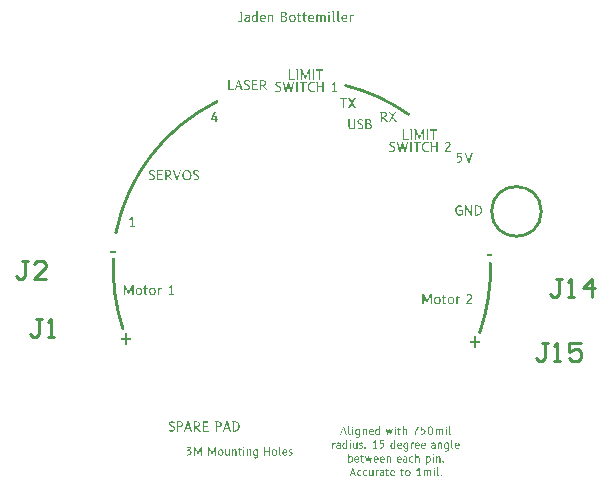
<source format=gto>
G04*
G04 #@! TF.GenerationSoftware,Altium Limited,Altium Designer,18.1.11 (251)*
G04*
G04 Layer_Color=65535*
%FSLAX25Y25*%
%MOIN*%
G70*
G01*
G75*
%ADD10C,0.01000*%
G36*
X17479Y56137D02*
X17662Y55692D01*
X17740Y56059D01*
X18395Y57147D01*
X18845D01*
X17862Y55504D01*
X18917Y53750D01*
X18417D01*
X17707Y54921D01*
X17535Y55332D01*
X17424Y54971D01*
X16691Y53750D01*
X16242D01*
X17330Y55554D01*
X16369Y57147D01*
X16852Y57191D01*
X17479Y56137D01*
D02*
G37*
G36*
X15925Y56780D02*
X14999D01*
Y53750D01*
X14527D01*
Y56780D01*
X13583D01*
Y57147D01*
X15925D01*
Y56780D01*
D02*
G37*
G36*
X-27859Y52641D02*
X-28797Y50610D01*
X-29008Y50293D01*
X-28031D01*
Y51209D01*
X-27559Y51170D01*
Y50293D01*
X-27121D01*
X-27154Y49927D01*
X-27559D01*
Y49250D01*
X-28031D01*
Y49927D01*
X-29379D01*
Y50310D01*
X-28286Y52691D01*
X-27859Y52641D01*
D02*
G37*
G36*
X-17336Y63199D02*
X-17297D01*
X-17247Y63188D01*
X-17186Y63183D01*
X-17125Y63172D01*
X-16986Y63138D01*
X-16837Y63088D01*
X-16759Y63061D01*
X-16681Y63022D01*
X-16603Y62983D01*
X-16526Y62933D01*
X-16748Y62655D01*
X-16753Y62661D01*
X-16775Y62672D01*
X-16803Y62689D01*
X-16842Y62705D01*
X-16886Y62728D01*
X-16942Y62750D01*
X-17047Y62789D01*
X-17053D01*
X-17070Y62794D01*
X-17103Y62805D01*
X-17136Y62811D01*
X-17186Y62822D01*
X-17236Y62827D01*
X-17297Y62833D01*
X-17403D01*
X-17436Y62827D01*
X-17508Y62822D01*
X-17597Y62805D01*
X-17602D01*
X-17614Y62800D01*
X-17636Y62794D01*
X-17663Y62789D01*
X-17730Y62761D01*
X-17802Y62722D01*
X-17808D01*
X-17819Y62711D01*
X-17852Y62683D01*
X-17902Y62639D01*
X-17946Y62578D01*
Y62572D01*
X-17958Y62561D01*
X-17963Y62544D01*
X-17974Y62517D01*
X-17985Y62483D01*
X-17991Y62450D01*
X-18002Y62361D01*
Y62356D01*
Y62339D01*
X-17997Y62317D01*
X-17991Y62284D01*
X-17974Y62211D01*
X-17958Y62178D01*
X-17935Y62139D01*
X-17930Y62134D01*
X-17924Y62123D01*
X-17908Y62106D01*
X-17886Y62084D01*
X-17830Y62034D01*
X-17758Y61973D01*
X-17752Y61967D01*
X-17736Y61962D01*
X-17713Y61945D01*
X-17686Y61928D01*
X-17647Y61906D01*
X-17608Y61884D01*
X-17508Y61834D01*
X-17503D01*
X-17480Y61823D01*
X-17453Y61812D01*
X-17419Y61795D01*
X-17375Y61778D01*
X-17325Y61756D01*
X-17220Y61706D01*
X-17214Y61701D01*
X-17192Y61695D01*
X-17164Y61679D01*
X-17125Y61662D01*
X-17081Y61640D01*
X-17036Y61618D01*
X-16931Y61557D01*
X-16925Y61551D01*
X-16909Y61540D01*
X-16881Y61523D01*
X-16848Y61501D01*
X-16764Y61440D01*
X-16681Y61357D01*
X-16676Y61351D01*
X-16665Y61335D01*
X-16642Y61312D01*
X-16614Y61285D01*
X-16587Y61246D01*
X-16559Y61201D01*
X-16503Y61096D01*
X-16498Y61090D01*
X-16492Y61068D01*
X-16481Y61040D01*
X-16465Y60996D01*
X-16454Y60946D01*
X-16443Y60885D01*
X-16437Y60818D01*
X-16431Y60746D01*
Y60741D01*
Y60719D01*
Y60685D01*
X-16437Y60646D01*
X-16443Y60596D01*
X-16454Y60546D01*
X-16481Y60435D01*
Y60430D01*
X-16487Y60413D01*
X-16498Y60386D01*
X-16515Y60352D01*
X-16554Y60269D01*
X-16609Y60180D01*
X-16614Y60175D01*
X-16620Y60163D01*
X-16637Y60141D01*
X-16659Y60114D01*
X-16720Y60047D01*
X-16798Y59980D01*
X-16803Y59975D01*
X-16814Y59969D01*
X-16842Y59953D01*
X-16870Y59930D01*
X-16903Y59908D01*
X-16948Y59886D01*
X-17042Y59842D01*
X-17047D01*
X-17064Y59830D01*
X-17092Y59825D01*
X-17125Y59808D01*
X-17164Y59797D01*
X-17208Y59781D01*
X-17314Y59758D01*
X-17319D01*
X-17336Y59753D01*
X-17369Y59747D01*
X-17403D01*
X-17453Y59742D01*
X-17503Y59736D01*
X-17614Y59731D01*
X-17663D01*
X-17702Y59736D01*
X-17747Y59742D01*
X-17802Y59747D01*
X-17858Y59753D01*
X-17924Y59764D01*
X-18069Y59797D01*
X-18224Y59842D01*
X-18379Y59903D01*
X-18529Y59980D01*
X-18324Y60319D01*
X-18318Y60313D01*
X-18291Y60297D01*
X-18257Y60274D01*
X-18207Y60247D01*
X-18202D01*
X-18196Y60241D01*
X-18157Y60224D01*
X-18108Y60202D01*
X-18046Y60180D01*
X-18041D01*
X-18030Y60175D01*
X-18013Y60169D01*
X-17985Y60163D01*
X-17924Y60141D01*
X-17852Y60125D01*
X-17847D01*
X-17835Y60119D01*
X-17813D01*
X-17786Y60114D01*
X-17719Y60108D01*
X-17647Y60102D01*
X-17591D01*
X-17558Y60108D01*
X-17514D01*
X-17469Y60119D01*
X-17369Y60136D01*
X-17364D01*
X-17347Y60141D01*
X-17319Y60152D01*
X-17292Y60163D01*
X-17214Y60197D01*
X-17131Y60241D01*
X-17125Y60247D01*
X-17114Y60258D01*
X-17092Y60274D01*
X-17070Y60297D01*
X-17014Y60352D01*
X-16959Y60430D01*
X-16953Y60435D01*
X-16948Y60452D01*
X-16936Y60474D01*
X-16925Y60508D01*
X-16914Y60546D01*
X-16903Y60596D01*
X-16892Y60646D01*
Y60702D01*
Y60707D01*
Y60724D01*
X-16898Y60752D01*
X-16903Y60791D01*
X-16920Y60868D01*
X-16942Y60913D01*
X-16964Y60957D01*
X-16970Y60963D01*
X-16975Y60974D01*
X-16992Y60996D01*
X-17009Y61024D01*
X-17070Y61085D01*
X-17142Y61151D01*
X-17147Y61157D01*
X-17158Y61168D01*
X-17186Y61185D01*
X-17214Y61207D01*
X-17253Y61229D01*
X-17292Y61257D01*
X-17391Y61312D01*
X-17397Y61318D01*
X-17414Y61323D01*
X-17442Y61340D01*
X-17480Y61357D01*
X-17525Y61379D01*
X-17569Y61401D01*
X-17680Y61451D01*
X-17686Y61457D01*
X-17702Y61462D01*
X-17736Y61479D01*
X-17769Y61496D01*
X-17813Y61518D01*
X-17863Y61545D01*
X-17969Y61601D01*
X-17974Y61607D01*
X-17991Y61612D01*
X-18019Y61629D01*
X-18052Y61651D01*
X-18130Y61706D01*
X-18218Y61773D01*
X-18224Y61778D01*
X-18235Y61790D01*
X-18257Y61812D01*
X-18280Y61840D01*
X-18313Y61873D01*
X-18341Y61912D01*
X-18396Y61995D01*
Y62001D01*
X-18407Y62017D01*
X-18418Y62045D01*
X-18429Y62078D01*
X-18440Y62123D01*
X-18452Y62178D01*
X-18457Y62234D01*
X-18463Y62295D01*
Y62306D01*
Y62334D01*
X-18457Y62372D01*
X-18452Y62422D01*
X-18440Y62483D01*
X-18424Y62550D01*
X-18402Y62611D01*
X-18374Y62678D01*
X-18368Y62683D01*
X-18357Y62705D01*
X-18341Y62739D01*
X-18313Y62778D01*
X-18280Y62822D01*
X-18235Y62872D01*
X-18191Y62922D01*
X-18141Y62966D01*
X-18135Y62972D01*
X-18113Y62983D01*
X-18085Y63005D01*
X-18041Y63033D01*
X-17991Y63061D01*
X-17935Y63088D01*
X-17869Y63116D01*
X-17802Y63144D01*
X-17791Y63149D01*
X-17769Y63155D01*
X-17730Y63166D01*
X-17686Y63177D01*
X-17625Y63188D01*
X-17564Y63194D01*
X-17491Y63205D01*
X-17369D01*
X-17336Y63199D01*
D02*
G37*
G36*
X-12213Y63188D02*
X-12141D01*
X-12064Y63177D01*
X-11975Y63166D01*
X-11886Y63155D01*
X-11797Y63133D01*
X-11786D01*
X-11758Y63122D01*
X-11714Y63105D01*
X-11658Y63088D01*
X-11592Y63061D01*
X-11525Y63027D01*
X-11459Y62994D01*
X-11392Y62950D01*
X-11386Y62944D01*
X-11364Y62927D01*
X-11337Y62905D01*
X-11298Y62872D01*
X-11253Y62827D01*
X-11209Y62778D01*
X-11170Y62717D01*
X-11131Y62655D01*
X-11126Y62650D01*
X-11114Y62628D01*
X-11103Y62589D01*
X-11081Y62539D01*
X-11065Y62483D01*
X-11053Y62417D01*
X-11042Y62339D01*
X-11037Y62256D01*
Y62245D01*
Y62217D01*
X-11042Y62173D01*
X-11048Y62112D01*
X-11053Y62050D01*
X-11070Y61978D01*
X-11087Y61906D01*
X-11114Y61834D01*
X-11120Y61829D01*
X-11126Y61806D01*
X-11142Y61767D01*
X-11164Y61729D01*
X-11198Y61679D01*
X-11231Y61623D01*
X-11270Y61573D01*
X-11320Y61523D01*
X-11325Y61518D01*
X-11342Y61501D01*
X-11370Y61479D01*
X-11409Y61451D01*
X-11453Y61418D01*
X-11508Y61379D01*
X-11570Y61346D01*
X-11636Y61312D01*
X-11642Y61307D01*
X-11670Y61301D01*
X-11708Y61285D01*
X-11753Y61268D01*
X-11814Y61251D01*
X-11886Y61229D01*
X-11958Y61212D01*
X-12041Y61196D01*
X-11719Y61107D01*
X-10715Y59769D01*
X-11220D01*
X-12224Y61112D01*
X-12230Y61118D01*
X-12241Y61129D01*
X-12263Y61140D01*
X-12286Y61146D01*
X-12291D01*
X-12302Y61151D01*
X-12330Y61157D01*
X-12602D01*
Y59769D01*
X-13074D01*
Y62689D01*
X-13157Y63144D01*
X-13129D01*
X-13107Y63149D01*
X-13046D01*
X-12974Y63155D01*
X-12957D01*
X-12935Y63161D01*
X-12907D01*
X-12835Y63166D01*
X-12757Y63172D01*
X-12735D01*
X-12713Y63177D01*
X-12685D01*
X-12613Y63183D01*
X-12530Y63188D01*
X-12485D01*
X-12458Y63194D01*
X-12263D01*
X-12213Y63188D01*
D02*
G37*
G36*
X-13945Y62800D02*
X-15371D01*
X-15321Y62367D01*
Y61773D01*
X-14100D01*
Y61445D01*
X-15321D01*
Y60541D01*
X-15349Y60136D01*
X-13862D01*
X-13912Y59769D01*
X-15832D01*
X-15793Y60219D01*
Y62689D01*
X-15865Y63166D01*
X-13945D01*
Y62800D01*
D02*
G37*
G36*
X-18857Y59769D02*
X-19312D01*
X-19650Y60791D01*
X-20772D01*
X-21099Y59769D01*
X-21515D01*
X-20561Y62711D01*
X-20477Y63161D01*
X-19989Y63210D01*
X-18857Y59769D01*
D02*
G37*
G36*
X-23241Y60541D02*
X-23269Y60136D01*
X-21793D01*
X-21843Y59769D01*
X-23763D01*
X-23713Y60219D01*
Y62689D01*
X-23785Y63161D01*
X-23241Y63210D01*
Y60541D01*
D02*
G37*
G36*
X49182Y-52687D02*
X48803D01*
Y-52308D01*
X49182D01*
Y-52687D01*
D02*
G37*
G36*
X32208D02*
X31830D01*
Y-52308D01*
X32208D01*
Y-52687D01*
D02*
G37*
G36*
X18062D02*
X17683D01*
Y-52308D01*
X18062D01*
Y-52687D01*
D02*
G37*
G36*
X20335Y-53066D02*
Y-55219D01*
Y-55228D01*
Y-55251D01*
X20330Y-55284D01*
X20326Y-55330D01*
X20321Y-55385D01*
X20307Y-55441D01*
X20293Y-55505D01*
X20270Y-55565D01*
X20266Y-55575D01*
X20256Y-55593D01*
X20243Y-55621D01*
X20224Y-55662D01*
X20196Y-55704D01*
X20164Y-55750D01*
X20127Y-55801D01*
X20086Y-55847D01*
X20081Y-55852D01*
X20067Y-55866D01*
X20039Y-55889D01*
X20007Y-55917D01*
X19965Y-55944D01*
X19915Y-55976D01*
X19859Y-56009D01*
X19799Y-56037D01*
X19790Y-56041D01*
X19771Y-56046D01*
X19734Y-56060D01*
X19688Y-56074D01*
X19633Y-56087D01*
X19564Y-56097D01*
X19494Y-56106D01*
X19416Y-56111D01*
X19392D01*
X19365Y-56106D01*
X19328D01*
X19286Y-56101D01*
X19240Y-56092D01*
X19152Y-56069D01*
X19148D01*
X19134Y-56064D01*
X19115Y-56055D01*
X19088Y-56046D01*
X19028Y-56018D01*
X18963Y-55986D01*
X18958Y-55981D01*
X18949Y-55976D01*
X18930Y-55967D01*
X18912Y-55949D01*
X18861Y-55912D01*
X18810Y-55861D01*
X18995Y-55653D01*
X19000D01*
X19004Y-55658D01*
X19028Y-55676D01*
X19069Y-55704D01*
X19115Y-55732D01*
X19120D01*
X19125Y-55736D01*
X19152Y-55750D01*
X19194Y-55764D01*
X19249Y-55783D01*
X19254D01*
X19263Y-55787D01*
X19277Y-55792D01*
X19300D01*
X19351Y-55801D01*
X19416Y-55806D01*
X19434D01*
X19457Y-55801D01*
X19485D01*
X19517Y-55792D01*
X19554Y-55783D01*
X19596Y-55773D01*
X19633Y-55755D01*
X19637D01*
X19651Y-55746D01*
X19670Y-55736D01*
X19693Y-55722D01*
X19748Y-55681D01*
X19808Y-55625D01*
X19813Y-55621D01*
X19822Y-55612D01*
X19836Y-55593D01*
X19854Y-55570D01*
X19873Y-55542D01*
X19892Y-55505D01*
X19929Y-55427D01*
Y-55422D01*
X19938Y-55408D01*
X19942Y-55385D01*
X19952Y-55357D01*
X19961Y-55321D01*
X19965Y-55279D01*
X19975Y-55191D01*
Y-54882D01*
X19808Y-55089D01*
X19804D01*
X19794Y-55099D01*
X19781Y-55108D01*
X19758Y-55117D01*
X19753D01*
X19739Y-55122D01*
X19716Y-55127D01*
X19684Y-55136D01*
X19674D01*
X19651Y-55145D01*
X19619Y-55150D01*
X19577Y-55159D01*
X19568D01*
X19540Y-55163D01*
X19499Y-55168D01*
X19420D01*
X19383Y-55163D01*
X19342Y-55159D01*
X19291Y-55150D01*
X19236Y-55131D01*
X19180Y-55113D01*
X19125Y-55085D01*
X19120Y-55080D01*
X19102Y-55071D01*
X19074Y-55053D01*
X19041Y-55025D01*
X19000Y-54993D01*
X18958Y-54956D01*
X18912Y-54909D01*
X18870Y-54858D01*
X18866Y-54854D01*
X18852Y-54831D01*
X18834Y-54803D01*
X18806Y-54761D01*
X18778Y-54715D01*
X18750Y-54655D01*
X18723Y-54590D01*
X18699Y-54521D01*
X18695Y-54512D01*
X18690Y-54489D01*
X18681Y-54447D01*
X18672Y-54396D01*
X18658Y-54337D01*
X18649Y-54267D01*
X18644Y-54189D01*
X18640Y-54110D01*
Y-54105D01*
Y-54101D01*
Y-54073D01*
X18644Y-54031D01*
X18649Y-53976D01*
X18653Y-53911D01*
X18663Y-53842D01*
X18676Y-53768D01*
X18695Y-53694D01*
Y-53690D01*
X18699Y-53685D01*
X18704Y-53662D01*
X18718Y-53625D01*
X18736Y-53579D01*
X18760Y-53523D01*
X18787Y-53468D01*
X18824Y-53408D01*
X18861Y-53352D01*
X18866Y-53348D01*
X18884Y-53329D01*
X18907Y-53302D01*
X18940Y-53269D01*
X18981Y-53228D01*
X19028Y-53191D01*
X19083Y-53154D01*
X19143Y-53117D01*
X19152Y-53112D01*
X19171Y-53103D01*
X19208Y-53089D01*
X19254Y-53071D01*
X19309Y-53057D01*
X19379Y-53043D01*
X19453Y-53034D01*
X19531Y-53029D01*
X19573D01*
X19619Y-53034D01*
X19665Y-53038D01*
X19679D01*
X19688Y-53043D01*
X19707D01*
X19748Y-53052D01*
X19794Y-53066D01*
X19975Y-53334D01*
Y-53024D01*
X20335Y-53066D01*
D02*
G37*
G36*
X49173Y-55136D02*
X48813D01*
Y-53145D01*
X49173Y-53108D01*
Y-55136D01*
D02*
G37*
G36*
X45777Y-53371D02*
X45888Y-53168D01*
X45893Y-53163D01*
X45911Y-53154D01*
X45939Y-53140D01*
X45976Y-53121D01*
X45981D01*
X45985Y-53117D01*
X46008Y-53108D01*
X46045Y-53094D01*
X46091Y-53080D01*
X46096D01*
X46101Y-53075D01*
X46115Y-53071D01*
X46133Y-53066D01*
X46175Y-53052D01*
X46226Y-53043D01*
X46230D01*
X46239Y-53038D01*
X46253D01*
X46272Y-53034D01*
X46323Y-53029D01*
X46415D01*
X46452Y-53034D01*
X46503Y-53043D01*
X46554Y-53057D01*
X46614Y-53075D01*
X46669Y-53098D01*
X46720Y-53135D01*
X46725Y-53140D01*
X46743Y-53154D01*
X46766Y-53177D01*
X46794Y-53205D01*
X46821Y-53246D01*
X46849Y-53288D01*
X46877Y-53338D01*
X46895Y-53399D01*
X47039Y-53177D01*
X47043Y-53172D01*
X47052Y-53168D01*
X47066Y-53158D01*
X47085Y-53145D01*
X47113Y-53131D01*
X47145Y-53112D01*
X47182Y-53098D01*
X47223Y-53080D01*
X47228Y-53075D01*
X47247Y-53071D01*
X47270Y-53061D01*
X47302Y-53052D01*
X47344Y-53043D01*
X47390Y-53038D01*
X47445Y-53029D01*
X47524D01*
X47551Y-53034D01*
X47584D01*
X47625Y-53043D01*
X47662Y-53052D01*
X47704Y-53061D01*
X47745Y-53080D01*
X47750D01*
X47764Y-53089D01*
X47782Y-53098D01*
X47806Y-53112D01*
X47861Y-53158D01*
X47912Y-53218D01*
X47916Y-53223D01*
X47921Y-53237D01*
X47935Y-53255D01*
X47949Y-53278D01*
X47963Y-53311D01*
X47981Y-53352D01*
X47995Y-53394D01*
X48009Y-53440D01*
Y-53445D01*
X48013Y-53463D01*
X48018Y-53486D01*
X48027Y-53523D01*
X48032Y-53565D01*
X48037Y-53611D01*
X48041Y-53667D01*
Y-53722D01*
Y-55136D01*
X47681D01*
Y-53745D01*
Y-53741D01*
Y-53727D01*
Y-53708D01*
Y-53685D01*
X47672Y-53630D01*
X47662Y-53570D01*
Y-53565D01*
X47658Y-53556D01*
Y-53542D01*
X47653Y-53523D01*
X47635Y-53482D01*
X47611Y-53440D01*
Y-53436D01*
X47607Y-53431D01*
X47588Y-53408D01*
X47561Y-53385D01*
X47519Y-53362D01*
X47515D01*
X47510Y-53357D01*
X47496Y-53352D01*
X47482Y-53348D01*
X47436Y-53338D01*
X47376Y-53334D01*
X47367D01*
X47339Y-53338D01*
X47302Y-53343D01*
X47260Y-53357D01*
X47256D01*
X47251Y-53362D01*
X47223Y-53371D01*
X47186Y-53385D01*
X47140Y-53408D01*
X47136D01*
X47131Y-53412D01*
X47103Y-53426D01*
X47066Y-53449D01*
X47025Y-53477D01*
X47020D01*
X47016Y-53486D01*
X46992Y-53505D01*
X46955Y-53528D01*
X46918Y-53560D01*
Y-53570D01*
X46923Y-53588D01*
Y-53620D01*
Y-53648D01*
Y-53653D01*
X46928Y-53676D01*
Y-53703D01*
Y-53745D01*
Y-55136D01*
X46567D01*
Y-53745D01*
Y-53741D01*
Y-53736D01*
Y-53713D01*
X46563Y-53676D01*
X46558Y-53630D01*
X46549Y-53583D01*
X46540Y-53533D01*
X46521Y-53482D01*
X46498Y-53440D01*
X46494Y-53436D01*
X46484Y-53422D01*
X46466Y-53408D01*
X46443Y-53385D01*
X46410Y-53366D01*
X46364Y-53352D01*
X46313Y-53338D01*
X46253Y-53334D01*
X46216D01*
X46179Y-53343D01*
X46133Y-53352D01*
X46128D01*
X46124Y-53357D01*
X46091Y-53366D01*
X46050Y-53380D01*
X46004Y-53403D01*
X45999D01*
X45994Y-53408D01*
X45967Y-53422D01*
X45930Y-53445D01*
X45884Y-53473D01*
X45879D01*
X45874Y-53477D01*
X45847Y-53496D01*
X45814Y-53523D01*
X45777Y-53551D01*
Y-55136D01*
X45417D01*
Y-53066D01*
X45777Y-53024D01*
Y-53371D01*
D02*
G37*
G36*
X41938Y-52613D02*
X40913D01*
Y-53288D01*
X40922Y-53283D01*
X40936Y-53274D01*
X40954Y-53265D01*
X40959Y-53260D01*
X40977Y-53255D01*
X41005Y-53241D01*
X41037Y-53232D01*
X41042D01*
X41047Y-53228D01*
X41070Y-53223D01*
X41107Y-53209D01*
X41148Y-53200D01*
X41153D01*
X41157Y-53195D01*
X41171D01*
X41190Y-53191D01*
X41236Y-53186D01*
X41324D01*
X41361Y-53191D01*
X41407Y-53195D01*
X41462Y-53200D01*
X41518Y-53214D01*
X41578Y-53228D01*
X41638Y-53251D01*
X41642Y-53255D01*
X41666Y-53260D01*
X41693Y-53274D01*
X41726Y-53292D01*
X41767Y-53315D01*
X41813Y-53348D01*
X41855Y-53380D01*
X41897Y-53417D01*
X41901Y-53422D01*
X41915Y-53436D01*
X41934Y-53459D01*
X41957Y-53486D01*
X41984Y-53523D01*
X42012Y-53565D01*
X42035Y-53616D01*
X42058Y-53667D01*
X42063Y-53671D01*
X42068Y-53690D01*
X42077Y-53722D01*
X42091Y-53759D01*
X42100Y-53805D01*
X42109Y-53856D01*
X42114Y-53911D01*
X42118Y-53971D01*
Y-53981D01*
Y-54004D01*
X42114Y-54041D01*
X42109Y-54087D01*
X42100Y-54142D01*
X42091Y-54198D01*
X42072Y-54263D01*
X42049Y-54323D01*
X42044Y-54332D01*
X42035Y-54350D01*
X42021Y-54383D01*
X41998Y-54420D01*
X41971Y-54466D01*
X41938Y-54512D01*
X41901Y-54563D01*
X41860Y-54614D01*
X41855Y-54618D01*
X41841Y-54637D01*
X41813Y-54660D01*
X41781Y-54692D01*
X41744Y-54725D01*
X41698Y-54761D01*
X41642Y-54803D01*
X41587Y-54840D01*
X41578Y-54845D01*
X41559Y-54854D01*
X41527Y-54872D01*
X41485Y-54896D01*
X41435Y-54923D01*
X41379Y-54951D01*
X41314Y-54979D01*
X41250Y-55006D01*
X41241Y-55011D01*
X41217Y-55016D01*
X41185Y-55029D01*
X41139Y-55043D01*
X41083Y-55057D01*
X41023Y-55076D01*
X40954Y-55089D01*
X40885Y-55103D01*
X40876D01*
X40852Y-55108D01*
X40815Y-55113D01*
X40769Y-55117D01*
X40714Y-55127D01*
X40654Y-55131D01*
X40520Y-55136D01*
Y-54831D01*
X40571D01*
X40608Y-54826D01*
X40649Y-54822D01*
X40695Y-54817D01*
X40802Y-54799D01*
X40806D01*
X40825Y-54794D01*
X40857Y-54785D01*
X40894Y-54775D01*
X40936Y-54761D01*
X40982Y-54748D01*
X41083Y-54715D01*
X41088Y-54711D01*
X41107Y-54706D01*
X41134Y-54697D01*
X41167Y-54678D01*
X41204Y-54664D01*
X41245Y-54641D01*
X41333Y-54590D01*
X41337Y-54586D01*
X41351Y-54577D01*
X41374Y-54563D01*
X41402Y-54544D01*
X41471Y-54489D01*
X41541Y-54429D01*
X41545Y-54424D01*
X41555Y-54415D01*
X41573Y-54396D01*
X41592Y-54373D01*
X41615Y-54346D01*
X41638Y-54313D01*
X41679Y-54239D01*
X41684Y-54235D01*
X41689Y-54221D01*
X41698Y-54198D01*
X41707Y-54170D01*
X41716Y-54138D01*
X41721Y-54101D01*
X41730Y-54059D01*
Y-54013D01*
Y-54008D01*
Y-53995D01*
Y-53976D01*
X41726Y-53953D01*
X41716Y-53893D01*
X41698Y-53828D01*
Y-53824D01*
X41693Y-53814D01*
X41684Y-53796D01*
X41675Y-53777D01*
X41647Y-53727D01*
X41605Y-53671D01*
X41601Y-53667D01*
X41596Y-53657D01*
X41582Y-53643D01*
X41564Y-53630D01*
X41518Y-53593D01*
X41453Y-53556D01*
X41448D01*
X41435Y-53546D01*
X41416Y-53542D01*
X41393Y-53533D01*
X41361Y-53523D01*
X41324Y-53519D01*
X41236Y-53509D01*
X41181D01*
X41125Y-53514D01*
X41065Y-53523D01*
X41051D01*
X41037Y-53528D01*
X41019Y-53533D01*
X40973Y-53542D01*
X40926Y-53556D01*
X40922D01*
X40917Y-53560D01*
X40889Y-53570D01*
X40857Y-53579D01*
X40820Y-53597D01*
X40815Y-53602D01*
X40797Y-53606D01*
X40774Y-53620D01*
X40751Y-53634D01*
X40520D01*
Y-52308D01*
X41938D01*
Y-52613D01*
D02*
G37*
G36*
X39762Y-52558D02*
Y-52562D01*
Y-52572D01*
X39757Y-52590D01*
X39753Y-52613D01*
X39748Y-52641D01*
X39739Y-52678D01*
X39720Y-52719D01*
X39702Y-52766D01*
X39697Y-52770D01*
X39693Y-52789D01*
X39679Y-52812D01*
X39661Y-52849D01*
X39637Y-52890D01*
X39610Y-52941D01*
X39582Y-52992D01*
X39545Y-53052D01*
X39540Y-53061D01*
X39531Y-53080D01*
X39508Y-53112D01*
X39485Y-53154D01*
X39457Y-53205D01*
X39420Y-53260D01*
X39383Y-53325D01*
X39342Y-53389D01*
X39337Y-53399D01*
X39323Y-53422D01*
X39300Y-53459D01*
X39272Y-53505D01*
X39240Y-53560D01*
X39208Y-53625D01*
X39166Y-53690D01*
X39129Y-53764D01*
X39125Y-53773D01*
X39111Y-53796D01*
X39092Y-53833D01*
X39069Y-53884D01*
X39041Y-53939D01*
X39009Y-54004D01*
X38981Y-54073D01*
X38949Y-54147D01*
X38944Y-54156D01*
X38935Y-54179D01*
X38926Y-54216D01*
X38912Y-54267D01*
X38894Y-54323D01*
X38880Y-54383D01*
X38866Y-54452D01*
X38857Y-54517D01*
Y-54521D01*
Y-54531D01*
X38852Y-54544D01*
Y-54567D01*
X38847Y-54618D01*
X38843Y-54678D01*
Y-54683D01*
Y-54692D01*
Y-54706D01*
X38838Y-54729D01*
Y-54780D01*
X38833Y-54840D01*
Y-54845D01*
Y-54854D01*
Y-54872D01*
Y-54891D01*
X38829Y-54942D01*
Y-54997D01*
Y-55136D01*
X38445D01*
Y-55131D01*
Y-55127D01*
Y-55113D01*
Y-55094D01*
Y-55048D01*
Y-54988D01*
Y-54983D01*
Y-54969D01*
Y-54951D01*
Y-54928D01*
Y-54896D01*
Y-54863D01*
X38450Y-54785D01*
Y-54780D01*
Y-54766D01*
Y-54748D01*
X38455Y-54720D01*
Y-54688D01*
Y-54651D01*
X38459Y-54577D01*
Y-54572D01*
Y-54558D01*
X38464Y-54540D01*
X38469Y-54517D01*
X38473Y-54457D01*
X38487Y-54401D01*
Y-54396D01*
Y-54392D01*
X38496Y-54364D01*
X38506Y-54327D01*
X38519Y-54276D01*
X38533Y-54216D01*
X38556Y-54147D01*
X38607Y-54004D01*
Y-53999D01*
X38612Y-53995D01*
X38621Y-53971D01*
X38640Y-53930D01*
X38663Y-53884D01*
X38686Y-53824D01*
X38718Y-53764D01*
X38783Y-53630D01*
X38787Y-53620D01*
X38801Y-53597D01*
X38820Y-53565D01*
X38843Y-53519D01*
X38875Y-53468D01*
X38907Y-53408D01*
X38981Y-53288D01*
X38986Y-53278D01*
X39000Y-53260D01*
X39018Y-53228D01*
X39041Y-53191D01*
X39069Y-53145D01*
X39101Y-53098D01*
X39162Y-52997D01*
X39166Y-52992D01*
X39175Y-52974D01*
X39189Y-52951D01*
X39208Y-52918D01*
X39254Y-52844D01*
X39296Y-52766D01*
X39300Y-52761D01*
X39305Y-52747D01*
X39314Y-52733D01*
X39323Y-52710D01*
X39337Y-52659D01*
X39346Y-52636D01*
Y-52613D01*
X38067D01*
Y-52308D01*
X39762D01*
Y-52558D01*
D02*
G37*
G36*
X34842Y-53348D02*
X35008Y-53131D01*
X35013D01*
X35022Y-53121D01*
X35036Y-53117D01*
X35059Y-53108D01*
X35082Y-53094D01*
X35114Y-53084D01*
X35184Y-53061D01*
X35188D01*
X35202Y-53057D01*
X35221Y-53052D01*
X35248Y-53043D01*
X35281Y-53038D01*
X35322Y-53034D01*
X35405Y-53029D01*
X35433D01*
X35452Y-53034D01*
X35502Y-53038D01*
X35567Y-53052D01*
X35636Y-53075D01*
X35706Y-53108D01*
X35780Y-53154D01*
X35840Y-53218D01*
X35844Y-53228D01*
X35863Y-53255D01*
X35886Y-53297D01*
X35918Y-53357D01*
X35946Y-53436D01*
X35969Y-53528D01*
X35988Y-53634D01*
X35992Y-53759D01*
Y-55136D01*
X35632D01*
Y-53805D01*
Y-53800D01*
Y-53782D01*
Y-53759D01*
X35627Y-53731D01*
X35623Y-53657D01*
X35609Y-53588D01*
Y-53583D01*
X35604Y-53574D01*
X35599Y-53556D01*
X35590Y-53537D01*
X35572Y-53491D01*
X35544Y-53445D01*
Y-53440D01*
X35539Y-53436D01*
X35516Y-53412D01*
X35489Y-53385D01*
X35447Y-53362D01*
X35442D01*
X35438Y-53357D01*
X35410Y-53348D01*
X35368Y-53338D01*
X35318Y-53334D01*
X35271D01*
X35225Y-53343D01*
X35175Y-53352D01*
X35170D01*
X35161Y-53357D01*
X35151Y-53362D01*
X35133Y-53366D01*
X35087Y-53380D01*
X35041Y-53403D01*
X35036D01*
X35031Y-53408D01*
X35004Y-53426D01*
X34967Y-53449D01*
X34930Y-53477D01*
X34920Y-53486D01*
X34902Y-53505D01*
X34870Y-53533D01*
X34842Y-53570D01*
Y-55136D01*
X34481D01*
Y-52498D01*
X34440Y-52123D01*
X34842Y-52082D01*
Y-53348D01*
D02*
G37*
G36*
X32199Y-55136D02*
X31839D01*
Y-53145D01*
X32199Y-53108D01*
Y-55136D01*
D02*
G37*
G36*
X29432Y-54235D02*
X29515Y-54761D01*
X29589Y-54235D01*
X29912Y-53061D01*
X30189D01*
X30513Y-54235D01*
X30591Y-54761D01*
X30665Y-54235D01*
X30989Y-53061D01*
X31294Y-53029D01*
X30711Y-55136D01*
X30425D01*
X30106Y-53971D01*
X30032Y-53440D01*
X29954Y-53971D01*
X29635Y-55136D01*
X29349D01*
X28780Y-53066D01*
X29104Y-53024D01*
X29432Y-54235D01*
D02*
G37*
G36*
X26937Y-52123D02*
Y-54799D01*
X26974Y-55136D01*
X26577D01*
Y-54831D01*
X26397Y-55048D01*
X26392Y-55053D01*
X26373Y-55062D01*
X26346Y-55071D01*
X26318Y-55089D01*
X26313Y-55094D01*
X26295Y-55103D01*
X26267Y-55117D01*
X26230Y-55131D01*
X26221D01*
X26198Y-55140D01*
X26166Y-55145D01*
X26124Y-55154D01*
X26115D01*
X26087Y-55159D01*
X26045Y-55163D01*
X25995Y-55168D01*
X25967D01*
X25939Y-55163D01*
X25897Y-55159D01*
X25856Y-55150D01*
X25805Y-55136D01*
X25754Y-55117D01*
X25703Y-55094D01*
X25699Y-55089D01*
X25680Y-55080D01*
X25657Y-55062D01*
X25625Y-55039D01*
X25588Y-55006D01*
X25546Y-54969D01*
X25509Y-54928D01*
X25468Y-54882D01*
X25463Y-54877D01*
X25454Y-54858D01*
X25436Y-54831D01*
X25412Y-54789D01*
X25389Y-54743D01*
X25362Y-54688D01*
X25339Y-54628D01*
X25315Y-54558D01*
Y-54549D01*
X25306Y-54526D01*
X25297Y-54484D01*
X25288Y-54434D01*
X25278Y-54373D01*
X25269Y-54304D01*
X25265Y-54230D01*
X25260Y-54147D01*
Y-54142D01*
Y-54138D01*
Y-54110D01*
X25265Y-54064D01*
X25269Y-54008D01*
X25278Y-53944D01*
X25288Y-53874D01*
X25306Y-53800D01*
X25329Y-53727D01*
Y-53722D01*
X25334Y-53717D01*
X25343Y-53694D01*
X25362Y-53657D01*
X25385Y-53606D01*
X25412Y-53556D01*
X25449Y-53496D01*
X25491Y-53436D01*
X25537Y-53380D01*
X25542Y-53376D01*
X25560Y-53357D01*
X25588Y-53329D01*
X25629Y-53297D01*
X25676Y-53260D01*
X25731Y-53218D01*
X25791Y-53181D01*
X25861Y-53149D01*
X25870Y-53145D01*
X25893Y-53135D01*
X25934Y-53121D01*
X25985Y-53103D01*
X26045Y-53089D01*
X26119Y-53075D01*
X26198Y-53066D01*
X26281Y-53061D01*
X26577D01*
Y-52082D01*
X26937Y-52123D01*
D02*
G37*
G36*
X21448Y-53371D02*
X21564Y-53168D01*
X21569Y-53163D01*
X21587Y-53154D01*
X21615Y-53140D01*
X21647Y-53121D01*
X21652D01*
X21656Y-53117D01*
X21684Y-53108D01*
X21721Y-53094D01*
X21767Y-53080D01*
X21772D01*
X21777Y-53075D01*
X21790Y-53071D01*
X21809Y-53066D01*
X21855Y-53052D01*
X21906Y-53043D01*
X21910D01*
X21920Y-53038D01*
X21934D01*
X21957Y-53034D01*
X22003Y-53029D01*
X22086D01*
X22114Y-53034D01*
X22146D01*
X22188Y-53043D01*
X22229Y-53052D01*
X22271Y-53061D01*
X22312Y-53080D01*
X22317D01*
X22331Y-53089D01*
X22349Y-53098D01*
X22372Y-53112D01*
X22428Y-53158D01*
X22479Y-53218D01*
X22483Y-53223D01*
X22488Y-53237D01*
X22502Y-53255D01*
X22516Y-53278D01*
X22530Y-53311D01*
X22543Y-53352D01*
X22557Y-53394D01*
X22571Y-53440D01*
Y-53445D01*
X22576Y-53463D01*
X22580Y-53486D01*
X22585Y-53523D01*
X22590Y-53565D01*
X22594Y-53611D01*
X22599Y-53667D01*
Y-53722D01*
Y-55136D01*
X22239D01*
Y-53727D01*
Y-53722D01*
Y-53708D01*
Y-53690D01*
Y-53667D01*
X22229Y-53611D01*
X22220Y-53551D01*
Y-53546D01*
X22215Y-53537D01*
X22211Y-53509D01*
X22192Y-53468D01*
X22169Y-53431D01*
Y-53426D01*
X22164Y-53422D01*
X22146Y-53403D01*
X22118Y-53380D01*
X22077Y-53357D01*
X22072D01*
X22068Y-53352D01*
X22040Y-53343D01*
X21994Y-53338D01*
X21938Y-53334D01*
X21929D01*
X21897Y-53338D01*
X21855Y-53343D01*
X21809Y-53357D01*
X21804D01*
X21800Y-53362D01*
X21767Y-53371D01*
X21726Y-53385D01*
X21679Y-53408D01*
X21675D01*
X21670Y-53412D01*
X21643Y-53426D01*
X21606Y-53449D01*
X21559Y-53477D01*
X21555D01*
X21550Y-53482D01*
X21522Y-53500D01*
X21490Y-53523D01*
X21453Y-53551D01*
Y-55136D01*
X21093D01*
Y-53066D01*
X21453Y-53024D01*
X21448Y-53371D01*
D02*
G37*
G36*
X18053Y-55136D02*
X17692D01*
Y-53145D01*
X18053Y-53108D01*
Y-55136D01*
D02*
G37*
G36*
X15877D02*
X15498D01*
X15216Y-54286D01*
X14283D01*
X14010Y-55136D01*
X13664D01*
X14458Y-52687D01*
X14528Y-52313D01*
X14934Y-52271D01*
X15877Y-55136D01*
D02*
G37*
G36*
X50305Y-54429D02*
Y-54434D01*
Y-54447D01*
Y-54470D01*
Y-54498D01*
X50310Y-54567D01*
X50319Y-54637D01*
Y-54641D01*
X50323Y-54651D01*
Y-54664D01*
X50328Y-54683D01*
X50342Y-54729D01*
X50356Y-54771D01*
X50360Y-54780D01*
X50374Y-54799D01*
X50397Y-54822D01*
X50425Y-54845D01*
X50434Y-54849D01*
X50453Y-54854D01*
X50481Y-54858D01*
X50517Y-54863D01*
X50568D01*
X50591Y-54858D01*
X50596D01*
X50615Y-54854D01*
X50633D01*
X50652Y-54849D01*
X50656D01*
X50670Y-54845D01*
X50688Y-54835D01*
X50702Y-54831D01*
X50836Y-55062D01*
X50832D01*
X50822Y-55071D01*
X50809Y-55080D01*
X50785Y-55094D01*
X50781Y-55099D01*
X50762Y-55103D01*
X50739Y-55117D01*
X50707Y-55131D01*
X50698D01*
X50679Y-55140D01*
X50647Y-55145D01*
X50605Y-55154D01*
X50596D01*
X50568Y-55159D01*
X50531Y-55163D01*
X50481Y-55168D01*
X50453D01*
X50420Y-55163D01*
X50384Y-55159D01*
X50342Y-55154D01*
X50296Y-55140D01*
X50249Y-55127D01*
X50208Y-55108D01*
X50203Y-55103D01*
X50190Y-55099D01*
X50171Y-55085D01*
X50148Y-55066D01*
X50120Y-55039D01*
X50092Y-55011D01*
X50065Y-54979D01*
X50042Y-54942D01*
X50037Y-54937D01*
X50032Y-54923D01*
X50023Y-54900D01*
X50009Y-54868D01*
X49995Y-54831D01*
X49982Y-54789D01*
X49972Y-54738D01*
X49963Y-54688D01*
Y-54683D01*
X49959Y-54664D01*
Y-54632D01*
X49954Y-54595D01*
X49949Y-54549D01*
Y-54498D01*
X49945Y-54443D01*
Y-54383D01*
Y-52498D01*
X49903Y-52123D01*
X50305Y-52082D01*
Y-54429D01*
D02*
G37*
G36*
X43777Y-52281D02*
X43819Y-52285D01*
X43860Y-52290D01*
X43911Y-52304D01*
X43962Y-52318D01*
X44012Y-52341D01*
X44017Y-52345D01*
X44036Y-52350D01*
X44059Y-52364D01*
X44091Y-52382D01*
X44128Y-52405D01*
X44170Y-52438D01*
X44211Y-52470D01*
X44253Y-52507D01*
X44257Y-52512D01*
X44271Y-52525D01*
X44290Y-52548D01*
X44317Y-52576D01*
X44345Y-52613D01*
X44377Y-52655D01*
X44405Y-52706D01*
X44438Y-52756D01*
X44442Y-52761D01*
X44451Y-52780D01*
X44465Y-52807D01*
X44484Y-52844D01*
X44507Y-52890D01*
X44530Y-52941D01*
X44553Y-52997D01*
X44572Y-53057D01*
X44576Y-53066D01*
X44581Y-53084D01*
X44590Y-53117D01*
X44604Y-53158D01*
X44618Y-53209D01*
X44632Y-53265D01*
X44655Y-53389D01*
Y-53399D01*
X44659Y-53417D01*
X44664Y-53454D01*
X44669Y-53496D01*
X44673Y-53546D01*
X44678Y-53602D01*
X44682Y-53722D01*
Y-53731D01*
Y-53750D01*
Y-53787D01*
X44678Y-53828D01*
Y-53884D01*
X44673Y-53939D01*
X44659Y-54068D01*
Y-54078D01*
X44655Y-54096D01*
X44650Y-54133D01*
X44641Y-54175D01*
X44632Y-54226D01*
X44618Y-54281D01*
X44585Y-54401D01*
Y-54410D01*
X44576Y-54429D01*
X44567Y-54461D01*
X44553Y-54498D01*
X44535Y-54544D01*
X44512Y-54595D01*
X44461Y-54701D01*
X44456Y-54706D01*
X44447Y-54725D01*
X44428Y-54752D01*
X44410Y-54785D01*
X44382Y-54822D01*
X44350Y-54863D01*
X44276Y-54946D01*
X44271Y-54951D01*
X44257Y-54965D01*
X44234Y-54983D01*
X44207Y-55006D01*
X44170Y-55029D01*
X44128Y-55057D01*
X44082Y-55085D01*
X44031Y-55108D01*
X44026Y-55113D01*
X44008Y-55117D01*
X43980Y-55127D01*
X43939Y-55136D01*
X43892Y-55150D01*
X43842Y-55159D01*
X43786Y-55163D01*
X43722Y-55168D01*
X43694D01*
X43661Y-55163D01*
X43624Y-55159D01*
X43578Y-55154D01*
X43527Y-55140D01*
X43477Y-55127D01*
X43426Y-55108D01*
X43421Y-55103D01*
X43403Y-55099D01*
X43380Y-55085D01*
X43347Y-55066D01*
X43310Y-55039D01*
X43269Y-55011D01*
X43227Y-54979D01*
X43185Y-54942D01*
X43181Y-54937D01*
X43167Y-54923D01*
X43149Y-54900D01*
X43121Y-54872D01*
X43093Y-54835D01*
X43061Y-54794D01*
X43029Y-54748D01*
X42996Y-54697D01*
X42992Y-54692D01*
X42982Y-54674D01*
X42968Y-54641D01*
X42950Y-54604D01*
X42927Y-54558D01*
X42908Y-54507D01*
X42885Y-54452D01*
X42862Y-54392D01*
Y-54383D01*
X42853Y-54364D01*
X42844Y-54332D01*
X42834Y-54290D01*
X42821Y-54239D01*
X42807Y-54184D01*
X42784Y-54059D01*
Y-54050D01*
X42779Y-54031D01*
X42774Y-53995D01*
Y-53953D01*
X42770Y-53902D01*
X42765Y-53847D01*
X42761Y-53722D01*
Y-53713D01*
Y-53694D01*
Y-53662D01*
X42765Y-53616D01*
Y-53565D01*
X42770Y-53509D01*
X42779Y-53385D01*
Y-53376D01*
X42784Y-53352D01*
X42788Y-53320D01*
X42797Y-53278D01*
X42807Y-53223D01*
X42821Y-53168D01*
X42853Y-53048D01*
X42858Y-53038D01*
X42862Y-53020D01*
X42871Y-52987D01*
X42890Y-52951D01*
X42904Y-52904D01*
X42927Y-52853D01*
X42978Y-52747D01*
X42982Y-52743D01*
X42992Y-52724D01*
X43010Y-52696D01*
X43029Y-52664D01*
X43056Y-52622D01*
X43088Y-52586D01*
X43162Y-52502D01*
X43167Y-52498D01*
X43181Y-52484D01*
X43204Y-52465D01*
X43232Y-52442D01*
X43269Y-52419D01*
X43310Y-52391D01*
X43356Y-52364D01*
X43407Y-52341D01*
X43412Y-52336D01*
X43430Y-52331D01*
X43463Y-52322D01*
X43500Y-52308D01*
X43546Y-52294D01*
X43597Y-52285D01*
X43657Y-52281D01*
X43722Y-52276D01*
X43749D01*
X43777Y-52281D01*
D02*
G37*
G36*
X33322Y-53061D02*
X33959D01*
X33922Y-53366D01*
X33331D01*
Y-54429D01*
Y-54434D01*
Y-54447D01*
Y-54470D01*
Y-54503D01*
X33336Y-54567D01*
X33345Y-54637D01*
Y-54641D01*
X33350Y-54651D01*
Y-54664D01*
X33354Y-54683D01*
X33368Y-54729D01*
X33382Y-54771D01*
X33386Y-54780D01*
X33400Y-54799D01*
X33424Y-54822D01*
X33451Y-54845D01*
X33460Y-54849D01*
X33479Y-54854D01*
X33507Y-54858D01*
X33544Y-54863D01*
X33594D01*
X33617Y-54858D01*
X33622D01*
X33641Y-54854D01*
X33659D01*
X33678Y-54849D01*
X33682D01*
X33696Y-54845D01*
X33715Y-54835D01*
X33728Y-54831D01*
X33862Y-55062D01*
X33858D01*
X33849Y-55071D01*
X33835Y-55080D01*
X33812Y-55094D01*
X33807Y-55099D01*
X33788Y-55103D01*
X33765Y-55117D01*
X33733Y-55131D01*
X33724D01*
X33705Y-55140D01*
X33673Y-55145D01*
X33631Y-55154D01*
X33622D01*
X33594Y-55159D01*
X33558Y-55163D01*
X33507Y-55168D01*
X33479D01*
X33447Y-55163D01*
X33410Y-55159D01*
X33368Y-55154D01*
X33322Y-55140D01*
X33276Y-55127D01*
X33234Y-55108D01*
X33229Y-55103D01*
X33216Y-55099D01*
X33197Y-55085D01*
X33174Y-55066D01*
X33146Y-55039D01*
X33119Y-55011D01*
X33091Y-54979D01*
X33068Y-54942D01*
X33063Y-54937D01*
X33059Y-54923D01*
X33049Y-54900D01*
X33035Y-54868D01*
X33022Y-54831D01*
X33008Y-54789D01*
X32989Y-54692D01*
Y-54688D01*
X32985Y-54669D01*
Y-54637D01*
X32980Y-54600D01*
X32975Y-54554D01*
Y-54503D01*
X32971Y-54447D01*
Y-54387D01*
Y-53366D01*
X32684D01*
Y-53061D01*
X32971D01*
Y-52673D01*
X33322Y-52461D01*
Y-53061D01*
D02*
G37*
G36*
X24123Y-53034D02*
X24170Y-53038D01*
X24225Y-53048D01*
X24285Y-53057D01*
X24345Y-53075D01*
X24401Y-53098D01*
X24405Y-53103D01*
X24428Y-53112D01*
X24456Y-53126D01*
X24488Y-53145D01*
X24530Y-53172D01*
X24572Y-53205D01*
X24613Y-53241D01*
X24650Y-53283D01*
X24655Y-53288D01*
X24664Y-53306D01*
X24682Y-53329D01*
X24705Y-53362D01*
X24729Y-53408D01*
X24752Y-53454D01*
X24775Y-53509D01*
X24793Y-53570D01*
X24798Y-53579D01*
X24803Y-53597D01*
X24812Y-53630D01*
X24821Y-53676D01*
X24830Y-53731D01*
X24835Y-53791D01*
X24844Y-53861D01*
Y-53935D01*
Y-53939D01*
Y-53944D01*
Y-53971D01*
Y-54013D01*
X24839Y-54064D01*
Y-54068D01*
Y-54078D01*
Y-54087D01*
X24835Y-54105D01*
X24830Y-54147D01*
X24826Y-54193D01*
X23527D01*
Y-54198D01*
Y-54216D01*
Y-54244D01*
X23532Y-54281D01*
X23537Y-54323D01*
X23541Y-54369D01*
X23564Y-54461D01*
Y-54466D01*
X23574Y-54480D01*
X23578Y-54503D01*
X23592Y-54531D01*
X23625Y-54600D01*
X23671Y-54674D01*
X23675Y-54678D01*
X23685Y-54688D01*
X23698Y-54706D01*
X23717Y-54725D01*
X23772Y-54771D01*
X23837Y-54812D01*
X23842D01*
X23855Y-54822D01*
X23874Y-54826D01*
X23902Y-54835D01*
X23939Y-54845D01*
X23976Y-54854D01*
X24017Y-54858D01*
X24063Y-54863D01*
X24133D01*
X24202Y-54858D01*
X24271Y-54849D01*
X24276D01*
X24285Y-54845D01*
X24304Y-54840D01*
X24327Y-54835D01*
X24373Y-54822D01*
X24424Y-54808D01*
X24428D01*
X24433Y-54803D01*
X24461Y-54789D01*
X24498Y-54771D01*
X24530Y-54752D01*
X24539Y-54748D01*
X24553Y-54738D01*
X24576Y-54725D01*
X24595Y-54711D01*
X24798Y-54891D01*
X24793Y-54896D01*
X24789Y-54900D01*
X24761Y-54928D01*
X24719Y-54965D01*
X24669Y-55006D01*
X24664D01*
X24655Y-55016D01*
X24641Y-55025D01*
X24622Y-55034D01*
X24576Y-55066D01*
X24516Y-55094D01*
X24511D01*
X24502Y-55099D01*
X24484Y-55108D01*
X24461Y-55113D01*
X24433Y-55122D01*
X24401Y-55131D01*
X24327Y-55150D01*
X24322D01*
X24308Y-55154D01*
X24290D01*
X24262Y-55159D01*
X24225Y-55163D01*
X24188D01*
X24100Y-55168D01*
X24059D01*
X24013Y-55163D01*
X23953Y-55159D01*
X23888Y-55145D01*
X23814Y-55131D01*
X23740Y-55108D01*
X23671Y-55080D01*
X23661Y-55076D01*
X23643Y-55062D01*
X23611Y-55043D01*
X23569Y-55016D01*
X23523Y-54983D01*
X23472Y-54942D01*
X23426Y-54896D01*
X23380Y-54845D01*
X23375Y-54840D01*
X23361Y-54817D01*
X23343Y-54789D01*
X23320Y-54748D01*
X23292Y-54697D01*
X23264Y-54637D01*
X23241Y-54572D01*
X23218Y-54503D01*
Y-54493D01*
X23209Y-54470D01*
X23204Y-54429D01*
X23195Y-54378D01*
X23186Y-54318D01*
X23176Y-54253D01*
X23172Y-54179D01*
X23167Y-54101D01*
Y-54096D01*
Y-54078D01*
Y-54050D01*
X23172Y-54018D01*
Y-53976D01*
X23176Y-53935D01*
X23190Y-53838D01*
Y-53833D01*
X23195Y-53814D01*
X23199Y-53787D01*
X23209Y-53754D01*
X23218Y-53717D01*
X23227Y-53676D01*
X23259Y-53588D01*
X23264Y-53583D01*
X23269Y-53570D01*
X23278Y-53546D01*
X23296Y-53514D01*
X23310Y-53482D01*
X23333Y-53445D01*
X23384Y-53366D01*
X23389Y-53362D01*
X23398Y-53348D01*
X23412Y-53329D01*
X23435Y-53306D01*
X23486Y-53251D01*
X23555Y-53191D01*
X23560Y-53186D01*
X23574Y-53177D01*
X23592Y-53163D01*
X23620Y-53149D01*
X23652Y-53131D01*
X23694Y-53112D01*
X23777Y-53075D01*
X23781D01*
X23800Y-53066D01*
X23823Y-53061D01*
X23860Y-53052D01*
X23897Y-53043D01*
X23943Y-53038D01*
X24049Y-53029D01*
X24082D01*
X24123Y-53034D01*
D02*
G37*
G36*
X16731Y-54429D02*
Y-54434D01*
Y-54447D01*
Y-54470D01*
Y-54498D01*
X16736Y-54567D01*
X16745Y-54637D01*
Y-54641D01*
X16750Y-54651D01*
Y-54664D01*
X16755Y-54683D01*
X16768Y-54729D01*
X16782Y-54771D01*
X16787Y-54780D01*
X16801Y-54799D01*
X16824Y-54822D01*
X16851Y-54845D01*
X16861Y-54849D01*
X16879Y-54854D01*
X16907Y-54858D01*
X16944Y-54863D01*
X16995D01*
X17018Y-54858D01*
X17022D01*
X17041Y-54854D01*
X17059D01*
X17078Y-54849D01*
X17083D01*
X17096Y-54845D01*
X17115Y-54835D01*
X17129Y-54831D01*
X17263Y-55062D01*
X17258D01*
X17249Y-55071D01*
X17235Y-55080D01*
X17212Y-55094D01*
X17207Y-55099D01*
X17189Y-55103D01*
X17166Y-55117D01*
X17133Y-55131D01*
X17124D01*
X17106Y-55140D01*
X17073Y-55145D01*
X17032Y-55154D01*
X17022D01*
X16995Y-55159D01*
X16958Y-55163D01*
X16907Y-55168D01*
X16879D01*
X16847Y-55163D01*
X16810Y-55159D01*
X16768Y-55154D01*
X16722Y-55140D01*
X16676Y-55127D01*
X16634Y-55108D01*
X16630Y-55103D01*
X16616Y-55099D01*
X16597Y-55085D01*
X16574Y-55066D01*
X16547Y-55039D01*
X16519Y-55011D01*
X16491Y-54979D01*
X16468Y-54942D01*
X16464Y-54937D01*
X16459Y-54923D01*
X16450Y-54900D01*
X16436Y-54868D01*
X16422Y-54831D01*
X16408Y-54789D01*
X16399Y-54738D01*
X16389Y-54688D01*
Y-54683D01*
X16385Y-54664D01*
Y-54632D01*
X16380Y-54595D01*
X16376Y-54549D01*
Y-54498D01*
X16371Y-54443D01*
Y-54383D01*
Y-52498D01*
X16330Y-52123D01*
X16731Y-52082D01*
Y-54429D01*
D02*
G37*
G36*
X17163Y-57281D02*
X16784D01*
Y-56902D01*
X17163D01*
Y-57281D01*
D02*
G37*
G36*
X49891Y-57660D02*
Y-59813D01*
Y-59822D01*
Y-59845D01*
X49887Y-59878D01*
X49882Y-59924D01*
X49878Y-59979D01*
X49864Y-60035D01*
X49850Y-60099D01*
X49827Y-60159D01*
X49822Y-60169D01*
X49813Y-60187D01*
X49799Y-60215D01*
X49781Y-60256D01*
X49753Y-60298D01*
X49720Y-60344D01*
X49684Y-60395D01*
X49642Y-60441D01*
X49637Y-60446D01*
X49624Y-60460D01*
X49596Y-60483D01*
X49564Y-60511D01*
X49522Y-60538D01*
X49471Y-60571D01*
X49416Y-60603D01*
X49356Y-60631D01*
X49346Y-60635D01*
X49328Y-60640D01*
X49291Y-60654D01*
X49245Y-60668D01*
X49189Y-60682D01*
X49120Y-60691D01*
X49051Y-60700D01*
X48972Y-60705D01*
X48949D01*
X48921Y-60700D01*
X48884D01*
X48843Y-60695D01*
X48796Y-60686D01*
X48709Y-60663D01*
X48704D01*
X48690Y-60659D01*
X48672Y-60649D01*
X48644Y-60640D01*
X48584Y-60612D01*
X48519Y-60580D01*
X48515Y-60575D01*
X48505Y-60571D01*
X48487Y-60561D01*
X48469Y-60543D01*
X48418Y-60506D01*
X48367Y-60455D01*
X48552Y-60247D01*
X48556D01*
X48561Y-60252D01*
X48584Y-60270D01*
X48626Y-60298D01*
X48672Y-60326D01*
X48676D01*
X48681Y-60330D01*
X48709Y-60344D01*
X48750Y-60358D01*
X48806Y-60377D01*
X48810D01*
X48820Y-60381D01*
X48834Y-60386D01*
X48857D01*
X48907Y-60395D01*
X48972Y-60400D01*
X48991D01*
X49014Y-60395D01*
X49041D01*
X49074Y-60386D01*
X49111Y-60377D01*
X49152Y-60367D01*
X49189Y-60349D01*
X49194D01*
X49208Y-60340D01*
X49226Y-60330D01*
X49249Y-60317D01*
X49305Y-60275D01*
X49365Y-60220D01*
X49369Y-60215D01*
X49379Y-60206D01*
X49393Y-60187D01*
X49411Y-60164D01*
X49430Y-60136D01*
X49448Y-60099D01*
X49485Y-60021D01*
Y-60016D01*
X49494Y-60002D01*
X49499Y-59979D01*
X49508Y-59952D01*
X49517Y-59915D01*
X49522Y-59873D01*
X49531Y-59785D01*
Y-59476D01*
X49365Y-59684D01*
X49360D01*
X49351Y-59693D01*
X49337Y-59702D01*
X49314Y-59711D01*
X49309D01*
X49295Y-59716D01*
X49272Y-59721D01*
X49240Y-59730D01*
X49231D01*
X49208Y-59739D01*
X49175Y-59744D01*
X49134Y-59753D01*
X49125D01*
X49097Y-59758D01*
X49055Y-59762D01*
X48977D01*
X48940Y-59758D01*
X48898Y-59753D01*
X48847Y-59744D01*
X48792Y-59725D01*
X48737Y-59707D01*
X48681Y-59679D01*
X48676Y-59674D01*
X48658Y-59665D01*
X48630Y-59647D01*
X48598Y-59619D01*
X48556Y-59587D01*
X48515Y-59550D01*
X48469Y-59504D01*
X48427Y-59453D01*
X48422Y-59448D01*
X48408Y-59425D01*
X48390Y-59397D01*
X48362Y-59356D01*
X48335Y-59309D01*
X48307Y-59249D01*
X48279Y-59185D01*
X48256Y-59115D01*
X48251Y-59106D01*
X48247Y-59083D01*
X48237Y-59042D01*
X48228Y-58991D01*
X48214Y-58931D01*
X48205Y-58861D01*
X48201Y-58783D01*
X48196Y-58704D01*
Y-58700D01*
Y-58695D01*
Y-58667D01*
X48201Y-58626D01*
X48205Y-58570D01*
X48210Y-58505D01*
X48219Y-58436D01*
X48233Y-58362D01*
X48251Y-58288D01*
Y-58284D01*
X48256Y-58279D01*
X48261Y-58256D01*
X48274Y-58219D01*
X48293Y-58173D01*
X48316Y-58118D01*
X48344Y-58062D01*
X48381Y-58002D01*
X48418Y-57946D01*
X48422Y-57942D01*
X48441Y-57923D01*
X48464Y-57896D01*
X48496Y-57863D01*
X48538Y-57822D01*
X48584Y-57785D01*
X48639Y-57748D01*
X48700Y-57711D01*
X48709Y-57706D01*
X48727Y-57697D01*
X48764Y-57683D01*
X48810Y-57665D01*
X48866Y-57651D01*
X48935Y-57637D01*
X49009Y-57628D01*
X49088Y-57623D01*
X49129D01*
X49175Y-57628D01*
X49222Y-57632D01*
X49235D01*
X49245Y-57637D01*
X49263D01*
X49305Y-57646D01*
X49351Y-57660D01*
X49531Y-57928D01*
Y-57618D01*
X49891Y-57660D01*
D02*
G37*
G36*
X36406D02*
Y-59813D01*
Y-59822D01*
Y-59845D01*
X36401Y-59878D01*
X36396Y-59924D01*
X36392Y-59979D01*
X36378Y-60035D01*
X36364Y-60099D01*
X36341Y-60159D01*
X36336Y-60169D01*
X36327Y-60187D01*
X36313Y-60215D01*
X36295Y-60256D01*
X36267Y-60298D01*
X36235Y-60344D01*
X36198Y-60395D01*
X36156Y-60441D01*
X36152Y-60446D01*
X36138Y-60460D01*
X36110Y-60483D01*
X36078Y-60511D01*
X36036Y-60538D01*
X35985Y-60571D01*
X35930Y-60603D01*
X35870Y-60631D01*
X35860Y-60635D01*
X35842Y-60640D01*
X35805Y-60654D01*
X35759Y-60668D01*
X35703Y-60682D01*
X35634Y-60691D01*
X35565Y-60700D01*
X35486Y-60705D01*
X35463D01*
X35436Y-60700D01*
X35399D01*
X35357Y-60695D01*
X35311Y-60686D01*
X35223Y-60663D01*
X35218D01*
X35204Y-60659D01*
X35186Y-60649D01*
X35158Y-60640D01*
X35098Y-60612D01*
X35034Y-60580D01*
X35029Y-60575D01*
X35020Y-60571D01*
X35001Y-60561D01*
X34983Y-60543D01*
X34932Y-60506D01*
X34881Y-60455D01*
X35066Y-60247D01*
X35070D01*
X35075Y-60252D01*
X35098Y-60270D01*
X35140Y-60298D01*
X35186Y-60326D01*
X35191D01*
X35195Y-60330D01*
X35223Y-60344D01*
X35265Y-60358D01*
X35320Y-60377D01*
X35325D01*
X35334Y-60381D01*
X35348Y-60386D01*
X35371D01*
X35422Y-60395D01*
X35486Y-60400D01*
X35505D01*
X35528Y-60395D01*
X35556D01*
X35588Y-60386D01*
X35625Y-60377D01*
X35666Y-60367D01*
X35703Y-60349D01*
X35708D01*
X35722Y-60340D01*
X35740Y-60330D01*
X35763Y-60317D01*
X35819Y-60275D01*
X35879Y-60220D01*
X35884Y-60215D01*
X35893Y-60206D01*
X35907Y-60187D01*
X35925Y-60164D01*
X35944Y-60136D01*
X35962Y-60099D01*
X35999Y-60021D01*
Y-60016D01*
X36008Y-60002D01*
X36013Y-59979D01*
X36022Y-59952D01*
X36031Y-59915D01*
X36036Y-59873D01*
X36045Y-59785D01*
Y-59476D01*
X35879Y-59684D01*
X35874D01*
X35865Y-59693D01*
X35851Y-59702D01*
X35828Y-59711D01*
X35824D01*
X35810Y-59716D01*
X35787Y-59721D01*
X35754Y-59730D01*
X35745D01*
X35722Y-59739D01*
X35690Y-59744D01*
X35648Y-59753D01*
X35639D01*
X35611Y-59758D01*
X35570Y-59762D01*
X35491D01*
X35454Y-59758D01*
X35412Y-59753D01*
X35362Y-59744D01*
X35306Y-59725D01*
X35251Y-59707D01*
X35195Y-59679D01*
X35191Y-59674D01*
X35172Y-59665D01*
X35144Y-59647D01*
X35112Y-59619D01*
X35070Y-59587D01*
X35029Y-59550D01*
X34983Y-59504D01*
X34941Y-59453D01*
X34936Y-59448D01*
X34923Y-59425D01*
X34904Y-59397D01*
X34876Y-59356D01*
X34849Y-59309D01*
X34821Y-59249D01*
X34793Y-59185D01*
X34770Y-59115D01*
X34766Y-59106D01*
X34761Y-59083D01*
X34752Y-59042D01*
X34743Y-58991D01*
X34729Y-58931D01*
X34719Y-58861D01*
X34715Y-58783D01*
X34710Y-58704D01*
Y-58700D01*
Y-58695D01*
Y-58667D01*
X34715Y-58626D01*
X34719Y-58570D01*
X34724Y-58505D01*
X34733Y-58436D01*
X34747Y-58362D01*
X34766Y-58288D01*
Y-58284D01*
X34770Y-58279D01*
X34775Y-58256D01*
X34789Y-58219D01*
X34807Y-58173D01*
X34830Y-58118D01*
X34858Y-58062D01*
X34895Y-58002D01*
X34932Y-57946D01*
X34936Y-57942D01*
X34955Y-57923D01*
X34978Y-57896D01*
X35010Y-57863D01*
X35052Y-57822D01*
X35098Y-57785D01*
X35154Y-57748D01*
X35214Y-57711D01*
X35223Y-57706D01*
X35241Y-57697D01*
X35278Y-57683D01*
X35325Y-57665D01*
X35380Y-57651D01*
X35449Y-57637D01*
X35523Y-57628D01*
X35602Y-57623D01*
X35643D01*
X35690Y-57628D01*
X35736Y-57632D01*
X35750D01*
X35759Y-57637D01*
X35777D01*
X35819Y-57646D01*
X35865Y-57660D01*
X36045Y-57928D01*
Y-57618D01*
X36406Y-57660D01*
D02*
G37*
G36*
X37519Y-58043D02*
X37704Y-57715D01*
X37709Y-57711D01*
X37722Y-57706D01*
X37741Y-57692D01*
X37769Y-57683D01*
X37773Y-57679D01*
X37792Y-57674D01*
X37819Y-57665D01*
X37852Y-57656D01*
X37861Y-57651D01*
X37879Y-57646D01*
X37912Y-57642D01*
X37949Y-57632D01*
X37958D01*
X37986Y-57628D01*
X38018Y-57623D01*
X38111D01*
X38157Y-57632D01*
X38203Y-57642D01*
X38212D01*
X38235Y-57651D01*
X38267Y-57660D01*
X38291Y-57669D01*
X38272Y-57983D01*
X38267D01*
X38249Y-57979D01*
X38221Y-57970D01*
X38184Y-57960D01*
X38180D01*
X38175Y-57956D01*
X38147Y-57951D01*
X38101Y-57946D01*
X38046Y-57942D01*
X38018D01*
X38000Y-57946D01*
X37953Y-57956D01*
X37898Y-57974D01*
X37893D01*
X37884Y-57979D01*
X37870Y-57988D01*
X37852Y-57997D01*
X37806Y-58025D01*
X37755Y-58057D01*
X37750D01*
X37745Y-58067D01*
X37713Y-58090D01*
X37676Y-58131D01*
X37630Y-58178D01*
X37625Y-58182D01*
X37621Y-58187D01*
X37607Y-58201D01*
X37593Y-58219D01*
X37556Y-58265D01*
X37519Y-58316D01*
Y-59730D01*
X37159D01*
Y-57660D01*
X37519Y-57618D01*
Y-58043D01*
D02*
G37*
G36*
X11402D02*
X11587Y-57715D01*
X11592Y-57711D01*
X11605Y-57706D01*
X11624Y-57692D01*
X11652Y-57683D01*
X11656Y-57679D01*
X11675Y-57674D01*
X11703Y-57665D01*
X11735Y-57656D01*
X11744Y-57651D01*
X11763Y-57646D01*
X11795Y-57642D01*
X11832Y-57632D01*
X11841D01*
X11869Y-57628D01*
X11901Y-57623D01*
X11994D01*
X12040Y-57632D01*
X12086Y-57642D01*
X12095D01*
X12118Y-57651D01*
X12151Y-57660D01*
X12174Y-57669D01*
X12155Y-57983D01*
X12151D01*
X12132Y-57979D01*
X12105Y-57970D01*
X12067Y-57960D01*
X12063D01*
X12058Y-57956D01*
X12031Y-57951D01*
X11984Y-57946D01*
X11929Y-57942D01*
X11901D01*
X11883Y-57946D01*
X11836Y-57956D01*
X11781Y-57974D01*
X11777D01*
X11767Y-57979D01*
X11753Y-57988D01*
X11735Y-57997D01*
X11689Y-58025D01*
X11638Y-58057D01*
X11633D01*
X11629Y-58067D01*
X11596Y-58090D01*
X11559Y-58131D01*
X11513Y-58178D01*
X11508Y-58182D01*
X11504Y-58187D01*
X11490Y-58201D01*
X11476Y-58219D01*
X11439Y-58265D01*
X11402Y-58316D01*
Y-59730D01*
X11042D01*
Y-57660D01*
X11402Y-57618D01*
Y-58043D01*
D02*
G37*
G36*
X20776Y-57628D02*
X20827Y-57637D01*
X20841D01*
X20850Y-57642D01*
X20869D01*
X20910Y-57651D01*
X20956Y-57665D01*
X20961D01*
X20966Y-57669D01*
X20993Y-57679D01*
X21030Y-57692D01*
X21072Y-57711D01*
X21077D01*
X21081Y-57715D01*
X21104Y-57725D01*
X21137Y-57739D01*
X21164Y-57757D01*
X21058Y-57997D01*
X21053Y-57993D01*
X21035Y-57988D01*
X21007Y-57979D01*
X20975Y-57965D01*
X20966Y-57960D01*
X20947Y-57956D01*
X20915Y-57946D01*
X20878Y-57937D01*
X20869Y-57933D01*
X20845Y-57928D01*
X20813Y-57923D01*
X20776Y-57914D01*
X20767D01*
X20744Y-57910D01*
X20716Y-57905D01*
X20647D01*
X20610Y-57910D01*
X20568Y-57914D01*
X20476Y-57928D01*
X20434Y-57946D01*
X20397Y-57965D01*
X20393Y-57970D01*
X20383Y-57974D01*
X20374Y-57988D01*
X20360Y-58011D01*
X20342Y-58034D01*
X20333Y-58067D01*
X20324Y-58104D01*
X20319Y-58145D01*
Y-58150D01*
Y-58159D01*
X20324Y-58173D01*
Y-58191D01*
X20342Y-58233D01*
X20351Y-58256D01*
X20370Y-58275D01*
X20374D01*
X20379Y-58284D01*
X20407Y-58307D01*
X20453Y-58335D01*
X20508Y-58367D01*
X20513D01*
X20522Y-58372D01*
X20541Y-58381D01*
X20564Y-58390D01*
X20596Y-58404D01*
X20628Y-58418D01*
X20702Y-58446D01*
X20707D01*
X20721Y-58450D01*
X20739Y-58459D01*
X20767Y-58469D01*
X20799Y-58482D01*
X20836Y-58496D01*
X20910Y-58533D01*
X20915D01*
X20924Y-58538D01*
X20938Y-58547D01*
X20956Y-58556D01*
X21003Y-58584D01*
X21058Y-58621D01*
X21063D01*
X21072Y-58630D01*
X21086Y-58640D01*
X21104Y-58653D01*
X21146Y-58690D01*
X21192Y-58736D01*
X21197Y-58741D01*
X21201Y-58746D01*
X21215Y-58760D01*
X21229Y-58778D01*
X21257Y-58824D01*
X21289Y-58884D01*
Y-58889D01*
X21294Y-58898D01*
X21303Y-58917D01*
X21312Y-58940D01*
X21317Y-58968D01*
X21326Y-58995D01*
X21331Y-59069D01*
Y-59078D01*
Y-59101D01*
X21326Y-59134D01*
X21321Y-59180D01*
X21317Y-59231D01*
X21303Y-59286D01*
X21289Y-59342D01*
X21266Y-59393D01*
X21261Y-59397D01*
X21252Y-59416D01*
X21238Y-59439D01*
X21220Y-59471D01*
X21197Y-59504D01*
X21164Y-59540D01*
X21132Y-59577D01*
X21090Y-59610D01*
X21086Y-59614D01*
X21072Y-59624D01*
X21049Y-59637D01*
X21016Y-59651D01*
X20979Y-59674D01*
X20933Y-59693D01*
X20887Y-59711D01*
X20832Y-59725D01*
X20827D01*
X20804Y-59730D01*
X20776Y-59734D01*
X20739Y-59744D01*
X20688Y-59748D01*
X20638Y-59758D01*
X20578Y-59762D01*
X20476D01*
X20430Y-59758D01*
X20370Y-59748D01*
X20365D01*
X20356Y-59744D01*
X20342D01*
X20319Y-59739D01*
X20268Y-59730D01*
X20208Y-59716D01*
X20203D01*
X20194Y-59711D01*
X20180Y-59707D01*
X20162Y-59702D01*
X20111Y-59688D01*
X20055Y-59665D01*
X20051D01*
X20042Y-59661D01*
X20014Y-59647D01*
X19972Y-59624D01*
X19935Y-59601D01*
X20060Y-59351D01*
X20069Y-59356D01*
X20092Y-59365D01*
X20125Y-59379D01*
X20166Y-59393D01*
X20171D01*
X20176Y-59397D01*
X20203Y-59402D01*
X20245Y-59416D01*
X20291Y-59430D01*
X20305D01*
X20319Y-59434D01*
X20333Y-59439D01*
X20379Y-59443D01*
X20425Y-59453D01*
X20462D01*
X20499Y-59457D01*
X20596D01*
X20647Y-59453D01*
X20707Y-59443D01*
X20711D01*
X20721Y-59439D01*
X20735Y-59434D01*
X20753Y-59430D01*
X20799Y-59411D01*
X20845Y-59388D01*
X20850D01*
X20855Y-59379D01*
X20883Y-59360D01*
X20915Y-59323D01*
X20947Y-59282D01*
Y-59277D01*
X20952Y-59268D01*
X20961Y-59254D01*
X20966Y-59236D01*
X20979Y-59189D01*
X20984Y-59125D01*
Y-59120D01*
Y-59111D01*
X20979Y-59083D01*
X20970Y-59046D01*
X20952Y-59004D01*
Y-59000D01*
X20947Y-58995D01*
X20933Y-58972D01*
X20906Y-58944D01*
X20873Y-58912D01*
X20864Y-58903D01*
X20841Y-58889D01*
X20804Y-58861D01*
X20758Y-58838D01*
X20753D01*
X20749Y-58834D01*
X20735Y-58824D01*
X20716Y-58815D01*
X20670Y-58797D01*
X20619Y-58773D01*
X20615D01*
X20605Y-58769D01*
X20591Y-58760D01*
X20573Y-58755D01*
X20522Y-58732D01*
X20467Y-58709D01*
X20462D01*
X20453Y-58704D01*
X20439Y-58695D01*
X20421Y-58686D01*
X20374Y-58663D01*
X20324Y-58635D01*
X20319D01*
X20310Y-58630D01*
X20300Y-58621D01*
X20282Y-58612D01*
X20240Y-58584D01*
X20194Y-58552D01*
X20189D01*
X20185Y-58543D01*
X20157Y-58519D01*
X20125Y-58487D01*
X20088Y-58450D01*
Y-58446D01*
X20079Y-58441D01*
X20060Y-58413D01*
X20037Y-58376D01*
X20014Y-58325D01*
Y-58321D01*
X20009Y-58311D01*
X20005Y-58298D01*
X20000Y-58279D01*
X19991Y-58224D01*
X19986Y-58164D01*
Y-58159D01*
Y-58141D01*
X19991Y-58113D01*
Y-58081D01*
X19995Y-58039D01*
X20005Y-58002D01*
X20032Y-57919D01*
X20037Y-57914D01*
X20042Y-57900D01*
X20055Y-57882D01*
X20069Y-57859D01*
X20116Y-57803D01*
X20176Y-57753D01*
X20180Y-57748D01*
X20194Y-57743D01*
X20213Y-57729D01*
X20240Y-57715D01*
X20273Y-57702D01*
X20310Y-57683D01*
X20351Y-57669D01*
X20397Y-57656D01*
X20402D01*
X20421Y-57651D01*
X20448Y-57646D01*
X20481Y-57637D01*
X20522Y-57632D01*
X20573Y-57628D01*
X20628Y-57623D01*
X20730D01*
X20776Y-57628D01*
D02*
G37*
G36*
X44809D02*
X44860Y-57632D01*
X44916Y-57637D01*
X44976Y-57646D01*
X45036Y-57665D01*
X45091Y-57683D01*
X45096Y-57688D01*
X45114Y-57692D01*
X45142Y-57706D01*
X45175Y-57725D01*
X45207Y-57748D01*
X45244Y-57780D01*
X45281Y-57812D01*
X45313Y-57850D01*
X45318Y-57854D01*
X45327Y-57868D01*
X45341Y-57891D01*
X45359Y-57919D01*
X45378Y-57960D01*
X45396Y-58002D01*
X45415Y-58048D01*
X45429Y-58104D01*
Y-58108D01*
X45433Y-58131D01*
X45438Y-58159D01*
X45447Y-58201D01*
X45452Y-58247D01*
X45456Y-58302D01*
X45461Y-58367D01*
Y-58432D01*
Y-59393D01*
X45498Y-59730D01*
X45101D01*
Y-59425D01*
X44920Y-59637D01*
X44916Y-59642D01*
X44897Y-59651D01*
X44874Y-59665D01*
X44846Y-59684D01*
X44837Y-59688D01*
X44819Y-59698D01*
X44796Y-59711D01*
X44763Y-59725D01*
X44754D01*
X44736Y-59734D01*
X44712Y-59739D01*
X44680Y-59748D01*
X44675D01*
X44657Y-59753D01*
X44629Y-59758D01*
X44602Y-59762D01*
X44578D01*
X44551Y-59758D01*
X44514D01*
X44472Y-59753D01*
X44426Y-59744D01*
X44329Y-59721D01*
X44324D01*
X44306Y-59711D01*
X44283Y-59702D01*
X44251Y-59688D01*
X44181Y-59647D01*
X44103Y-59591D01*
X44098Y-59587D01*
X44089Y-59577D01*
X44070Y-59559D01*
X44047Y-59531D01*
X44024Y-59499D01*
X43996Y-59466D01*
X43973Y-59425D01*
X43950Y-59379D01*
Y-59374D01*
X43941Y-59356D01*
X43932Y-59328D01*
X43922Y-59291D01*
X43913Y-59249D01*
X43904Y-59198D01*
X43899Y-59143D01*
X43895Y-59083D01*
Y-59074D01*
Y-59055D01*
X43899Y-59018D01*
X43904Y-58977D01*
X43913Y-58931D01*
X43922Y-58880D01*
X43941Y-58829D01*
X43964Y-58778D01*
X43969Y-58773D01*
X43978Y-58755D01*
X43992Y-58732D01*
X44015Y-58704D01*
X44038Y-58667D01*
X44070Y-58635D01*
X44144Y-58566D01*
X44149Y-58561D01*
X44163Y-58552D01*
X44186Y-58533D01*
X44218Y-58515D01*
X44255Y-58496D01*
X44297Y-58473D01*
X44389Y-58436D01*
X44394D01*
X44412Y-58427D01*
X44440Y-58422D01*
X44477Y-58413D01*
X44514Y-58404D01*
X44560Y-58399D01*
X44657Y-58390D01*
X44722D01*
X44782Y-58395D01*
X44842Y-58404D01*
X44856D01*
X44870Y-58408D01*
X44893D01*
X44939Y-58418D01*
X44985Y-58432D01*
X44990D01*
X44994Y-58436D01*
X45022Y-58441D01*
X45059Y-58455D01*
X45101Y-58469D01*
Y-58404D01*
Y-58399D01*
Y-58385D01*
Y-58362D01*
Y-58339D01*
X45096Y-58275D01*
X45087Y-58205D01*
Y-58201D01*
X45082Y-58191D01*
Y-58173D01*
X45073Y-58154D01*
X45059Y-58104D01*
X45031Y-58057D01*
Y-58053D01*
X45022Y-58048D01*
X44999Y-58020D01*
X44962Y-57988D01*
X44911Y-57960D01*
X44906D01*
X44897Y-57956D01*
X44883Y-57951D01*
X44860Y-57942D01*
X44833Y-57937D01*
X44796Y-57933D01*
X44759Y-57928D01*
X44648D01*
X44588Y-57937D01*
X44514Y-57946D01*
X44500D01*
X44482Y-57951D01*
X44458Y-57956D01*
X44403Y-57965D01*
X44348Y-57974D01*
X44343D01*
X44334Y-57979D01*
X44315Y-57983D01*
X44297Y-57988D01*
X44246Y-58002D01*
X44190Y-58020D01*
X44052Y-57766D01*
X44056D01*
X44066Y-57757D01*
X44084Y-57753D01*
X44107Y-57743D01*
X44135Y-57729D01*
X44167Y-57720D01*
X44246Y-57697D01*
X44251D01*
X44260Y-57692D01*
X44278Y-57688D01*
X44306Y-57679D01*
X44338Y-57674D01*
X44371Y-57665D01*
X44412Y-57656D01*
X44458Y-57646D01*
X44463D01*
X44482Y-57642D01*
X44505Y-57637D01*
X44541Y-57632D01*
X44583D01*
X44629Y-57628D01*
X44680Y-57623D01*
X44772D01*
X44809Y-57628D01*
D02*
G37*
G36*
X13223D02*
X13273Y-57632D01*
X13329Y-57637D01*
X13389Y-57646D01*
X13449Y-57665D01*
X13504Y-57683D01*
X13509Y-57688D01*
X13527Y-57692D01*
X13555Y-57706D01*
X13588Y-57725D01*
X13620Y-57748D01*
X13657Y-57780D01*
X13694Y-57812D01*
X13726Y-57850D01*
X13731Y-57854D01*
X13740Y-57868D01*
X13754Y-57891D01*
X13772Y-57919D01*
X13791Y-57960D01*
X13809Y-58002D01*
X13828Y-58048D01*
X13842Y-58104D01*
Y-58108D01*
X13846Y-58131D01*
X13851Y-58159D01*
X13860Y-58201D01*
X13865Y-58247D01*
X13869Y-58302D01*
X13874Y-58367D01*
Y-58432D01*
Y-59393D01*
X13911Y-59730D01*
X13514D01*
Y-59425D01*
X13333Y-59637D01*
X13329Y-59642D01*
X13310Y-59651D01*
X13287Y-59665D01*
X13260Y-59684D01*
X13250Y-59688D01*
X13232Y-59698D01*
X13209Y-59711D01*
X13176Y-59725D01*
X13167D01*
X13149Y-59734D01*
X13126Y-59739D01*
X13093Y-59748D01*
X13089D01*
X13070Y-59753D01*
X13042Y-59758D01*
X13015Y-59762D01*
X12991D01*
X12964Y-59758D01*
X12927D01*
X12885Y-59753D01*
X12839Y-59744D01*
X12742Y-59721D01*
X12737D01*
X12719Y-59711D01*
X12696Y-59702D01*
X12664Y-59688D01*
X12594Y-59647D01*
X12516Y-59591D01*
X12511Y-59587D01*
X12502Y-59577D01*
X12483Y-59559D01*
X12460Y-59531D01*
X12437Y-59499D01*
X12409Y-59466D01*
X12386Y-59425D01*
X12363Y-59379D01*
Y-59374D01*
X12354Y-59356D01*
X12345Y-59328D01*
X12336Y-59291D01*
X12326Y-59249D01*
X12317Y-59198D01*
X12312Y-59143D01*
X12308Y-59083D01*
Y-59074D01*
Y-59055D01*
X12312Y-59018D01*
X12317Y-58977D01*
X12326Y-58931D01*
X12336Y-58880D01*
X12354Y-58829D01*
X12377Y-58778D01*
X12382Y-58773D01*
X12391Y-58755D01*
X12405Y-58732D01*
X12428Y-58704D01*
X12451Y-58667D01*
X12483Y-58635D01*
X12557Y-58566D01*
X12562Y-58561D01*
X12576Y-58552D01*
X12599Y-58533D01*
X12631Y-58515D01*
X12668Y-58496D01*
X12710Y-58473D01*
X12802Y-58436D01*
X12807D01*
X12825Y-58427D01*
X12853Y-58422D01*
X12890Y-58413D01*
X12927Y-58404D01*
X12973Y-58399D01*
X13070Y-58390D01*
X13135D01*
X13195Y-58395D01*
X13255Y-58404D01*
X13269D01*
X13283Y-58408D01*
X13306D01*
X13352Y-58418D01*
X13398Y-58432D01*
X13403D01*
X13407Y-58436D01*
X13435Y-58441D01*
X13472Y-58455D01*
X13514Y-58469D01*
Y-58404D01*
Y-58399D01*
Y-58385D01*
Y-58362D01*
Y-58339D01*
X13509Y-58275D01*
X13500Y-58205D01*
Y-58201D01*
X13495Y-58191D01*
Y-58173D01*
X13486Y-58154D01*
X13472Y-58104D01*
X13444Y-58057D01*
Y-58053D01*
X13435Y-58048D01*
X13412Y-58020D01*
X13375Y-57988D01*
X13324Y-57960D01*
X13320D01*
X13310Y-57956D01*
X13296Y-57951D01*
X13273Y-57942D01*
X13246Y-57937D01*
X13209Y-57933D01*
X13172Y-57928D01*
X13061D01*
X13001Y-57937D01*
X12927Y-57946D01*
X12913D01*
X12894Y-57951D01*
X12871Y-57956D01*
X12816Y-57965D01*
X12761Y-57974D01*
X12756D01*
X12747Y-57979D01*
X12728Y-57983D01*
X12710Y-57988D01*
X12659Y-58002D01*
X12603Y-58020D01*
X12465Y-57766D01*
X12470D01*
X12479Y-57757D01*
X12497Y-57753D01*
X12520Y-57743D01*
X12548Y-57729D01*
X12580Y-57720D01*
X12659Y-57697D01*
X12664D01*
X12673Y-57692D01*
X12691Y-57688D01*
X12719Y-57679D01*
X12751Y-57674D01*
X12784Y-57665D01*
X12825Y-57656D01*
X12871Y-57646D01*
X12876D01*
X12894Y-57642D01*
X12918Y-57637D01*
X12955Y-57632D01*
X12996D01*
X13042Y-57628D01*
X13093Y-57623D01*
X13186D01*
X13223Y-57628D01*
D02*
G37*
G36*
X19436Y-59730D02*
X19076D01*
Y-59425D01*
X18961Y-59628D01*
X18956Y-59633D01*
X18937Y-59642D01*
X18914Y-59656D01*
X18882Y-59674D01*
X18873Y-59679D01*
X18850Y-59688D01*
X18817Y-59702D01*
X18776Y-59716D01*
X18771D01*
X18767Y-59721D01*
X18739Y-59725D01*
X18702Y-59739D01*
X18651Y-59748D01*
X18637D01*
X18623Y-59753D01*
X18605D01*
X18559Y-59758D01*
X18503Y-59762D01*
X18480D01*
X18448Y-59758D01*
X18415D01*
X18374Y-59748D01*
X18328Y-59739D01*
X18281Y-59730D01*
X18240Y-59711D01*
X18235Y-59707D01*
X18221Y-59702D01*
X18203Y-59688D01*
X18180Y-59670D01*
X18120Y-59624D01*
X18064Y-59559D01*
X18060Y-59554D01*
X18055Y-59540D01*
X18041Y-59517D01*
X18027Y-59490D01*
X18009Y-59457D01*
X17990Y-59416D01*
X17977Y-59369D01*
X17963Y-59323D01*
Y-59319D01*
X17958Y-59300D01*
X17953Y-59272D01*
X17949Y-59236D01*
X17940Y-59194D01*
X17935Y-59143D01*
X17930Y-59088D01*
Y-59032D01*
Y-57660D01*
X18291Y-57618D01*
Y-59028D01*
Y-59037D01*
Y-59060D01*
X18295Y-59097D01*
X18300Y-59143D01*
X18309Y-59194D01*
X18323Y-59249D01*
X18341Y-59300D01*
X18369Y-59346D01*
X18374Y-59351D01*
X18383Y-59365D01*
X18406Y-59383D01*
X18434Y-59402D01*
X18466Y-59420D01*
X18512Y-59439D01*
X18563Y-59453D01*
X18623Y-59457D01*
X18633D01*
X18665Y-59453D01*
X18702Y-59448D01*
X18748Y-59439D01*
X18753D01*
X18757Y-59434D01*
X18790Y-59425D01*
X18827Y-59411D01*
X18868Y-59388D01*
X18873D01*
X18877Y-59383D01*
X18905Y-59365D01*
X18942Y-59346D01*
X18979Y-59319D01*
X18984D01*
X18988Y-59309D01*
X19011Y-59296D01*
X19044Y-59268D01*
X19076Y-59245D01*
Y-57660D01*
X19436Y-57618D01*
Y-59730D01*
D02*
G37*
G36*
X46477Y-57965D02*
X46593Y-57762D01*
X46597Y-57757D01*
X46616Y-57748D01*
X46644Y-57734D01*
X46676Y-57715D01*
X46681D01*
X46685Y-57711D01*
X46713Y-57702D01*
X46750Y-57688D01*
X46796Y-57674D01*
X46801D01*
X46805Y-57669D01*
X46819Y-57665D01*
X46838Y-57660D01*
X46884Y-57646D01*
X46935Y-57637D01*
X46939D01*
X46949Y-57632D01*
X46962D01*
X46986Y-57628D01*
X47032Y-57623D01*
X47115D01*
X47143Y-57628D01*
X47175D01*
X47216Y-57637D01*
X47258Y-57646D01*
X47300Y-57656D01*
X47341Y-57674D01*
X47346D01*
X47360Y-57683D01*
X47378Y-57692D01*
X47401Y-57706D01*
X47457Y-57753D01*
X47508Y-57812D01*
X47512Y-57817D01*
X47517Y-57831D01*
X47531Y-57850D01*
X47545Y-57873D01*
X47558Y-57905D01*
X47572Y-57946D01*
X47586Y-57988D01*
X47600Y-58034D01*
Y-58039D01*
X47605Y-58057D01*
X47609Y-58081D01*
X47614Y-58118D01*
X47618Y-58159D01*
X47623Y-58205D01*
X47628Y-58261D01*
Y-58316D01*
Y-59730D01*
X47267D01*
Y-58321D01*
Y-58316D01*
Y-58302D01*
Y-58284D01*
Y-58261D01*
X47258Y-58205D01*
X47249Y-58145D01*
Y-58141D01*
X47244Y-58131D01*
X47240Y-58104D01*
X47221Y-58062D01*
X47198Y-58025D01*
Y-58020D01*
X47193Y-58016D01*
X47175Y-57997D01*
X47147Y-57974D01*
X47106Y-57951D01*
X47101D01*
X47096Y-57946D01*
X47069Y-57937D01*
X47022Y-57933D01*
X46967Y-57928D01*
X46958D01*
X46925Y-57933D01*
X46884Y-57937D01*
X46838Y-57951D01*
X46833D01*
X46828Y-57956D01*
X46796Y-57965D01*
X46755Y-57979D01*
X46708Y-58002D01*
X46704D01*
X46699Y-58007D01*
X46671Y-58020D01*
X46634Y-58043D01*
X46588Y-58071D01*
X46584D01*
X46579Y-58076D01*
X46551Y-58094D01*
X46519Y-58118D01*
X46482Y-58145D01*
Y-59730D01*
X46122D01*
Y-57660D01*
X46482Y-57618D01*
X46477Y-57965D01*
D02*
G37*
G36*
X32067Y-56718D02*
Y-59393D01*
X32105Y-59730D01*
X31707D01*
Y-59425D01*
X31527Y-59642D01*
X31522Y-59647D01*
X31504Y-59656D01*
X31476Y-59665D01*
X31448Y-59684D01*
X31444Y-59688D01*
X31425Y-59698D01*
X31398Y-59711D01*
X31361Y-59725D01*
X31351D01*
X31328Y-59734D01*
X31296Y-59739D01*
X31254Y-59748D01*
X31245D01*
X31217Y-59753D01*
X31176Y-59758D01*
X31125Y-59762D01*
X31097D01*
X31070Y-59758D01*
X31028Y-59753D01*
X30986Y-59744D01*
X30936Y-59730D01*
X30885Y-59711D01*
X30834Y-59688D01*
X30829Y-59684D01*
X30811Y-59674D01*
X30788Y-59656D01*
X30755Y-59633D01*
X30718Y-59601D01*
X30677Y-59563D01*
X30640Y-59522D01*
X30598Y-59476D01*
X30594Y-59471D01*
X30584Y-59453D01*
X30566Y-59425D01*
X30543Y-59383D01*
X30520Y-59337D01*
X30492Y-59282D01*
X30469Y-59222D01*
X30446Y-59152D01*
Y-59143D01*
X30437Y-59120D01*
X30427Y-59078D01*
X30418Y-59028D01*
X30409Y-58968D01*
X30400Y-58898D01*
X30395Y-58824D01*
X30390Y-58741D01*
Y-58736D01*
Y-58732D01*
Y-58704D01*
X30395Y-58658D01*
X30400Y-58603D01*
X30409Y-58538D01*
X30418Y-58469D01*
X30437Y-58395D01*
X30460Y-58321D01*
Y-58316D01*
X30464Y-58311D01*
X30474Y-58288D01*
X30492Y-58251D01*
X30515Y-58201D01*
X30543Y-58150D01*
X30580Y-58090D01*
X30621Y-58030D01*
X30668Y-57974D01*
X30672Y-57970D01*
X30691Y-57951D01*
X30718Y-57923D01*
X30760Y-57891D01*
X30806Y-57854D01*
X30862Y-57812D01*
X30922Y-57776D01*
X30991Y-57743D01*
X31000Y-57739D01*
X31023Y-57729D01*
X31065Y-57715D01*
X31116Y-57697D01*
X31176Y-57683D01*
X31250Y-57669D01*
X31328Y-57660D01*
X31411Y-57656D01*
X31707D01*
Y-56676D01*
X32067Y-56718D01*
D02*
G37*
G36*
X28210Y-57207D02*
X27184D01*
Y-57882D01*
X27193Y-57877D01*
X27207Y-57868D01*
X27226Y-57859D01*
X27230Y-57854D01*
X27249Y-57850D01*
X27277Y-57836D01*
X27309Y-57826D01*
X27314D01*
X27318Y-57822D01*
X27341Y-57817D01*
X27378Y-57803D01*
X27420Y-57794D01*
X27424D01*
X27429Y-57789D01*
X27443D01*
X27461Y-57785D01*
X27508Y-57780D01*
X27595D01*
X27632Y-57785D01*
X27678Y-57789D01*
X27734Y-57794D01*
X27789Y-57808D01*
X27850Y-57822D01*
X27909Y-57845D01*
X27914Y-57850D01*
X27937Y-57854D01*
X27965Y-57868D01*
X27997Y-57886D01*
X28039Y-57910D01*
X28085Y-57942D01*
X28127Y-57974D01*
X28168Y-58011D01*
X28173Y-58016D01*
X28187Y-58030D01*
X28205Y-58053D01*
X28228Y-58081D01*
X28256Y-58118D01*
X28284Y-58159D01*
X28307Y-58210D01*
X28330Y-58261D01*
X28335Y-58265D01*
X28339Y-58284D01*
X28348Y-58316D01*
X28362Y-58353D01*
X28372Y-58399D01*
X28381Y-58450D01*
X28385Y-58505D01*
X28390Y-58566D01*
Y-58575D01*
Y-58598D01*
X28385Y-58635D01*
X28381Y-58681D01*
X28372Y-58736D01*
X28362Y-58792D01*
X28344Y-58857D01*
X28321Y-58917D01*
X28316Y-58926D01*
X28307Y-58944D01*
X28293Y-58977D01*
X28270Y-59014D01*
X28242Y-59060D01*
X28210Y-59106D01*
X28173Y-59157D01*
X28131Y-59208D01*
X28127Y-59212D01*
X28113Y-59231D01*
X28085Y-59254D01*
X28053Y-59286D01*
X28016Y-59319D01*
X27970Y-59356D01*
X27914Y-59397D01*
X27859Y-59434D01*
X27850Y-59439D01*
X27831Y-59448D01*
X27799Y-59466D01*
X27757Y-59490D01*
X27706Y-59517D01*
X27651Y-59545D01*
X27586Y-59573D01*
X27521Y-59601D01*
X27512Y-59605D01*
X27489Y-59610D01*
X27457Y-59624D01*
X27411Y-59637D01*
X27355Y-59651D01*
X27295Y-59670D01*
X27226Y-59684D01*
X27156Y-59698D01*
X27147D01*
X27124Y-59702D01*
X27087Y-59707D01*
X27041Y-59711D01*
X26985Y-59721D01*
X26926Y-59725D01*
X26792Y-59730D01*
Y-59425D01*
X26842D01*
X26879Y-59420D01*
X26921Y-59416D01*
X26967Y-59411D01*
X27073Y-59393D01*
X27078D01*
X27096Y-59388D01*
X27129Y-59379D01*
X27166Y-59369D01*
X27207Y-59356D01*
X27253Y-59342D01*
X27355Y-59309D01*
X27360Y-59305D01*
X27378Y-59300D01*
X27406Y-59291D01*
X27438Y-59272D01*
X27475Y-59259D01*
X27517Y-59236D01*
X27605Y-59185D01*
X27609Y-59180D01*
X27623Y-59171D01*
X27646Y-59157D01*
X27674Y-59139D01*
X27743Y-59083D01*
X27812Y-59023D01*
X27817Y-59018D01*
X27826Y-59009D01*
X27845Y-58991D01*
X27863Y-58968D01*
X27886Y-58940D01*
X27909Y-58908D01*
X27951Y-58834D01*
X27956Y-58829D01*
X27960Y-58815D01*
X27970Y-58792D01*
X27979Y-58764D01*
X27988Y-58732D01*
X27993Y-58695D01*
X28002Y-58653D01*
Y-58607D01*
Y-58603D01*
Y-58589D01*
Y-58570D01*
X27997Y-58547D01*
X27988Y-58487D01*
X27970Y-58422D01*
Y-58418D01*
X27965Y-58408D01*
X27956Y-58390D01*
X27946Y-58372D01*
X27919Y-58321D01*
X27877Y-58265D01*
X27873Y-58261D01*
X27868Y-58251D01*
X27854Y-58238D01*
X27836Y-58224D01*
X27789Y-58187D01*
X27725Y-58150D01*
X27720D01*
X27706Y-58141D01*
X27688Y-58136D01*
X27665Y-58127D01*
X27632Y-58118D01*
X27595Y-58113D01*
X27508Y-58104D01*
X27452D01*
X27397Y-58108D01*
X27337Y-58118D01*
X27323D01*
X27309Y-58122D01*
X27290Y-58127D01*
X27244Y-58136D01*
X27198Y-58150D01*
X27193D01*
X27189Y-58154D01*
X27161Y-58164D01*
X27129Y-58173D01*
X27092Y-58191D01*
X27087Y-58196D01*
X27069Y-58201D01*
X27046Y-58214D01*
X27022Y-58228D01*
X26792D01*
Y-56902D01*
X28210D01*
Y-57207D01*
D02*
G37*
G36*
X25479Y-56907D02*
Y-59425D01*
X25941D01*
Y-59730D01*
X24625D01*
Y-59425D01*
X25087D01*
Y-57609D01*
X25193Y-57184D01*
X24934Y-57531D01*
X24537Y-57886D01*
X24334Y-57660D01*
X25198Y-56865D01*
X25479Y-56907D01*
D02*
G37*
G36*
X17154Y-59730D02*
X16794D01*
Y-57739D01*
X17154Y-57702D01*
Y-59730D01*
D02*
G37*
G36*
X16041Y-56718D02*
Y-59393D01*
X16078Y-59730D01*
X15680D01*
Y-59425D01*
X15500Y-59642D01*
X15496Y-59647D01*
X15477Y-59656D01*
X15449Y-59665D01*
X15422Y-59684D01*
X15417Y-59688D01*
X15399Y-59698D01*
X15371Y-59711D01*
X15334Y-59725D01*
X15325D01*
X15302Y-59734D01*
X15269Y-59739D01*
X15228Y-59748D01*
X15218D01*
X15191Y-59753D01*
X15149Y-59758D01*
X15098Y-59762D01*
X15070D01*
X15043Y-59758D01*
X15001Y-59753D01*
X14960Y-59744D01*
X14909Y-59730D01*
X14858Y-59711D01*
X14807Y-59688D01*
X14803Y-59684D01*
X14784Y-59674D01*
X14761Y-59656D01*
X14729Y-59633D01*
X14692Y-59601D01*
X14650Y-59563D01*
X14613Y-59522D01*
X14572Y-59476D01*
X14567Y-59471D01*
X14558Y-59453D01*
X14539Y-59425D01*
X14516Y-59383D01*
X14493Y-59337D01*
X14465Y-59282D01*
X14442Y-59222D01*
X14419Y-59152D01*
Y-59143D01*
X14410Y-59120D01*
X14401Y-59078D01*
X14391Y-59028D01*
X14382Y-58968D01*
X14373Y-58898D01*
X14368Y-58824D01*
X14364Y-58741D01*
Y-58736D01*
Y-58732D01*
Y-58704D01*
X14368Y-58658D01*
X14373Y-58603D01*
X14382Y-58538D01*
X14391Y-58469D01*
X14410Y-58395D01*
X14433Y-58321D01*
Y-58316D01*
X14438Y-58311D01*
X14447Y-58288D01*
X14465Y-58251D01*
X14488Y-58201D01*
X14516Y-58150D01*
X14553Y-58090D01*
X14595Y-58030D01*
X14641Y-57974D01*
X14646Y-57970D01*
X14664Y-57951D01*
X14692Y-57923D01*
X14733Y-57891D01*
X14780Y-57854D01*
X14835Y-57812D01*
X14895Y-57776D01*
X14964Y-57743D01*
X14974Y-57739D01*
X14997Y-57729D01*
X15038Y-57715D01*
X15089Y-57697D01*
X15149Y-57683D01*
X15223Y-57669D01*
X15302Y-57660D01*
X15385Y-57656D01*
X15680D01*
Y-56676D01*
X16041Y-56718D01*
D02*
G37*
G36*
X22019Y-59143D02*
X22056Y-59148D01*
X22098Y-59166D01*
X22102D01*
X22107Y-59171D01*
X22135Y-59185D01*
X22167Y-59203D01*
X22199Y-59231D01*
X22208Y-59240D01*
X22222Y-59259D01*
X22245Y-59291D01*
X22264Y-59328D01*
Y-59333D01*
X22268Y-59337D01*
X22278Y-59365D01*
X22287Y-59402D01*
X22292Y-59448D01*
Y-59453D01*
Y-59457D01*
X22287Y-59490D01*
X22282Y-59527D01*
X22264Y-59573D01*
Y-59577D01*
X22259Y-59582D01*
X22245Y-59605D01*
X22227Y-59637D01*
X22199Y-59670D01*
X22190Y-59674D01*
X22172Y-59693D01*
X22139Y-59716D01*
X22102Y-59734D01*
X22098D01*
X22093Y-59739D01*
X22065Y-59744D01*
X22028Y-59753D01*
X21982Y-59758D01*
X21973D01*
X21945Y-59753D01*
X21903Y-59748D01*
X21862Y-59734D01*
X21857D01*
X21853Y-59730D01*
X21830Y-59716D01*
X21797Y-59698D01*
X21760Y-59670D01*
X21756Y-59661D01*
X21737Y-59642D01*
X21714Y-59610D01*
X21696Y-59573D01*
Y-59568D01*
X21691Y-59563D01*
X21686Y-59536D01*
X21677Y-59494D01*
X21673Y-59448D01*
Y-59443D01*
Y-59439D01*
X21677Y-59406D01*
X21682Y-59369D01*
X21696Y-59328D01*
Y-59323D01*
X21700Y-59319D01*
X21714Y-59296D01*
X21733Y-59263D01*
X21760Y-59231D01*
X21769Y-59222D01*
X21793Y-59208D01*
X21825Y-59185D01*
X21862Y-59166D01*
X21867D01*
X21871Y-59162D01*
X21899Y-59152D01*
X21936Y-59143D01*
X21982Y-59139D01*
X21991D01*
X22019Y-59143D01*
D02*
G37*
G36*
X52737Y-57628D02*
X52784Y-57632D01*
X52839Y-57642D01*
X52899Y-57651D01*
X52959Y-57669D01*
X53015Y-57692D01*
X53019Y-57697D01*
X53042Y-57706D01*
X53070Y-57720D01*
X53102Y-57739D01*
X53144Y-57766D01*
X53185Y-57799D01*
X53227Y-57836D01*
X53264Y-57877D01*
X53269Y-57882D01*
X53278Y-57900D01*
X53296Y-57923D01*
X53320Y-57956D01*
X53343Y-58002D01*
X53366Y-58048D01*
X53389Y-58104D01*
X53407Y-58164D01*
X53412Y-58173D01*
X53417Y-58191D01*
X53426Y-58224D01*
X53435Y-58270D01*
X53444Y-58325D01*
X53449Y-58385D01*
X53458Y-58455D01*
Y-58529D01*
Y-58533D01*
Y-58538D01*
Y-58566D01*
Y-58607D01*
X53453Y-58658D01*
Y-58663D01*
Y-58672D01*
Y-58681D01*
X53449Y-58700D01*
X53444Y-58741D01*
X53440Y-58787D01*
X52141D01*
Y-58792D01*
Y-58811D01*
Y-58838D01*
X52146Y-58875D01*
X52151Y-58917D01*
X52155Y-58963D01*
X52178Y-59055D01*
Y-59060D01*
X52188Y-59074D01*
X52192Y-59097D01*
X52206Y-59125D01*
X52238Y-59194D01*
X52285Y-59268D01*
X52289Y-59272D01*
X52298Y-59282D01*
X52312Y-59300D01*
X52331Y-59319D01*
X52386Y-59365D01*
X52451Y-59406D01*
X52456D01*
X52469Y-59416D01*
X52488Y-59420D01*
X52516Y-59430D01*
X52553Y-59439D01*
X52589Y-59448D01*
X52631Y-59453D01*
X52677Y-59457D01*
X52747D01*
X52816Y-59453D01*
X52885Y-59443D01*
X52890D01*
X52899Y-59439D01*
X52918Y-59434D01*
X52941Y-59430D01*
X52987Y-59416D01*
X53038Y-59402D01*
X53042D01*
X53047Y-59397D01*
X53075Y-59383D01*
X53112Y-59365D01*
X53144Y-59346D01*
X53153Y-59342D01*
X53167Y-59333D01*
X53190Y-59319D01*
X53209Y-59305D01*
X53412Y-59485D01*
X53407Y-59490D01*
X53403Y-59494D01*
X53375Y-59522D01*
X53333Y-59559D01*
X53283Y-59601D01*
X53278D01*
X53269Y-59610D01*
X53255Y-59619D01*
X53236Y-59628D01*
X53190Y-59661D01*
X53130Y-59688D01*
X53126D01*
X53116Y-59693D01*
X53098Y-59702D01*
X53075Y-59707D01*
X53047Y-59716D01*
X53015Y-59725D01*
X52941Y-59744D01*
X52936D01*
X52922Y-59748D01*
X52904D01*
X52876Y-59753D01*
X52839Y-59758D01*
X52802D01*
X52714Y-59762D01*
X52673D01*
X52627Y-59758D01*
X52566Y-59753D01*
X52502Y-59739D01*
X52428Y-59725D01*
X52354Y-59702D01*
X52285Y-59674D01*
X52275Y-59670D01*
X52257Y-59656D01*
X52225Y-59637D01*
X52183Y-59610D01*
X52137Y-59577D01*
X52086Y-59536D01*
X52040Y-59490D01*
X51994Y-59439D01*
X51989Y-59434D01*
X51975Y-59411D01*
X51957Y-59383D01*
X51933Y-59342D01*
X51906Y-59291D01*
X51878Y-59231D01*
X51855Y-59166D01*
X51832Y-59097D01*
Y-59088D01*
X51823Y-59065D01*
X51818Y-59023D01*
X51809Y-58972D01*
X51799Y-58912D01*
X51790Y-58847D01*
X51786Y-58773D01*
X51781Y-58695D01*
Y-58690D01*
Y-58672D01*
Y-58644D01*
X51786Y-58612D01*
Y-58570D01*
X51790Y-58529D01*
X51804Y-58432D01*
Y-58427D01*
X51809Y-58408D01*
X51813Y-58381D01*
X51823Y-58349D01*
X51832Y-58311D01*
X51841Y-58270D01*
X51873Y-58182D01*
X51878Y-58178D01*
X51883Y-58164D01*
X51892Y-58141D01*
X51910Y-58108D01*
X51924Y-58076D01*
X51947Y-58039D01*
X51998Y-57960D01*
X52003Y-57956D01*
X52012Y-57942D01*
X52026Y-57923D01*
X52049Y-57900D01*
X52100Y-57845D01*
X52169Y-57785D01*
X52174Y-57780D01*
X52188Y-57771D01*
X52206Y-57757D01*
X52234Y-57743D01*
X52266Y-57725D01*
X52308Y-57706D01*
X52391Y-57669D01*
X52395D01*
X52414Y-57660D01*
X52437Y-57656D01*
X52474Y-57646D01*
X52511Y-57637D01*
X52557Y-57632D01*
X52663Y-57623D01*
X52696D01*
X52737Y-57628D01*
D02*
G37*
G36*
X51005Y-59023D02*
Y-59028D01*
Y-59042D01*
Y-59065D01*
Y-59092D01*
X51010Y-59162D01*
X51019Y-59231D01*
Y-59236D01*
X51023Y-59245D01*
Y-59259D01*
X51028Y-59277D01*
X51042Y-59323D01*
X51056Y-59365D01*
X51060Y-59374D01*
X51074Y-59393D01*
X51097Y-59416D01*
X51125Y-59439D01*
X51134Y-59443D01*
X51153Y-59448D01*
X51180Y-59453D01*
X51217Y-59457D01*
X51268D01*
X51291Y-59453D01*
X51296D01*
X51314Y-59448D01*
X51333D01*
X51351Y-59443D01*
X51356D01*
X51370Y-59439D01*
X51388Y-59430D01*
X51402Y-59425D01*
X51536Y-59656D01*
X51532D01*
X51522Y-59665D01*
X51508Y-59674D01*
X51485Y-59688D01*
X51481Y-59693D01*
X51462Y-59698D01*
X51439Y-59711D01*
X51407Y-59725D01*
X51398D01*
X51379Y-59734D01*
X51347Y-59739D01*
X51305Y-59748D01*
X51296D01*
X51268Y-59753D01*
X51231Y-59758D01*
X51180Y-59762D01*
X51153D01*
X51120Y-59758D01*
X51083Y-59753D01*
X51042Y-59748D01*
X50996Y-59734D01*
X50950Y-59721D01*
X50908Y-59702D01*
X50903Y-59698D01*
X50889Y-59693D01*
X50871Y-59679D01*
X50848Y-59661D01*
X50820Y-59633D01*
X50792Y-59605D01*
X50765Y-59573D01*
X50742Y-59536D01*
X50737Y-59531D01*
X50732Y-59517D01*
X50723Y-59494D01*
X50709Y-59462D01*
X50695Y-59425D01*
X50682Y-59383D01*
X50672Y-59333D01*
X50663Y-59282D01*
Y-59277D01*
X50658Y-59259D01*
Y-59226D01*
X50654Y-59189D01*
X50649Y-59143D01*
Y-59092D01*
X50644Y-59037D01*
Y-58977D01*
Y-57092D01*
X50603Y-56718D01*
X51005Y-56676D01*
Y-59023D01*
D02*
G37*
G36*
X41511Y-57628D02*
X41557Y-57632D01*
X41612Y-57642D01*
X41673Y-57651D01*
X41732Y-57669D01*
X41788Y-57692D01*
X41793Y-57697D01*
X41816Y-57706D01*
X41843Y-57720D01*
X41876Y-57739D01*
X41917Y-57766D01*
X41959Y-57799D01*
X42000Y-57836D01*
X42037Y-57877D01*
X42042Y-57882D01*
X42051Y-57900D01*
X42070Y-57923D01*
X42093Y-57956D01*
X42116Y-58002D01*
X42139Y-58048D01*
X42162Y-58104D01*
X42181Y-58164D01*
X42185Y-58173D01*
X42190Y-58191D01*
X42199Y-58224D01*
X42208Y-58270D01*
X42218Y-58325D01*
X42222Y-58385D01*
X42232Y-58455D01*
Y-58529D01*
Y-58533D01*
Y-58538D01*
Y-58566D01*
Y-58607D01*
X42227Y-58658D01*
Y-58663D01*
Y-58672D01*
Y-58681D01*
X42222Y-58700D01*
X42218Y-58741D01*
X42213Y-58787D01*
X40915D01*
Y-58792D01*
Y-58811D01*
Y-58838D01*
X40919Y-58875D01*
X40924Y-58917D01*
X40929Y-58963D01*
X40952Y-59055D01*
Y-59060D01*
X40961Y-59074D01*
X40966Y-59097D01*
X40979Y-59125D01*
X41012Y-59194D01*
X41058Y-59268D01*
X41063Y-59272D01*
X41072Y-59282D01*
X41086Y-59300D01*
X41104Y-59319D01*
X41160Y-59365D01*
X41224Y-59406D01*
X41229D01*
X41243Y-59416D01*
X41261Y-59420D01*
X41289Y-59430D01*
X41326Y-59439D01*
X41363Y-59448D01*
X41405Y-59453D01*
X41451Y-59457D01*
X41520D01*
X41589Y-59453D01*
X41659Y-59443D01*
X41663D01*
X41673Y-59439D01*
X41691Y-59434D01*
X41714Y-59430D01*
X41760Y-59416D01*
X41811Y-59402D01*
X41816D01*
X41820Y-59397D01*
X41848Y-59383D01*
X41885Y-59365D01*
X41917Y-59346D01*
X41927Y-59342D01*
X41940Y-59333D01*
X41963Y-59319D01*
X41982Y-59305D01*
X42185Y-59485D01*
X42181Y-59490D01*
X42176Y-59494D01*
X42148Y-59522D01*
X42107Y-59559D01*
X42056Y-59601D01*
X42051D01*
X42042Y-59610D01*
X42028Y-59619D01*
X42010Y-59628D01*
X41963Y-59661D01*
X41903Y-59688D01*
X41899D01*
X41890Y-59693D01*
X41871Y-59702D01*
X41848Y-59707D01*
X41820Y-59716D01*
X41788Y-59725D01*
X41714Y-59744D01*
X41709D01*
X41696Y-59748D01*
X41677D01*
X41649Y-59753D01*
X41612Y-59758D01*
X41576D01*
X41488Y-59762D01*
X41446D01*
X41400Y-59758D01*
X41340Y-59753D01*
X41275Y-59739D01*
X41201Y-59725D01*
X41127Y-59702D01*
X41058Y-59674D01*
X41049Y-59670D01*
X41030Y-59656D01*
X40998Y-59637D01*
X40956Y-59610D01*
X40910Y-59577D01*
X40859Y-59536D01*
X40813Y-59490D01*
X40767Y-59439D01*
X40762Y-59434D01*
X40749Y-59411D01*
X40730Y-59383D01*
X40707Y-59342D01*
X40679Y-59291D01*
X40652Y-59231D01*
X40628Y-59166D01*
X40605Y-59097D01*
Y-59088D01*
X40596Y-59065D01*
X40591Y-59023D01*
X40582Y-58972D01*
X40573Y-58912D01*
X40564Y-58847D01*
X40559Y-58773D01*
X40554Y-58695D01*
Y-58690D01*
Y-58672D01*
Y-58644D01*
X40559Y-58612D01*
Y-58570D01*
X40564Y-58529D01*
X40578Y-58432D01*
Y-58427D01*
X40582Y-58408D01*
X40587Y-58381D01*
X40596Y-58349D01*
X40605Y-58311D01*
X40615Y-58270D01*
X40647Y-58182D01*
X40652Y-58178D01*
X40656Y-58164D01*
X40665Y-58141D01*
X40684Y-58108D01*
X40698Y-58076D01*
X40721Y-58039D01*
X40772Y-57960D01*
X40776Y-57956D01*
X40785Y-57942D01*
X40799Y-57923D01*
X40822Y-57900D01*
X40873Y-57845D01*
X40942Y-57785D01*
X40947Y-57780D01*
X40961Y-57771D01*
X40979Y-57757D01*
X41007Y-57743D01*
X41040Y-57725D01*
X41081Y-57706D01*
X41164Y-57669D01*
X41169D01*
X41187Y-57660D01*
X41210Y-57656D01*
X41247Y-57646D01*
X41284Y-57637D01*
X41331Y-57632D01*
X41437Y-57623D01*
X41469D01*
X41511Y-57628D01*
D02*
G37*
G36*
X39436D02*
X39483Y-57632D01*
X39538Y-57642D01*
X39598Y-57651D01*
X39658Y-57669D01*
X39714Y-57692D01*
X39718Y-57697D01*
X39741Y-57706D01*
X39769Y-57720D01*
X39801Y-57739D01*
X39843Y-57766D01*
X39885Y-57799D01*
X39926Y-57836D01*
X39963Y-57877D01*
X39968Y-57882D01*
X39977Y-57900D01*
X39995Y-57923D01*
X40018Y-57956D01*
X40042Y-58002D01*
X40065Y-58048D01*
X40088Y-58104D01*
X40106Y-58164D01*
X40111Y-58173D01*
X40116Y-58191D01*
X40125Y-58224D01*
X40134Y-58270D01*
X40143Y-58325D01*
X40148Y-58385D01*
X40157Y-58455D01*
Y-58529D01*
Y-58533D01*
Y-58538D01*
Y-58566D01*
Y-58607D01*
X40152Y-58658D01*
Y-58663D01*
Y-58672D01*
Y-58681D01*
X40148Y-58700D01*
X40143Y-58741D01*
X40139Y-58787D01*
X38840D01*
Y-58792D01*
Y-58811D01*
Y-58838D01*
X38845Y-58875D01*
X38850Y-58917D01*
X38854Y-58963D01*
X38877Y-59055D01*
Y-59060D01*
X38887Y-59074D01*
X38891Y-59097D01*
X38905Y-59125D01*
X38938Y-59194D01*
X38984Y-59268D01*
X38988Y-59272D01*
X38998Y-59282D01*
X39011Y-59300D01*
X39030Y-59319D01*
X39085Y-59365D01*
X39150Y-59406D01*
X39155D01*
X39169Y-59416D01*
X39187Y-59420D01*
X39215Y-59430D01*
X39252Y-59439D01*
X39289Y-59448D01*
X39330Y-59453D01*
X39376Y-59457D01*
X39446D01*
X39515Y-59453D01*
X39584Y-59443D01*
X39589D01*
X39598Y-59439D01*
X39617Y-59434D01*
X39640Y-59430D01*
X39686Y-59416D01*
X39737Y-59402D01*
X39741D01*
X39746Y-59397D01*
X39774Y-59383D01*
X39811Y-59365D01*
X39843Y-59346D01*
X39852Y-59342D01*
X39866Y-59333D01*
X39889Y-59319D01*
X39908Y-59305D01*
X40111Y-59485D01*
X40106Y-59490D01*
X40102Y-59494D01*
X40074Y-59522D01*
X40032Y-59559D01*
X39982Y-59601D01*
X39977D01*
X39968Y-59610D01*
X39954Y-59619D01*
X39935Y-59628D01*
X39889Y-59661D01*
X39829Y-59688D01*
X39825D01*
X39815Y-59693D01*
X39797Y-59702D01*
X39774Y-59707D01*
X39746Y-59716D01*
X39714Y-59725D01*
X39640Y-59744D01*
X39635D01*
X39621Y-59748D01*
X39603D01*
X39575Y-59753D01*
X39538Y-59758D01*
X39501D01*
X39413Y-59762D01*
X39372D01*
X39325Y-59758D01*
X39265Y-59753D01*
X39201Y-59739D01*
X39127Y-59725D01*
X39053Y-59702D01*
X38984Y-59674D01*
X38974Y-59670D01*
X38956Y-59656D01*
X38924Y-59637D01*
X38882Y-59610D01*
X38836Y-59577D01*
X38785Y-59536D01*
X38739Y-59490D01*
X38693Y-59439D01*
X38688Y-59434D01*
X38674Y-59411D01*
X38656Y-59383D01*
X38633Y-59342D01*
X38605Y-59291D01*
X38577Y-59231D01*
X38554Y-59166D01*
X38531Y-59097D01*
Y-59088D01*
X38522Y-59065D01*
X38517Y-59023D01*
X38508Y-58972D01*
X38499Y-58912D01*
X38489Y-58847D01*
X38485Y-58773D01*
X38480Y-58695D01*
Y-58690D01*
Y-58672D01*
Y-58644D01*
X38485Y-58612D01*
Y-58570D01*
X38489Y-58529D01*
X38503Y-58432D01*
Y-58427D01*
X38508Y-58408D01*
X38512Y-58381D01*
X38522Y-58349D01*
X38531Y-58311D01*
X38540Y-58270D01*
X38572Y-58182D01*
X38577Y-58178D01*
X38582Y-58164D01*
X38591Y-58141D01*
X38609Y-58108D01*
X38623Y-58076D01*
X38646Y-58039D01*
X38697Y-57960D01*
X38702Y-57956D01*
X38711Y-57942D01*
X38725Y-57923D01*
X38748Y-57900D01*
X38799Y-57845D01*
X38868Y-57785D01*
X38873Y-57780D01*
X38887Y-57771D01*
X38905Y-57757D01*
X38933Y-57743D01*
X38965Y-57725D01*
X39007Y-57706D01*
X39090Y-57669D01*
X39094D01*
X39113Y-57660D01*
X39136Y-57656D01*
X39173Y-57646D01*
X39210Y-57637D01*
X39256Y-57632D01*
X39362Y-57623D01*
X39395D01*
X39436Y-57628D01*
D02*
G37*
G36*
X33592D02*
X33638Y-57632D01*
X33694Y-57642D01*
X33754Y-57651D01*
X33814Y-57669D01*
X33869Y-57692D01*
X33874Y-57697D01*
X33897Y-57706D01*
X33925Y-57720D01*
X33957Y-57739D01*
X33999Y-57766D01*
X34040Y-57799D01*
X34082Y-57836D01*
X34119Y-57877D01*
X34123Y-57882D01*
X34133Y-57900D01*
X34151Y-57923D01*
X34174Y-57956D01*
X34197Y-58002D01*
X34220Y-58048D01*
X34244Y-58104D01*
X34262Y-58164D01*
X34267Y-58173D01*
X34271Y-58191D01*
X34280Y-58224D01*
X34290Y-58270D01*
X34299Y-58325D01*
X34304Y-58385D01*
X34313Y-58455D01*
Y-58529D01*
Y-58533D01*
Y-58538D01*
Y-58566D01*
Y-58607D01*
X34308Y-58658D01*
Y-58663D01*
Y-58672D01*
Y-58681D01*
X34304Y-58700D01*
X34299Y-58741D01*
X34294Y-58787D01*
X32996D01*
Y-58792D01*
Y-58811D01*
Y-58838D01*
X33001Y-58875D01*
X33005Y-58917D01*
X33010Y-58963D01*
X33033Y-59055D01*
Y-59060D01*
X33042Y-59074D01*
X33047Y-59097D01*
X33061Y-59125D01*
X33093Y-59194D01*
X33139Y-59268D01*
X33144Y-59272D01*
X33153Y-59282D01*
X33167Y-59300D01*
X33186Y-59319D01*
X33241Y-59365D01*
X33306Y-59406D01*
X33310D01*
X33324Y-59416D01*
X33343Y-59420D01*
X33370Y-59430D01*
X33407Y-59439D01*
X33444Y-59448D01*
X33486Y-59453D01*
X33532Y-59457D01*
X33601D01*
X33671Y-59453D01*
X33740Y-59443D01*
X33745D01*
X33754Y-59439D01*
X33772Y-59434D01*
X33795Y-59430D01*
X33842Y-59416D01*
X33892Y-59402D01*
X33897D01*
X33902Y-59397D01*
X33929Y-59383D01*
X33966Y-59365D01*
X33999Y-59346D01*
X34008Y-59342D01*
X34022Y-59333D01*
X34045Y-59319D01*
X34063Y-59305D01*
X34267Y-59485D01*
X34262Y-59490D01*
X34257Y-59494D01*
X34230Y-59522D01*
X34188Y-59559D01*
X34137Y-59601D01*
X34133D01*
X34123Y-59610D01*
X34110Y-59619D01*
X34091Y-59628D01*
X34045Y-59661D01*
X33985Y-59688D01*
X33980D01*
X33971Y-59693D01*
X33953Y-59702D01*
X33929Y-59707D01*
X33902Y-59716D01*
X33869Y-59725D01*
X33795Y-59744D01*
X33791D01*
X33777Y-59748D01*
X33758D01*
X33731Y-59753D01*
X33694Y-59758D01*
X33657D01*
X33569Y-59762D01*
X33527D01*
X33481Y-59758D01*
X33421Y-59753D01*
X33356Y-59739D01*
X33283Y-59725D01*
X33209Y-59702D01*
X33139Y-59674D01*
X33130Y-59670D01*
X33112Y-59656D01*
X33079Y-59637D01*
X33038Y-59610D01*
X32991Y-59577D01*
X32941Y-59536D01*
X32895Y-59490D01*
X32848Y-59439D01*
X32844Y-59434D01*
X32830Y-59411D01*
X32811Y-59383D01*
X32788Y-59342D01*
X32761Y-59291D01*
X32733Y-59231D01*
X32710Y-59166D01*
X32687Y-59097D01*
Y-59088D01*
X32677Y-59065D01*
X32673Y-59023D01*
X32664Y-58972D01*
X32654Y-58912D01*
X32645Y-58847D01*
X32640Y-58773D01*
X32636Y-58695D01*
Y-58690D01*
Y-58672D01*
Y-58644D01*
X32640Y-58612D01*
Y-58570D01*
X32645Y-58529D01*
X32659Y-58432D01*
Y-58427D01*
X32664Y-58408D01*
X32668Y-58381D01*
X32677Y-58349D01*
X32687Y-58311D01*
X32696Y-58270D01*
X32728Y-58182D01*
X32733Y-58178D01*
X32737Y-58164D01*
X32747Y-58141D01*
X32765Y-58108D01*
X32779Y-58076D01*
X32802Y-58039D01*
X32853Y-57960D01*
X32857Y-57956D01*
X32867Y-57942D01*
X32881Y-57923D01*
X32904Y-57900D01*
X32955Y-57845D01*
X33024Y-57785D01*
X33029Y-57780D01*
X33042Y-57771D01*
X33061Y-57757D01*
X33088Y-57743D01*
X33121Y-57725D01*
X33163Y-57706D01*
X33246Y-57669D01*
X33250D01*
X33269Y-57660D01*
X33292Y-57656D01*
X33329Y-57646D01*
X33366Y-57637D01*
X33412Y-57632D01*
X33518Y-57623D01*
X33551D01*
X33592Y-57628D01*
D02*
G37*
G36*
X44837Y-61875D02*
X44458D01*
Y-61497D01*
X44837D01*
Y-61875D01*
D02*
G37*
G36*
X37561Y-62222D02*
X37602D01*
X37648Y-62231D01*
X37699Y-62240D01*
X37755Y-62254D01*
X37806Y-62273D01*
X37810Y-62277D01*
X37829Y-62282D01*
X37856Y-62296D01*
X37889Y-62314D01*
X37930Y-62342D01*
X37972Y-62374D01*
X38018Y-62411D01*
X38064Y-62458D01*
X37875Y-62675D01*
X37870Y-62670D01*
X37861Y-62661D01*
X37847Y-62651D01*
X37824Y-62633D01*
X37801Y-62619D01*
X37769Y-62601D01*
X37699Y-62564D01*
X37695D01*
X37681Y-62559D01*
X37662Y-62550D01*
X37639Y-62541D01*
X37607Y-62536D01*
X37574Y-62527D01*
X37496Y-62522D01*
X37468D01*
X37441Y-62527D01*
X37404Y-62531D01*
X37357Y-62536D01*
X37311Y-62545D01*
X37265Y-62564D01*
X37223Y-62582D01*
X37219Y-62587D01*
X37205Y-62591D01*
X37187Y-62605D01*
X37159Y-62624D01*
X37131Y-62647D01*
X37099Y-62675D01*
X37043Y-62744D01*
X37039Y-62749D01*
X37034Y-62762D01*
X37020Y-62781D01*
X37006Y-62813D01*
X36988Y-62846D01*
X36969Y-62887D01*
X36955Y-62929D01*
X36942Y-62980D01*
Y-62984D01*
X36937Y-63003D01*
X36932Y-63030D01*
X36928Y-63063D01*
X36923Y-63109D01*
X36919Y-63155D01*
X36914Y-63261D01*
Y-63266D01*
Y-63289D01*
Y-63317D01*
X36919Y-63354D01*
Y-63400D01*
X36928Y-63451D01*
X36942Y-63557D01*
Y-63562D01*
X36946Y-63580D01*
X36955Y-63608D01*
X36965Y-63640D01*
X36979Y-63677D01*
X36992Y-63719D01*
X37039Y-63802D01*
X37043Y-63806D01*
X37053Y-63820D01*
X37066Y-63839D01*
X37089Y-63862D01*
X37113Y-63890D01*
X37145Y-63917D01*
X37182Y-63945D01*
X37223Y-63973D01*
X37228Y-63977D01*
X37247Y-63982D01*
X37270Y-63991D01*
X37307Y-64001D01*
X37348Y-64014D01*
X37399Y-64024D01*
X37454Y-64028D01*
X37514Y-64033D01*
X37565D01*
X37598Y-64028D01*
X37639Y-64024D01*
X37676Y-64019D01*
X37759Y-64001D01*
X37764D01*
X37778Y-63996D01*
X37796Y-63987D01*
X37819Y-63977D01*
X37870Y-63959D01*
X37916Y-63931D01*
X38050Y-64199D01*
X38046Y-64204D01*
X38032Y-64209D01*
X38009Y-64222D01*
X37981Y-64241D01*
X37944Y-64259D01*
X37903Y-64278D01*
X37856Y-64296D01*
X37806Y-64315D01*
X37801D01*
X37782Y-64319D01*
X37750Y-64329D01*
X37713Y-64333D01*
X37667Y-64342D01*
X37611Y-64352D01*
X37551Y-64356D01*
X37445D01*
X37404Y-64352D01*
X37348Y-64342D01*
X37284Y-64333D01*
X37214Y-64319D01*
X37145Y-64296D01*
X37076Y-64264D01*
X37066Y-64259D01*
X37048Y-64245D01*
X37016Y-64227D01*
X36974Y-64199D01*
X36928Y-64162D01*
X36877Y-64121D01*
X36826Y-64074D01*
X36780Y-64019D01*
X36775Y-64010D01*
X36761Y-63991D01*
X36738Y-63959D01*
X36711Y-63913D01*
X36683Y-63862D01*
X36655Y-63802D01*
X36623Y-63733D01*
X36600Y-63659D01*
Y-63654D01*
Y-63649D01*
X36590Y-63622D01*
X36581Y-63585D01*
X36572Y-63529D01*
X36563Y-63465D01*
X36553Y-63395D01*
X36549Y-63317D01*
X36544Y-63238D01*
Y-63229D01*
Y-63206D01*
X36549Y-63169D01*
X36553Y-63118D01*
X36558Y-63058D01*
X36567Y-62998D01*
X36581Y-62929D01*
X36600Y-62859D01*
X36604Y-62850D01*
X36609Y-62827D01*
X36623Y-62795D01*
X36646Y-62749D01*
X36669Y-62698D01*
X36701Y-62647D01*
X36734Y-62591D01*
X36775Y-62536D01*
X36780Y-62531D01*
X36798Y-62513D01*
X36821Y-62485D01*
X36858Y-62453D01*
X36900Y-62416D01*
X36951Y-62379D01*
X37011Y-62342D01*
X37076Y-62305D01*
X37085Y-62300D01*
X37108Y-62291D01*
X37145Y-62277D01*
X37196Y-62259D01*
X37256Y-62245D01*
X37330Y-62231D01*
X37408Y-62222D01*
X37496Y-62217D01*
X37524D01*
X37561Y-62222D01*
D02*
G37*
G36*
X35422D02*
X35472Y-62226D01*
X35528Y-62231D01*
X35588Y-62240D01*
X35648Y-62259D01*
X35703Y-62277D01*
X35708Y-62282D01*
X35726Y-62287D01*
X35754Y-62300D01*
X35787Y-62319D01*
X35819Y-62342D01*
X35856Y-62374D01*
X35893Y-62407D01*
X35925Y-62444D01*
X35930Y-62448D01*
X35939Y-62462D01*
X35953Y-62485D01*
X35971Y-62513D01*
X35990Y-62555D01*
X36008Y-62596D01*
X36027Y-62642D01*
X36041Y-62698D01*
Y-62702D01*
X36045Y-62726D01*
X36050Y-62753D01*
X36059Y-62795D01*
X36064Y-62841D01*
X36068Y-62896D01*
X36073Y-62961D01*
Y-63026D01*
Y-63987D01*
X36110Y-64324D01*
X35713D01*
Y-64019D01*
X35533Y-64232D01*
X35528Y-64236D01*
X35509Y-64245D01*
X35486Y-64259D01*
X35459Y-64278D01*
X35449Y-64282D01*
X35431Y-64292D01*
X35408Y-64306D01*
X35375Y-64319D01*
X35366D01*
X35348Y-64329D01*
X35325Y-64333D01*
X35292Y-64342D01*
X35288D01*
X35269Y-64347D01*
X35241Y-64352D01*
X35214Y-64356D01*
X35191D01*
X35163Y-64352D01*
X35126D01*
X35084Y-64347D01*
X35038Y-64338D01*
X34941Y-64315D01*
X34936D01*
X34918Y-64306D01*
X34895Y-64296D01*
X34863Y-64282D01*
X34793Y-64241D01*
X34715Y-64185D01*
X34710Y-64181D01*
X34701Y-64171D01*
X34682Y-64153D01*
X34659Y-64125D01*
X34636Y-64093D01*
X34609Y-64061D01*
X34585Y-64019D01*
X34562Y-63973D01*
Y-63968D01*
X34553Y-63950D01*
X34544Y-63922D01*
X34535Y-63885D01*
X34525Y-63844D01*
X34516Y-63793D01*
X34512Y-63737D01*
X34507Y-63677D01*
Y-63668D01*
Y-63649D01*
X34512Y-63613D01*
X34516Y-63571D01*
X34525Y-63525D01*
X34535Y-63474D01*
X34553Y-63423D01*
X34576Y-63372D01*
X34581Y-63368D01*
X34590Y-63349D01*
X34604Y-63326D01*
X34627Y-63298D01*
X34650Y-63261D01*
X34682Y-63229D01*
X34756Y-63160D01*
X34761Y-63155D01*
X34775Y-63146D01*
X34798Y-63127D01*
X34830Y-63109D01*
X34867Y-63090D01*
X34909Y-63067D01*
X35001Y-63030D01*
X35006D01*
X35024Y-63021D01*
X35052Y-63016D01*
X35089Y-63007D01*
X35126Y-62998D01*
X35172Y-62993D01*
X35269Y-62984D01*
X35334D01*
X35394Y-62989D01*
X35454Y-62998D01*
X35468D01*
X35482Y-63003D01*
X35505D01*
X35551Y-63012D01*
X35597Y-63026D01*
X35602D01*
X35606Y-63030D01*
X35634Y-63035D01*
X35671Y-63049D01*
X35713Y-63063D01*
Y-62998D01*
Y-62993D01*
Y-62980D01*
Y-62956D01*
Y-62933D01*
X35708Y-62869D01*
X35699Y-62799D01*
Y-62795D01*
X35694Y-62786D01*
Y-62767D01*
X35685Y-62749D01*
X35671Y-62698D01*
X35643Y-62651D01*
Y-62647D01*
X35634Y-62642D01*
X35611Y-62615D01*
X35574Y-62582D01*
X35523Y-62555D01*
X35519D01*
X35509Y-62550D01*
X35495Y-62545D01*
X35472Y-62536D01*
X35445Y-62531D01*
X35408Y-62527D01*
X35371Y-62522D01*
X35260D01*
X35200Y-62531D01*
X35126Y-62541D01*
X35112D01*
X35094Y-62545D01*
X35070Y-62550D01*
X35015Y-62559D01*
X34960Y-62568D01*
X34955D01*
X34946Y-62573D01*
X34927Y-62578D01*
X34909Y-62582D01*
X34858Y-62596D01*
X34803Y-62615D01*
X34664Y-62361D01*
X34669D01*
X34678Y-62351D01*
X34696Y-62347D01*
X34719Y-62337D01*
X34747Y-62323D01*
X34780Y-62314D01*
X34858Y-62291D01*
X34863D01*
X34872Y-62287D01*
X34890Y-62282D01*
X34918Y-62273D01*
X34950Y-62268D01*
X34983Y-62259D01*
X35024Y-62250D01*
X35070Y-62240D01*
X35075D01*
X35094Y-62236D01*
X35117Y-62231D01*
X35154Y-62226D01*
X35195D01*
X35241Y-62222D01*
X35292Y-62217D01*
X35385D01*
X35422Y-62222D01*
D02*
G37*
G36*
X45960Y-62559D02*
X46075Y-62356D01*
X46080Y-62351D01*
X46099Y-62342D01*
X46126Y-62328D01*
X46158Y-62310D01*
X46163D01*
X46168Y-62305D01*
X46196Y-62296D01*
X46232Y-62282D01*
X46279Y-62268D01*
X46283D01*
X46288Y-62264D01*
X46302Y-62259D01*
X46320Y-62254D01*
X46366Y-62240D01*
X46417Y-62231D01*
X46422D01*
X46431Y-62226D01*
X46445D01*
X46468Y-62222D01*
X46514Y-62217D01*
X46597D01*
X46625Y-62222D01*
X46657D01*
X46699Y-62231D01*
X46741Y-62240D01*
X46782Y-62250D01*
X46824Y-62268D01*
X46828D01*
X46842Y-62277D01*
X46861Y-62287D01*
X46884Y-62300D01*
X46939Y-62347D01*
X46990Y-62407D01*
X46995Y-62411D01*
X46999Y-62425D01*
X47013Y-62444D01*
X47027Y-62467D01*
X47041Y-62499D01*
X47055Y-62541D01*
X47069Y-62582D01*
X47082Y-62628D01*
Y-62633D01*
X47087Y-62651D01*
X47092Y-62675D01*
X47096Y-62712D01*
X47101Y-62753D01*
X47106Y-62799D01*
X47110Y-62855D01*
Y-62910D01*
Y-64324D01*
X46750D01*
Y-62915D01*
Y-62910D01*
Y-62896D01*
Y-62878D01*
Y-62855D01*
X46741Y-62799D01*
X46731Y-62739D01*
Y-62735D01*
X46727Y-62726D01*
X46722Y-62698D01*
X46704Y-62656D01*
X46681Y-62619D01*
Y-62615D01*
X46676Y-62610D01*
X46657Y-62591D01*
X46630Y-62568D01*
X46588Y-62545D01*
X46584D01*
X46579Y-62541D01*
X46551Y-62531D01*
X46505Y-62527D01*
X46450Y-62522D01*
X46440D01*
X46408Y-62527D01*
X46366Y-62531D01*
X46320Y-62545D01*
X46316D01*
X46311Y-62550D01*
X46279Y-62559D01*
X46237Y-62573D01*
X46191Y-62596D01*
X46186D01*
X46182Y-62601D01*
X46154Y-62615D01*
X46117Y-62638D01*
X46071Y-62665D01*
X46066D01*
X46062Y-62670D01*
X46034Y-62688D01*
X46001Y-62712D01*
X45965Y-62739D01*
Y-64324D01*
X45604D01*
Y-62254D01*
X45965Y-62213D01*
X45960Y-62559D01*
D02*
G37*
G36*
X44828Y-64324D02*
X44468D01*
Y-62333D01*
X44828Y-62296D01*
Y-64324D01*
D02*
G37*
G36*
X38979Y-62536D02*
X39145Y-62319D01*
X39150D01*
X39159Y-62310D01*
X39173Y-62305D01*
X39196Y-62296D01*
X39219Y-62282D01*
X39252Y-62273D01*
X39321Y-62250D01*
X39325D01*
X39339Y-62245D01*
X39358Y-62240D01*
X39386Y-62231D01*
X39418Y-62226D01*
X39459Y-62222D01*
X39543Y-62217D01*
X39570D01*
X39589Y-62222D01*
X39640Y-62226D01*
X39704Y-62240D01*
X39774Y-62264D01*
X39843Y-62296D01*
X39917Y-62342D01*
X39977Y-62407D01*
X39982Y-62416D01*
X40000Y-62444D01*
X40023Y-62485D01*
X40056Y-62545D01*
X40083Y-62624D01*
X40106Y-62716D01*
X40125Y-62823D01*
X40129Y-62947D01*
Y-64324D01*
X39769D01*
Y-62993D01*
Y-62989D01*
Y-62970D01*
Y-62947D01*
X39764Y-62919D01*
X39760Y-62846D01*
X39746Y-62776D01*
Y-62772D01*
X39741Y-62762D01*
X39737Y-62744D01*
X39728Y-62726D01*
X39709Y-62679D01*
X39681Y-62633D01*
Y-62628D01*
X39677Y-62624D01*
X39654Y-62601D01*
X39626Y-62573D01*
X39584Y-62550D01*
X39580D01*
X39575Y-62545D01*
X39547Y-62536D01*
X39506Y-62527D01*
X39455Y-62522D01*
X39409D01*
X39362Y-62531D01*
X39312Y-62541D01*
X39307D01*
X39298Y-62545D01*
X39289Y-62550D01*
X39270Y-62555D01*
X39224Y-62568D01*
X39178Y-62591D01*
X39173D01*
X39169Y-62596D01*
X39141Y-62615D01*
X39104Y-62638D01*
X39067Y-62665D01*
X39058Y-62675D01*
X39039Y-62693D01*
X39007Y-62721D01*
X38979Y-62758D01*
Y-64324D01*
X38619D01*
Y-61686D01*
X38577Y-61312D01*
X38979Y-61270D01*
Y-62536D01*
D02*
G37*
G36*
X29448Y-62559D02*
X29564Y-62356D01*
X29568Y-62351D01*
X29587Y-62342D01*
X29614Y-62328D01*
X29647Y-62310D01*
X29651D01*
X29656Y-62305D01*
X29684Y-62296D01*
X29721Y-62282D01*
X29767Y-62268D01*
X29771D01*
X29776Y-62264D01*
X29790Y-62259D01*
X29808Y-62254D01*
X29855Y-62240D01*
X29905Y-62231D01*
X29910D01*
X29919Y-62226D01*
X29933D01*
X29956Y-62222D01*
X30002Y-62217D01*
X30086D01*
X30113Y-62222D01*
X30146D01*
X30187Y-62231D01*
X30229Y-62240D01*
X30270Y-62250D01*
X30312Y-62268D01*
X30316D01*
X30330Y-62277D01*
X30349Y-62287D01*
X30372Y-62300D01*
X30427Y-62347D01*
X30478Y-62407D01*
X30483Y-62411D01*
X30487Y-62425D01*
X30501Y-62444D01*
X30515Y-62467D01*
X30529Y-62499D01*
X30543Y-62541D01*
X30557Y-62582D01*
X30571Y-62628D01*
Y-62633D01*
X30575Y-62651D01*
X30580Y-62675D01*
X30584Y-62712D01*
X30589Y-62753D01*
X30594Y-62799D01*
X30598Y-62855D01*
Y-62910D01*
Y-64324D01*
X30238D01*
Y-62915D01*
Y-62910D01*
Y-62896D01*
Y-62878D01*
Y-62855D01*
X30229Y-62799D01*
X30220Y-62739D01*
Y-62735D01*
X30215Y-62726D01*
X30210Y-62698D01*
X30192Y-62656D01*
X30169Y-62619D01*
Y-62615D01*
X30164Y-62610D01*
X30146Y-62591D01*
X30118Y-62568D01*
X30076Y-62545D01*
X30072D01*
X30067Y-62541D01*
X30039Y-62531D01*
X29993Y-62527D01*
X29938Y-62522D01*
X29928D01*
X29896Y-62527D01*
X29855Y-62531D01*
X29808Y-62545D01*
X29804D01*
X29799Y-62550D01*
X29767Y-62559D01*
X29725Y-62573D01*
X29679Y-62596D01*
X29674D01*
X29670Y-62601D01*
X29642Y-62615D01*
X29605Y-62638D01*
X29559Y-62665D01*
X29554D01*
X29550Y-62670D01*
X29522Y-62688D01*
X29490Y-62712D01*
X29453Y-62739D01*
Y-64324D01*
X29092D01*
Y-62254D01*
X29453Y-62213D01*
X29448Y-62559D01*
D02*
G37*
G36*
X22532Y-63423D02*
X22615Y-63950D01*
X22689Y-63423D01*
X23012Y-62250D01*
X23290D01*
X23613Y-63423D01*
X23692Y-63950D01*
X23765Y-63423D01*
X24089Y-62250D01*
X24394Y-62217D01*
X23812Y-64324D01*
X23525D01*
X23206Y-63160D01*
X23132Y-62628D01*
X23054Y-63160D01*
X22735Y-64324D01*
X22449D01*
X21880Y-62254D01*
X22204Y-62213D01*
X22532Y-63423D01*
D02*
G37*
G36*
X47997Y-63737D02*
X48034Y-63742D01*
X48076Y-63760D01*
X48080D01*
X48085Y-63765D01*
X48113Y-63779D01*
X48145Y-63797D01*
X48177Y-63825D01*
X48187Y-63834D01*
X48201Y-63853D01*
X48224Y-63885D01*
X48242Y-63922D01*
Y-63927D01*
X48247Y-63931D01*
X48256Y-63959D01*
X48265Y-63996D01*
X48270Y-64042D01*
Y-64047D01*
Y-64051D01*
X48265Y-64084D01*
X48261Y-64121D01*
X48242Y-64167D01*
Y-64171D01*
X48237Y-64176D01*
X48224Y-64199D01*
X48205Y-64232D01*
X48177Y-64264D01*
X48168Y-64268D01*
X48150Y-64287D01*
X48117Y-64310D01*
X48080Y-64329D01*
X48076D01*
X48071Y-64333D01*
X48044Y-64338D01*
X48006Y-64347D01*
X47960Y-64352D01*
X47951D01*
X47923Y-64347D01*
X47882Y-64342D01*
X47840Y-64329D01*
X47836D01*
X47831Y-64324D01*
X47808Y-64310D01*
X47776Y-64292D01*
X47739Y-64264D01*
X47734Y-64255D01*
X47715Y-64236D01*
X47692Y-64204D01*
X47674Y-64167D01*
Y-64162D01*
X47669Y-64158D01*
X47665Y-64130D01*
X47655Y-64088D01*
X47651Y-64042D01*
Y-64038D01*
Y-64033D01*
X47655Y-64001D01*
X47660Y-63964D01*
X47674Y-63922D01*
Y-63917D01*
X47679Y-63913D01*
X47692Y-63890D01*
X47711Y-63857D01*
X47739Y-63825D01*
X47748Y-63816D01*
X47771Y-63802D01*
X47803Y-63779D01*
X47840Y-63760D01*
X47845D01*
X47849Y-63756D01*
X47877Y-63747D01*
X47914Y-63737D01*
X47960Y-63733D01*
X47969D01*
X47997Y-63737D01*
D02*
G37*
G36*
X33444Y-62222D02*
X33490Y-62226D01*
X33546Y-62236D01*
X33606Y-62245D01*
X33666Y-62264D01*
X33722Y-62287D01*
X33726Y-62291D01*
X33749Y-62300D01*
X33777Y-62314D01*
X33809Y-62333D01*
X33851Y-62361D01*
X33892Y-62393D01*
X33934Y-62430D01*
X33971Y-62471D01*
X33976Y-62476D01*
X33985Y-62494D01*
X34003Y-62518D01*
X34026Y-62550D01*
X34049Y-62596D01*
X34073Y-62642D01*
X34096Y-62698D01*
X34114Y-62758D01*
X34119Y-62767D01*
X34123Y-62786D01*
X34133Y-62818D01*
X34142Y-62864D01*
X34151Y-62919D01*
X34156Y-62980D01*
X34165Y-63049D01*
Y-63123D01*
Y-63127D01*
Y-63132D01*
Y-63160D01*
Y-63201D01*
X34160Y-63252D01*
Y-63257D01*
Y-63266D01*
Y-63275D01*
X34156Y-63294D01*
X34151Y-63335D01*
X34146Y-63381D01*
X32848D01*
Y-63386D01*
Y-63405D01*
Y-63432D01*
X32853Y-63469D01*
X32857Y-63511D01*
X32862Y-63557D01*
X32885Y-63649D01*
Y-63654D01*
X32895Y-63668D01*
X32899Y-63691D01*
X32913Y-63719D01*
X32945Y-63788D01*
X32991Y-63862D01*
X32996Y-63867D01*
X33005Y-63876D01*
X33019Y-63894D01*
X33038Y-63913D01*
X33093Y-63959D01*
X33158Y-64001D01*
X33163D01*
X33176Y-64010D01*
X33195Y-64014D01*
X33222Y-64024D01*
X33259Y-64033D01*
X33296Y-64042D01*
X33338Y-64047D01*
X33384Y-64051D01*
X33454D01*
X33523Y-64047D01*
X33592Y-64038D01*
X33597D01*
X33606Y-64033D01*
X33625Y-64028D01*
X33648Y-64024D01*
X33694Y-64010D01*
X33745Y-63996D01*
X33749D01*
X33754Y-63991D01*
X33781Y-63977D01*
X33819Y-63959D01*
X33851Y-63941D01*
X33860Y-63936D01*
X33874Y-63927D01*
X33897Y-63913D01*
X33915Y-63899D01*
X34119Y-64079D01*
X34114Y-64084D01*
X34110Y-64088D01*
X34082Y-64116D01*
X34040Y-64153D01*
X33989Y-64195D01*
X33985D01*
X33976Y-64204D01*
X33962Y-64213D01*
X33943Y-64222D01*
X33897Y-64255D01*
X33837Y-64282D01*
X33832D01*
X33823Y-64287D01*
X33805Y-64296D01*
X33781Y-64301D01*
X33754Y-64310D01*
X33722Y-64319D01*
X33648Y-64338D01*
X33643D01*
X33629Y-64342D01*
X33611D01*
X33583Y-64347D01*
X33546Y-64352D01*
X33509D01*
X33421Y-64356D01*
X33380D01*
X33333Y-64352D01*
X33273Y-64347D01*
X33209Y-64333D01*
X33135Y-64319D01*
X33061Y-64296D01*
X32991Y-64268D01*
X32982Y-64264D01*
X32964Y-64250D01*
X32932Y-64232D01*
X32890Y-64204D01*
X32844Y-64171D01*
X32793Y-64130D01*
X32747Y-64084D01*
X32700Y-64033D01*
X32696Y-64028D01*
X32682Y-64005D01*
X32664Y-63977D01*
X32640Y-63936D01*
X32613Y-63885D01*
X32585Y-63825D01*
X32562Y-63760D01*
X32539Y-63691D01*
Y-63682D01*
X32530Y-63659D01*
X32525Y-63617D01*
X32516Y-63566D01*
X32506Y-63506D01*
X32497Y-63441D01*
X32493Y-63368D01*
X32488Y-63289D01*
Y-63284D01*
Y-63266D01*
Y-63238D01*
X32493Y-63206D01*
Y-63164D01*
X32497Y-63123D01*
X32511Y-63026D01*
Y-63021D01*
X32516Y-63003D01*
X32520Y-62975D01*
X32530Y-62943D01*
X32539Y-62906D01*
X32548Y-62864D01*
X32580Y-62776D01*
X32585Y-62772D01*
X32590Y-62758D01*
X32599Y-62735D01*
X32617Y-62702D01*
X32631Y-62670D01*
X32654Y-62633D01*
X32705Y-62555D01*
X32710Y-62550D01*
X32719Y-62536D01*
X32733Y-62518D01*
X32756Y-62494D01*
X32807Y-62439D01*
X32876Y-62379D01*
X32881Y-62374D01*
X32895Y-62365D01*
X32913Y-62351D01*
X32941Y-62337D01*
X32973Y-62319D01*
X33015Y-62300D01*
X33098Y-62264D01*
X33102D01*
X33121Y-62254D01*
X33144Y-62250D01*
X33181Y-62240D01*
X33218Y-62231D01*
X33264Y-62226D01*
X33370Y-62217D01*
X33403D01*
X33444Y-62222D01*
D02*
G37*
G36*
X27785D02*
X27831Y-62226D01*
X27886Y-62236D01*
X27946Y-62245D01*
X28007Y-62264D01*
X28062Y-62287D01*
X28067Y-62291D01*
X28090Y-62300D01*
X28117Y-62314D01*
X28150Y-62333D01*
X28191Y-62361D01*
X28233Y-62393D01*
X28275Y-62430D01*
X28311Y-62471D01*
X28316Y-62476D01*
X28325Y-62494D01*
X28344Y-62518D01*
X28367Y-62550D01*
X28390Y-62596D01*
X28413Y-62642D01*
X28436Y-62698D01*
X28455Y-62758D01*
X28459Y-62767D01*
X28464Y-62786D01*
X28473Y-62818D01*
X28482Y-62864D01*
X28492Y-62919D01*
X28496Y-62980D01*
X28506Y-63049D01*
Y-63123D01*
Y-63127D01*
Y-63132D01*
Y-63160D01*
Y-63201D01*
X28501Y-63252D01*
Y-63257D01*
Y-63266D01*
Y-63275D01*
X28496Y-63294D01*
X28492Y-63335D01*
X28487Y-63381D01*
X27189D01*
Y-63386D01*
Y-63405D01*
Y-63432D01*
X27193Y-63469D01*
X27198Y-63511D01*
X27203Y-63557D01*
X27226Y-63649D01*
Y-63654D01*
X27235Y-63668D01*
X27240Y-63691D01*
X27253Y-63719D01*
X27286Y-63788D01*
X27332Y-63862D01*
X27337Y-63867D01*
X27346Y-63876D01*
X27360Y-63894D01*
X27378Y-63913D01*
X27434Y-63959D01*
X27498Y-64001D01*
X27503D01*
X27517Y-64010D01*
X27535Y-64014D01*
X27563Y-64024D01*
X27600Y-64033D01*
X27637Y-64042D01*
X27678Y-64047D01*
X27725Y-64051D01*
X27794D01*
X27863Y-64047D01*
X27933Y-64038D01*
X27937D01*
X27946Y-64033D01*
X27965Y-64028D01*
X27988Y-64024D01*
X28034Y-64010D01*
X28085Y-63996D01*
X28090D01*
X28094Y-63991D01*
X28122Y-63977D01*
X28159Y-63959D01*
X28191Y-63941D01*
X28201Y-63936D01*
X28214Y-63927D01*
X28238Y-63913D01*
X28256Y-63899D01*
X28459Y-64079D01*
X28455Y-64084D01*
X28450Y-64088D01*
X28422Y-64116D01*
X28381Y-64153D01*
X28330Y-64195D01*
X28325D01*
X28316Y-64204D01*
X28302Y-64213D01*
X28284Y-64222D01*
X28238Y-64255D01*
X28177Y-64282D01*
X28173D01*
X28164Y-64287D01*
X28145Y-64296D01*
X28122Y-64301D01*
X28094Y-64310D01*
X28062Y-64319D01*
X27988Y-64338D01*
X27983D01*
X27970Y-64342D01*
X27951D01*
X27923Y-64347D01*
X27886Y-64352D01*
X27850D01*
X27762Y-64356D01*
X27720D01*
X27674Y-64352D01*
X27614Y-64347D01*
X27549Y-64333D01*
X27475Y-64319D01*
X27401Y-64296D01*
X27332Y-64268D01*
X27323Y-64264D01*
X27304Y-64250D01*
X27272Y-64232D01*
X27230Y-64204D01*
X27184Y-64171D01*
X27133Y-64130D01*
X27087Y-64084D01*
X27041Y-64033D01*
X27036Y-64028D01*
X27022Y-64005D01*
X27004Y-63977D01*
X26981Y-63936D01*
X26953Y-63885D01*
X26926Y-63825D01*
X26902Y-63760D01*
X26879Y-63691D01*
Y-63682D01*
X26870Y-63659D01*
X26865Y-63617D01*
X26856Y-63566D01*
X26847Y-63506D01*
X26838Y-63441D01*
X26833Y-63368D01*
X26828Y-63289D01*
Y-63284D01*
Y-63266D01*
Y-63238D01*
X26833Y-63206D01*
Y-63164D01*
X26838Y-63123D01*
X26851Y-63026D01*
Y-63021D01*
X26856Y-63003D01*
X26861Y-62975D01*
X26870Y-62943D01*
X26879Y-62906D01*
X26888Y-62864D01*
X26921Y-62776D01*
X26926Y-62772D01*
X26930Y-62758D01*
X26939Y-62735D01*
X26958Y-62702D01*
X26972Y-62670D01*
X26995Y-62633D01*
X27046Y-62555D01*
X27050Y-62550D01*
X27059Y-62536D01*
X27073Y-62518D01*
X27096Y-62494D01*
X27147Y-62439D01*
X27217Y-62379D01*
X27221Y-62374D01*
X27235Y-62365D01*
X27253Y-62351D01*
X27281Y-62337D01*
X27314Y-62319D01*
X27355Y-62300D01*
X27438Y-62264D01*
X27443D01*
X27461Y-62254D01*
X27485Y-62250D01*
X27521Y-62240D01*
X27558Y-62231D01*
X27605Y-62226D01*
X27711Y-62217D01*
X27743D01*
X27785Y-62222D01*
D02*
G37*
G36*
X25710D02*
X25757Y-62226D01*
X25812Y-62236D01*
X25872Y-62245D01*
X25932Y-62264D01*
X25988Y-62287D01*
X25992Y-62291D01*
X26015Y-62300D01*
X26043Y-62314D01*
X26075Y-62333D01*
X26117Y-62361D01*
X26158Y-62393D01*
X26200Y-62430D01*
X26237Y-62471D01*
X26242Y-62476D01*
X26251Y-62494D01*
X26269Y-62518D01*
X26292Y-62550D01*
X26316Y-62596D01*
X26339Y-62642D01*
X26362Y-62698D01*
X26380Y-62758D01*
X26385Y-62767D01*
X26390Y-62786D01*
X26399Y-62818D01*
X26408Y-62864D01*
X26417Y-62919D01*
X26422Y-62980D01*
X26431Y-63049D01*
Y-63123D01*
Y-63127D01*
Y-63132D01*
Y-63160D01*
Y-63201D01*
X26427Y-63252D01*
Y-63257D01*
Y-63266D01*
Y-63275D01*
X26422Y-63294D01*
X26417Y-63335D01*
X26413Y-63381D01*
X25114D01*
Y-63386D01*
Y-63405D01*
Y-63432D01*
X25119Y-63469D01*
X25124Y-63511D01*
X25128Y-63557D01*
X25151Y-63649D01*
Y-63654D01*
X25161Y-63668D01*
X25165Y-63691D01*
X25179Y-63719D01*
X25211Y-63788D01*
X25258Y-63862D01*
X25262Y-63867D01*
X25271Y-63876D01*
X25285Y-63894D01*
X25304Y-63913D01*
X25359Y-63959D01*
X25424Y-64001D01*
X25429D01*
X25442Y-64010D01*
X25461Y-64014D01*
X25489Y-64024D01*
X25526Y-64033D01*
X25563Y-64042D01*
X25604Y-64047D01*
X25650Y-64051D01*
X25720D01*
X25789Y-64047D01*
X25858Y-64038D01*
X25863D01*
X25872Y-64033D01*
X25891Y-64028D01*
X25914Y-64024D01*
X25960Y-64010D01*
X26011Y-63996D01*
X26015D01*
X26020Y-63991D01*
X26048Y-63977D01*
X26085Y-63959D01*
X26117Y-63941D01*
X26126Y-63936D01*
X26140Y-63927D01*
X26163Y-63913D01*
X26182Y-63899D01*
X26385Y-64079D01*
X26380Y-64084D01*
X26376Y-64088D01*
X26348Y-64116D01*
X26306Y-64153D01*
X26256Y-64195D01*
X26251D01*
X26242Y-64204D01*
X26228Y-64213D01*
X26209Y-64222D01*
X26163Y-64255D01*
X26103Y-64282D01*
X26098D01*
X26089Y-64287D01*
X26071Y-64296D01*
X26048Y-64301D01*
X26020Y-64310D01*
X25988Y-64319D01*
X25914Y-64338D01*
X25909D01*
X25895Y-64342D01*
X25877D01*
X25849Y-64347D01*
X25812Y-64352D01*
X25775D01*
X25687Y-64356D01*
X25646D01*
X25600Y-64352D01*
X25539Y-64347D01*
X25475Y-64333D01*
X25401Y-64319D01*
X25327Y-64296D01*
X25258Y-64268D01*
X25248Y-64264D01*
X25230Y-64250D01*
X25198Y-64232D01*
X25156Y-64204D01*
X25110Y-64171D01*
X25059Y-64130D01*
X25013Y-64084D01*
X24967Y-64033D01*
X24962Y-64028D01*
X24948Y-64005D01*
X24930Y-63977D01*
X24906Y-63936D01*
X24879Y-63885D01*
X24851Y-63825D01*
X24828Y-63760D01*
X24805Y-63691D01*
Y-63682D01*
X24796Y-63659D01*
X24791Y-63617D01*
X24782Y-63566D01*
X24772Y-63506D01*
X24763Y-63441D01*
X24759Y-63368D01*
X24754Y-63289D01*
Y-63284D01*
Y-63266D01*
Y-63238D01*
X24759Y-63206D01*
Y-63164D01*
X24763Y-63123D01*
X24777Y-63026D01*
Y-63021D01*
X24782Y-63003D01*
X24786Y-62975D01*
X24796Y-62943D01*
X24805Y-62906D01*
X24814Y-62864D01*
X24846Y-62776D01*
X24851Y-62772D01*
X24856Y-62758D01*
X24865Y-62735D01*
X24883Y-62702D01*
X24897Y-62670D01*
X24920Y-62633D01*
X24971Y-62555D01*
X24976Y-62550D01*
X24985Y-62536D01*
X24999Y-62518D01*
X25022Y-62494D01*
X25073Y-62439D01*
X25142Y-62379D01*
X25147Y-62374D01*
X25161Y-62365D01*
X25179Y-62351D01*
X25207Y-62337D01*
X25239Y-62319D01*
X25281Y-62300D01*
X25364Y-62264D01*
X25368D01*
X25387Y-62254D01*
X25410Y-62250D01*
X25447Y-62240D01*
X25484Y-62231D01*
X25530Y-62226D01*
X25637Y-62217D01*
X25669D01*
X25710Y-62222D01*
D02*
G37*
G36*
X20956Y-62250D02*
X21594D01*
X21557Y-62555D01*
X20966D01*
Y-63617D01*
Y-63622D01*
Y-63636D01*
Y-63659D01*
Y-63691D01*
X20970Y-63756D01*
X20979Y-63825D01*
Y-63830D01*
X20984Y-63839D01*
Y-63853D01*
X20989Y-63871D01*
X21003Y-63917D01*
X21016Y-63959D01*
X21021Y-63968D01*
X21035Y-63987D01*
X21058Y-64010D01*
X21086Y-64033D01*
X21095Y-64038D01*
X21113Y-64042D01*
X21141Y-64047D01*
X21178Y-64051D01*
X21229D01*
X21252Y-64047D01*
X21257D01*
X21275Y-64042D01*
X21294D01*
X21312Y-64038D01*
X21317D01*
X21331Y-64033D01*
X21349Y-64024D01*
X21363Y-64019D01*
X21497Y-64250D01*
X21492D01*
X21483Y-64259D01*
X21469Y-64268D01*
X21446Y-64282D01*
X21441Y-64287D01*
X21423Y-64292D01*
X21400Y-64306D01*
X21368Y-64319D01*
X21358D01*
X21340Y-64329D01*
X21307Y-64333D01*
X21266Y-64342D01*
X21257D01*
X21229Y-64347D01*
X21192Y-64352D01*
X21141Y-64356D01*
X21113D01*
X21081Y-64352D01*
X21044Y-64347D01*
X21003Y-64342D01*
X20956Y-64329D01*
X20910Y-64315D01*
X20869Y-64296D01*
X20864Y-64292D01*
X20850Y-64287D01*
X20832Y-64273D01*
X20809Y-64255D01*
X20781Y-64227D01*
X20753Y-64199D01*
X20725Y-64167D01*
X20702Y-64130D01*
X20698Y-64125D01*
X20693Y-64112D01*
X20684Y-64088D01*
X20670Y-64056D01*
X20656Y-64019D01*
X20642Y-63977D01*
X20624Y-63880D01*
Y-63876D01*
X20619Y-63857D01*
Y-63825D01*
X20615Y-63788D01*
X20610Y-63742D01*
Y-63691D01*
X20605Y-63636D01*
Y-63576D01*
Y-62555D01*
X20319D01*
Y-62250D01*
X20605D01*
Y-61861D01*
X20956Y-61649D01*
Y-62250D01*
D02*
G37*
G36*
X19302Y-62222D02*
X19349Y-62226D01*
X19404Y-62236D01*
X19464Y-62245D01*
X19524Y-62264D01*
X19580Y-62287D01*
X19584Y-62291D01*
X19607Y-62300D01*
X19635Y-62314D01*
X19667Y-62333D01*
X19709Y-62361D01*
X19751Y-62393D01*
X19792Y-62430D01*
X19829Y-62471D01*
X19834Y-62476D01*
X19843Y-62494D01*
X19861Y-62518D01*
X19885Y-62550D01*
X19908Y-62596D01*
X19931Y-62642D01*
X19954Y-62698D01*
X19972Y-62758D01*
X19977Y-62767D01*
X19982Y-62786D01*
X19991Y-62818D01*
X20000Y-62864D01*
X20009Y-62919D01*
X20014Y-62980D01*
X20023Y-63049D01*
Y-63123D01*
Y-63127D01*
Y-63132D01*
Y-63160D01*
Y-63201D01*
X20019Y-63252D01*
Y-63257D01*
Y-63266D01*
Y-63275D01*
X20014Y-63294D01*
X20009Y-63335D01*
X20005Y-63381D01*
X18707D01*
Y-63386D01*
Y-63405D01*
Y-63432D01*
X18711Y-63469D01*
X18716Y-63511D01*
X18720Y-63557D01*
X18743Y-63649D01*
Y-63654D01*
X18753Y-63668D01*
X18757Y-63691D01*
X18771Y-63719D01*
X18803Y-63788D01*
X18850Y-63862D01*
X18854Y-63867D01*
X18864Y-63876D01*
X18877Y-63894D01*
X18896Y-63913D01*
X18951Y-63959D01*
X19016Y-64001D01*
X19021D01*
X19035Y-64010D01*
X19053Y-64014D01*
X19081Y-64024D01*
X19118Y-64033D01*
X19155Y-64042D01*
X19196Y-64047D01*
X19242Y-64051D01*
X19312D01*
X19381Y-64047D01*
X19450Y-64038D01*
X19455D01*
X19464Y-64033D01*
X19483Y-64028D01*
X19506Y-64024D01*
X19552Y-64010D01*
X19603Y-63996D01*
X19607D01*
X19612Y-63991D01*
X19640Y-63977D01*
X19677Y-63959D01*
X19709Y-63941D01*
X19718Y-63936D01*
X19732Y-63927D01*
X19755Y-63913D01*
X19774Y-63899D01*
X19977Y-64079D01*
X19972Y-64084D01*
X19968Y-64088D01*
X19940Y-64116D01*
X19898Y-64153D01*
X19848Y-64195D01*
X19843D01*
X19834Y-64204D01*
X19820Y-64213D01*
X19801Y-64222D01*
X19755Y-64255D01*
X19695Y-64282D01*
X19691D01*
X19681Y-64287D01*
X19663Y-64296D01*
X19640Y-64301D01*
X19612Y-64310D01*
X19580Y-64319D01*
X19506Y-64338D01*
X19501D01*
X19487Y-64342D01*
X19469D01*
X19441Y-64347D01*
X19404Y-64352D01*
X19367D01*
X19279Y-64356D01*
X19238D01*
X19192Y-64352D01*
X19131Y-64347D01*
X19067Y-64333D01*
X18993Y-64319D01*
X18919Y-64296D01*
X18850Y-64268D01*
X18841Y-64264D01*
X18822Y-64250D01*
X18790Y-64232D01*
X18748Y-64204D01*
X18702Y-64171D01*
X18651Y-64130D01*
X18605Y-64084D01*
X18559Y-64033D01*
X18554Y-64028D01*
X18540Y-64005D01*
X18522Y-63977D01*
X18499Y-63936D01*
X18471Y-63885D01*
X18443Y-63825D01*
X18420Y-63760D01*
X18397Y-63691D01*
Y-63682D01*
X18388Y-63659D01*
X18383Y-63617D01*
X18374Y-63566D01*
X18365Y-63506D01*
X18355Y-63441D01*
X18351Y-63368D01*
X18346Y-63289D01*
Y-63284D01*
Y-63266D01*
Y-63238D01*
X18351Y-63206D01*
Y-63164D01*
X18355Y-63123D01*
X18369Y-63026D01*
Y-63021D01*
X18374Y-63003D01*
X18379Y-62975D01*
X18388Y-62943D01*
X18397Y-62906D01*
X18406Y-62864D01*
X18439Y-62776D01*
X18443Y-62772D01*
X18448Y-62758D01*
X18457Y-62735D01*
X18475Y-62702D01*
X18489Y-62670D01*
X18512Y-62633D01*
X18563Y-62555D01*
X18568Y-62550D01*
X18577Y-62536D01*
X18591Y-62518D01*
X18614Y-62494D01*
X18665Y-62439D01*
X18734Y-62379D01*
X18739Y-62374D01*
X18753Y-62365D01*
X18771Y-62351D01*
X18799Y-62337D01*
X18831Y-62319D01*
X18873Y-62300D01*
X18956Y-62264D01*
X18961D01*
X18979Y-62254D01*
X19002Y-62250D01*
X19039Y-62240D01*
X19076Y-62231D01*
X19122Y-62226D01*
X19229Y-62217D01*
X19261D01*
X19302Y-62222D01*
D02*
G37*
G36*
X16632Y-62490D02*
X16789Y-62319D01*
X16794D01*
X16808Y-62310D01*
X16826Y-62300D01*
X16849Y-62291D01*
X16882Y-62282D01*
X16914Y-62268D01*
X16988Y-62245D01*
X16992D01*
X17006Y-62240D01*
X17029Y-62236D01*
X17052Y-62231D01*
X17085Y-62226D01*
X17122Y-62222D01*
X17200Y-62217D01*
X17228D01*
X17256Y-62222D01*
X17297Y-62226D01*
X17344Y-62231D01*
X17390Y-62245D01*
X17445Y-62259D01*
X17496Y-62282D01*
X17501Y-62287D01*
X17519Y-62296D01*
X17547Y-62310D01*
X17579Y-62328D01*
X17616Y-62356D01*
X17658Y-62393D01*
X17695Y-62430D01*
X17736Y-62476D01*
X17741Y-62481D01*
X17755Y-62499D01*
X17773Y-62527D01*
X17796Y-62559D01*
X17824Y-62605D01*
X17852Y-62661D01*
X17879Y-62721D01*
X17903Y-62786D01*
X17907Y-62795D01*
X17912Y-62818D01*
X17921Y-62855D01*
X17935Y-62906D01*
X17949Y-62966D01*
X17958Y-63035D01*
X17963Y-63113D01*
X17967Y-63201D01*
Y-63206D01*
Y-63215D01*
Y-63229D01*
Y-63248D01*
X17963Y-63294D01*
X17958Y-63358D01*
X17949Y-63432D01*
X17935Y-63511D01*
X17917Y-63594D01*
X17893Y-63677D01*
X17889Y-63686D01*
X17879Y-63714D01*
X17866Y-63751D01*
X17842Y-63802D01*
X17815Y-63857D01*
X17783Y-63922D01*
X17741Y-63982D01*
X17695Y-64042D01*
X17690Y-64047D01*
X17672Y-64065D01*
X17644Y-64093D01*
X17612Y-64130D01*
X17565Y-64167D01*
X17515Y-64204D01*
X17459Y-64245D01*
X17394Y-64278D01*
X17385Y-64282D01*
X17362Y-64292D01*
X17330Y-64301D01*
X17284Y-64315D01*
X17223Y-64333D01*
X17159Y-64342D01*
X17089Y-64352D01*
X17016Y-64356D01*
X16942D01*
X16905Y-64352D01*
X16868D01*
X16780Y-64347D01*
X16761D01*
X16738Y-64342D01*
X16711D01*
X16678Y-64338D01*
X16641Y-64333D01*
X16563Y-64324D01*
X16544D01*
X16526Y-64319D01*
X16503Y-64315D01*
X16447Y-64310D01*
X16387Y-64296D01*
X16383D01*
X16373Y-64292D01*
X16346Y-64282D01*
X16304Y-64273D01*
X16272Y-64259D01*
Y-61649D01*
X16230Y-61312D01*
X16632Y-61270D01*
Y-62490D01*
D02*
G37*
G36*
X42564Y-62545D02*
X42744Y-62305D01*
X42749D01*
X42754Y-62300D01*
X42767Y-62291D01*
X42786Y-62287D01*
X42832Y-62268D01*
X42897Y-62245D01*
X42901D01*
X42915Y-62240D01*
X42938Y-62236D01*
X42966Y-62231D01*
X43003Y-62226D01*
X43045Y-62222D01*
X43095Y-62217D01*
X43174D01*
X43202Y-62222D01*
X43243Y-62226D01*
X43285Y-62236D01*
X43336Y-62250D01*
X43387Y-62268D01*
X43437Y-62291D01*
X43442Y-62296D01*
X43460Y-62305D01*
X43488Y-62323D01*
X43521Y-62347D01*
X43558Y-62374D01*
X43599Y-62411D01*
X43636Y-62453D01*
X43678Y-62504D01*
X43682Y-62508D01*
X43696Y-62527D01*
X43714Y-62555D01*
X43738Y-62596D01*
X43765Y-62642D01*
X43793Y-62698D01*
X43821Y-62762D01*
X43844Y-62832D01*
X43848Y-62841D01*
X43853Y-62864D01*
X43862Y-62906D01*
X43876Y-62956D01*
X43885Y-63021D01*
X43895Y-63090D01*
X43899Y-63174D01*
X43904Y-63261D01*
Y-63266D01*
Y-63271D01*
Y-63284D01*
Y-63298D01*
X43899Y-63345D01*
X43895Y-63400D01*
X43885Y-63469D01*
X43872Y-63539D01*
X43853Y-63617D01*
X43825Y-63691D01*
X43821Y-63700D01*
X43812Y-63723D01*
X43793Y-63760D01*
X43770Y-63806D01*
X43742Y-63857D01*
X43705Y-63913D01*
X43664Y-63973D01*
X43613Y-64028D01*
X43608Y-64033D01*
X43590Y-64051D01*
X43558Y-64074D01*
X43521Y-64107D01*
X43470Y-64144D01*
X43414Y-64176D01*
X43349Y-64213D01*
X43276Y-64245D01*
X43266Y-64250D01*
X43243Y-64259D01*
X43202Y-64268D01*
X43151Y-64282D01*
X43086Y-64301D01*
X43012Y-64310D01*
X42929Y-64319D01*
X42841Y-64324D01*
X42569D01*
Y-65266D01*
X42208D01*
Y-62254D01*
X42569Y-62213D01*
X42564Y-62545D01*
D02*
G37*
G36*
X45223Y-66437D02*
X44844D01*
Y-66058D01*
X45223D01*
Y-66437D01*
D02*
G37*
G36*
X25888Y-67199D02*
X26073Y-66871D01*
X26078Y-66867D01*
X26092Y-66862D01*
X26110Y-66848D01*
X26138Y-66839D01*
X26142Y-66834D01*
X26161Y-66830D01*
X26189Y-66821D01*
X26221Y-66811D01*
X26230Y-66807D01*
X26249Y-66802D01*
X26281Y-66798D01*
X26318Y-66788D01*
X26327D01*
X26355Y-66784D01*
X26387Y-66779D01*
X26480D01*
X26526Y-66788D01*
X26572Y-66798D01*
X26581D01*
X26604Y-66807D01*
X26637Y-66816D01*
X26660Y-66825D01*
X26641Y-67139D01*
X26637D01*
X26618Y-67135D01*
X26590Y-67125D01*
X26553Y-67116D01*
X26549D01*
X26544Y-67112D01*
X26517Y-67107D01*
X26470Y-67102D01*
X26415Y-67098D01*
X26387D01*
X26369Y-67102D01*
X26322Y-67112D01*
X26267Y-67130D01*
X26263D01*
X26253Y-67135D01*
X26239Y-67144D01*
X26221Y-67153D01*
X26175Y-67181D01*
X26124Y-67213D01*
X26119D01*
X26115Y-67223D01*
X26082Y-67246D01*
X26045Y-67287D01*
X25999Y-67333D01*
X25995Y-67338D01*
X25990Y-67343D01*
X25976Y-67356D01*
X25962Y-67375D01*
X25925Y-67421D01*
X25888Y-67472D01*
Y-68886D01*
X25528D01*
Y-66816D01*
X25888Y-66774D01*
Y-67199D01*
D02*
G37*
G36*
X22211Y-66784D02*
X22252D01*
X22298Y-66793D01*
X22349Y-66802D01*
X22405Y-66816D01*
X22456Y-66834D01*
X22460Y-66839D01*
X22479Y-66844D01*
X22506Y-66858D01*
X22539Y-66876D01*
X22580Y-66904D01*
X22622Y-66936D01*
X22668Y-66973D01*
X22714Y-67019D01*
X22525Y-67236D01*
X22520Y-67232D01*
X22511Y-67223D01*
X22497Y-67213D01*
X22474Y-67195D01*
X22451Y-67181D01*
X22419Y-67163D01*
X22349Y-67125D01*
X22345D01*
X22331Y-67121D01*
X22312Y-67112D01*
X22289Y-67102D01*
X22257Y-67098D01*
X22225Y-67089D01*
X22146Y-67084D01*
X22118D01*
X22091Y-67089D01*
X22054Y-67093D01*
X22007Y-67098D01*
X21961Y-67107D01*
X21915Y-67125D01*
X21873Y-67144D01*
X21869Y-67149D01*
X21855Y-67153D01*
X21836Y-67167D01*
X21809Y-67186D01*
X21781Y-67209D01*
X21749Y-67236D01*
X21693Y-67306D01*
X21689Y-67310D01*
X21684Y-67324D01*
X21670Y-67343D01*
X21656Y-67375D01*
X21638Y-67407D01*
X21619Y-67449D01*
X21606Y-67491D01*
X21592Y-67541D01*
Y-67546D01*
X21587Y-67564D01*
X21582Y-67592D01*
X21578Y-67624D01*
X21573Y-67671D01*
X21569Y-67717D01*
X21564Y-67823D01*
Y-67828D01*
Y-67851D01*
Y-67879D01*
X21569Y-67916D01*
Y-67962D01*
X21578Y-68013D01*
X21592Y-68119D01*
Y-68124D01*
X21596Y-68142D01*
X21606Y-68170D01*
X21615Y-68202D01*
X21629Y-68239D01*
X21643Y-68281D01*
X21689Y-68364D01*
X21693Y-68368D01*
X21702Y-68382D01*
X21716Y-68401D01*
X21739Y-68424D01*
X21763Y-68451D01*
X21795Y-68479D01*
X21832Y-68507D01*
X21873Y-68535D01*
X21878Y-68539D01*
X21897Y-68544D01*
X21920Y-68553D01*
X21957Y-68562D01*
X21998Y-68576D01*
X22049Y-68585D01*
X22105Y-68590D01*
X22164Y-68595D01*
X22215D01*
X22248Y-68590D01*
X22289Y-68585D01*
X22326Y-68581D01*
X22409Y-68562D01*
X22414D01*
X22428Y-68558D01*
X22446Y-68549D01*
X22469Y-68539D01*
X22520Y-68521D01*
X22567Y-68493D01*
X22701Y-68761D01*
X22696Y-68766D01*
X22682Y-68770D01*
X22659Y-68784D01*
X22631Y-68803D01*
X22594Y-68821D01*
X22553Y-68840D01*
X22506Y-68858D01*
X22456Y-68876D01*
X22451D01*
X22433Y-68881D01*
X22400Y-68890D01*
X22363Y-68895D01*
X22317Y-68904D01*
X22262Y-68914D01*
X22201Y-68918D01*
X22095D01*
X22054Y-68914D01*
X21998Y-68904D01*
X21934Y-68895D01*
X21864Y-68881D01*
X21795Y-68858D01*
X21726Y-68826D01*
X21716Y-68821D01*
X21698Y-68807D01*
X21666Y-68789D01*
X21624Y-68761D01*
X21578Y-68724D01*
X21527Y-68682D01*
X21476Y-68636D01*
X21430Y-68581D01*
X21425Y-68572D01*
X21411Y-68553D01*
X21388Y-68521D01*
X21361Y-68475D01*
X21333Y-68424D01*
X21305Y-68364D01*
X21273Y-68294D01*
X21250Y-68221D01*
Y-68216D01*
Y-68211D01*
X21240Y-68183D01*
X21231Y-68147D01*
X21222Y-68091D01*
X21213Y-68026D01*
X21204Y-67957D01*
X21199Y-67879D01*
X21194Y-67800D01*
Y-67791D01*
Y-67768D01*
X21199Y-67731D01*
X21204Y-67680D01*
X21208Y-67620D01*
X21217Y-67560D01*
X21231Y-67491D01*
X21250Y-67421D01*
X21254Y-67412D01*
X21259Y-67389D01*
X21273Y-67356D01*
X21296Y-67310D01*
X21319Y-67260D01*
X21351Y-67209D01*
X21384Y-67153D01*
X21425Y-67098D01*
X21430Y-67093D01*
X21448Y-67075D01*
X21472Y-67047D01*
X21508Y-67015D01*
X21550Y-66978D01*
X21601Y-66941D01*
X21661Y-66904D01*
X21726Y-66867D01*
X21735Y-66862D01*
X21758Y-66853D01*
X21795Y-66839D01*
X21846Y-66821D01*
X21906Y-66807D01*
X21980Y-66793D01*
X22058Y-66784D01*
X22146Y-66779D01*
X22174D01*
X22211Y-66784D01*
D02*
G37*
G36*
X20326D02*
X20367D01*
X20414Y-66793D01*
X20464Y-66802D01*
X20520Y-66816D01*
X20571Y-66834D01*
X20575Y-66839D01*
X20594Y-66844D01*
X20621Y-66858D01*
X20654Y-66876D01*
X20695Y-66904D01*
X20737Y-66936D01*
X20783Y-66973D01*
X20829Y-67019D01*
X20640Y-67236D01*
X20635Y-67232D01*
X20626Y-67223D01*
X20612Y-67213D01*
X20589Y-67195D01*
X20566Y-67181D01*
X20534Y-67163D01*
X20464Y-67125D01*
X20460D01*
X20446Y-67121D01*
X20427Y-67112D01*
X20404Y-67102D01*
X20372Y-67098D01*
X20340Y-67089D01*
X20261Y-67084D01*
X20233D01*
X20206Y-67089D01*
X20169Y-67093D01*
X20122Y-67098D01*
X20076Y-67107D01*
X20030Y-67125D01*
X19988Y-67144D01*
X19984Y-67149D01*
X19970Y-67153D01*
X19952Y-67167D01*
X19924Y-67186D01*
X19896Y-67209D01*
X19864Y-67236D01*
X19808Y-67306D01*
X19804Y-67310D01*
X19799Y-67324D01*
X19785Y-67343D01*
X19771Y-67375D01*
X19753Y-67407D01*
X19734Y-67449D01*
X19721Y-67491D01*
X19707Y-67541D01*
Y-67546D01*
X19702Y-67564D01*
X19697Y-67592D01*
X19693Y-67624D01*
X19688Y-67671D01*
X19684Y-67717D01*
X19679Y-67823D01*
Y-67828D01*
Y-67851D01*
Y-67879D01*
X19684Y-67916D01*
Y-67962D01*
X19693Y-68013D01*
X19707Y-68119D01*
Y-68124D01*
X19711Y-68142D01*
X19721Y-68170D01*
X19730Y-68202D01*
X19744Y-68239D01*
X19758Y-68281D01*
X19804Y-68364D01*
X19808Y-68368D01*
X19818Y-68382D01*
X19831Y-68401D01*
X19854Y-68424D01*
X19878Y-68451D01*
X19910Y-68479D01*
X19947Y-68507D01*
X19988Y-68535D01*
X19993Y-68539D01*
X20012Y-68544D01*
X20035Y-68553D01*
X20072Y-68562D01*
X20113Y-68576D01*
X20164Y-68585D01*
X20220Y-68590D01*
X20280Y-68595D01*
X20330D01*
X20363Y-68590D01*
X20404Y-68585D01*
X20441Y-68581D01*
X20524Y-68562D01*
X20529D01*
X20543Y-68558D01*
X20561Y-68549D01*
X20584Y-68539D01*
X20635Y-68521D01*
X20682Y-68493D01*
X20816Y-68761D01*
X20811Y-68766D01*
X20797Y-68770D01*
X20774Y-68784D01*
X20746Y-68803D01*
X20709Y-68821D01*
X20668Y-68840D01*
X20621Y-68858D01*
X20571Y-68876D01*
X20566D01*
X20548Y-68881D01*
X20515Y-68890D01*
X20478Y-68895D01*
X20432Y-68904D01*
X20377Y-68914D01*
X20316Y-68918D01*
X20210D01*
X20169Y-68914D01*
X20113Y-68904D01*
X20049Y-68895D01*
X19979Y-68881D01*
X19910Y-68858D01*
X19841Y-68826D01*
X19831Y-68821D01*
X19813Y-68807D01*
X19781Y-68789D01*
X19739Y-68761D01*
X19693Y-68724D01*
X19642Y-68682D01*
X19591Y-68636D01*
X19545Y-68581D01*
X19540Y-68572D01*
X19526Y-68553D01*
X19503Y-68521D01*
X19476Y-68475D01*
X19448Y-68424D01*
X19420Y-68364D01*
X19388Y-68294D01*
X19365Y-68221D01*
Y-68216D01*
Y-68211D01*
X19356Y-68183D01*
X19346Y-68147D01*
X19337Y-68091D01*
X19328Y-68026D01*
X19319Y-67957D01*
X19314Y-67879D01*
X19309Y-67800D01*
Y-67791D01*
Y-67768D01*
X19314Y-67731D01*
X19319Y-67680D01*
X19323Y-67620D01*
X19332Y-67560D01*
X19346Y-67491D01*
X19365Y-67421D01*
X19369Y-67412D01*
X19374Y-67389D01*
X19388Y-67356D01*
X19411Y-67310D01*
X19434Y-67260D01*
X19466Y-67209D01*
X19499Y-67153D01*
X19540Y-67098D01*
X19545Y-67093D01*
X19564Y-67075D01*
X19587Y-67047D01*
X19624Y-67015D01*
X19665Y-66978D01*
X19716Y-66941D01*
X19776Y-66904D01*
X19841Y-66867D01*
X19850Y-66862D01*
X19873Y-66853D01*
X19910Y-66839D01*
X19961Y-66821D01*
X20021Y-66807D01*
X20095Y-66793D01*
X20173Y-66784D01*
X20261Y-66779D01*
X20289D01*
X20326Y-66784D01*
D02*
G37*
G36*
X27709D02*
X27759Y-66788D01*
X27815Y-66793D01*
X27875Y-66802D01*
X27935Y-66821D01*
X27990Y-66839D01*
X27995Y-66844D01*
X28014Y-66848D01*
X28041Y-66862D01*
X28073Y-66881D01*
X28106Y-66904D01*
X28143Y-66936D01*
X28180Y-66969D01*
X28212Y-67005D01*
X28217Y-67010D01*
X28226Y-67024D01*
X28240Y-67047D01*
X28258Y-67075D01*
X28277Y-67116D01*
X28295Y-67158D01*
X28314Y-67204D01*
X28328Y-67260D01*
Y-67264D01*
X28332Y-67287D01*
X28337Y-67315D01*
X28346Y-67356D01*
X28351Y-67403D01*
X28355Y-67458D01*
X28360Y-67523D01*
Y-67588D01*
Y-68549D01*
X28397Y-68886D01*
X28000D01*
Y-68581D01*
X27819Y-68793D01*
X27815Y-68798D01*
X27796Y-68807D01*
X27773Y-68821D01*
X27746Y-68840D01*
X27736Y-68844D01*
X27718Y-68853D01*
X27695Y-68867D01*
X27662Y-68881D01*
X27653D01*
X27635Y-68890D01*
X27612Y-68895D01*
X27579Y-68904D01*
X27575D01*
X27556Y-68909D01*
X27528Y-68914D01*
X27501Y-68918D01*
X27477D01*
X27450Y-68914D01*
X27413D01*
X27371Y-68909D01*
X27325Y-68900D01*
X27228Y-68876D01*
X27223D01*
X27205Y-68867D01*
X27182Y-68858D01*
X27150Y-68844D01*
X27080Y-68803D01*
X27002Y-68747D01*
X26997Y-68743D01*
X26988Y-68733D01*
X26969Y-68715D01*
X26946Y-68687D01*
X26923Y-68655D01*
X26895Y-68622D01*
X26872Y-68581D01*
X26849Y-68535D01*
Y-68530D01*
X26840Y-68511D01*
X26831Y-68484D01*
X26822Y-68447D01*
X26812Y-68405D01*
X26803Y-68354D01*
X26798Y-68299D01*
X26794Y-68239D01*
Y-68230D01*
Y-68211D01*
X26798Y-68174D01*
X26803Y-68133D01*
X26812Y-68086D01*
X26822Y-68036D01*
X26840Y-67985D01*
X26863Y-67934D01*
X26868Y-67929D01*
X26877Y-67911D01*
X26891Y-67888D01*
X26914Y-67860D01*
X26937Y-67823D01*
X26969Y-67791D01*
X27043Y-67721D01*
X27048Y-67717D01*
X27062Y-67708D01*
X27085Y-67689D01*
X27117Y-67671D01*
X27154Y-67652D01*
X27196Y-67629D01*
X27288Y-67592D01*
X27293D01*
X27311Y-67583D01*
X27339Y-67578D01*
X27376Y-67569D01*
X27413Y-67560D01*
X27459Y-67555D01*
X27556Y-67546D01*
X27621D01*
X27681Y-67551D01*
X27741Y-67560D01*
X27755D01*
X27769Y-67564D01*
X27792D01*
X27838Y-67574D01*
X27884Y-67588D01*
X27889D01*
X27893Y-67592D01*
X27921Y-67597D01*
X27958Y-67611D01*
X28000Y-67624D01*
Y-67560D01*
Y-67555D01*
Y-67541D01*
Y-67518D01*
Y-67495D01*
X27995Y-67431D01*
X27986Y-67361D01*
Y-67356D01*
X27981Y-67347D01*
Y-67329D01*
X27972Y-67310D01*
X27958Y-67260D01*
X27930Y-67213D01*
Y-67209D01*
X27921Y-67204D01*
X27898Y-67176D01*
X27861Y-67144D01*
X27810Y-67116D01*
X27806D01*
X27796Y-67112D01*
X27782Y-67107D01*
X27759Y-67098D01*
X27732Y-67093D01*
X27695Y-67089D01*
X27658Y-67084D01*
X27547D01*
X27487Y-67093D01*
X27413Y-67102D01*
X27399D01*
X27380Y-67107D01*
X27357Y-67112D01*
X27302Y-67121D01*
X27246Y-67130D01*
X27242D01*
X27233Y-67135D01*
X27214Y-67139D01*
X27196Y-67144D01*
X27145Y-67158D01*
X27090Y-67176D01*
X26951Y-66922D01*
X26956D01*
X26965Y-66913D01*
X26983Y-66908D01*
X27006Y-66899D01*
X27034Y-66885D01*
X27066Y-66876D01*
X27145Y-66853D01*
X27150D01*
X27159Y-66848D01*
X27177Y-66844D01*
X27205Y-66834D01*
X27237Y-66830D01*
X27270Y-66821D01*
X27311Y-66811D01*
X27357Y-66802D01*
X27362D01*
X27380Y-66798D01*
X27404Y-66793D01*
X27441Y-66788D01*
X27482D01*
X27528Y-66784D01*
X27579Y-66779D01*
X27672D01*
X27709Y-66784D01*
D02*
G37*
G36*
X24775Y-68886D02*
X24415D01*
Y-68581D01*
X24299Y-68784D01*
X24294Y-68789D01*
X24276Y-68798D01*
X24253Y-68812D01*
X24220Y-68830D01*
X24211Y-68835D01*
X24188Y-68844D01*
X24156Y-68858D01*
X24114Y-68872D01*
X24110D01*
X24105Y-68876D01*
X24077Y-68881D01*
X24040Y-68895D01*
X23989Y-68904D01*
X23976D01*
X23962Y-68909D01*
X23943D01*
X23897Y-68914D01*
X23842Y-68918D01*
X23819D01*
X23786Y-68914D01*
X23754D01*
X23712Y-68904D01*
X23666Y-68895D01*
X23620Y-68886D01*
X23578Y-68867D01*
X23574Y-68863D01*
X23560Y-68858D01*
X23541Y-68844D01*
X23518Y-68826D01*
X23458Y-68779D01*
X23403Y-68715D01*
X23398Y-68710D01*
X23393Y-68696D01*
X23380Y-68673D01*
X23366Y-68646D01*
X23347Y-68613D01*
X23329Y-68572D01*
X23315Y-68525D01*
X23301Y-68479D01*
Y-68475D01*
X23296Y-68456D01*
X23292Y-68428D01*
X23287Y-68391D01*
X23278Y-68350D01*
X23273Y-68299D01*
X23269Y-68244D01*
Y-68188D01*
Y-66816D01*
X23629Y-66774D01*
Y-68183D01*
Y-68193D01*
Y-68216D01*
X23634Y-68253D01*
X23638Y-68299D01*
X23648Y-68350D01*
X23661Y-68405D01*
X23680Y-68456D01*
X23708Y-68502D01*
X23712Y-68507D01*
X23721Y-68521D01*
X23745Y-68539D01*
X23772Y-68558D01*
X23805Y-68576D01*
X23851Y-68595D01*
X23902Y-68609D01*
X23962Y-68613D01*
X23971D01*
X24003Y-68609D01*
X24040Y-68604D01*
X24087Y-68595D01*
X24091D01*
X24096Y-68590D01*
X24128Y-68581D01*
X24165Y-68567D01*
X24207Y-68544D01*
X24211D01*
X24216Y-68539D01*
X24243Y-68521D01*
X24281Y-68502D01*
X24317Y-68475D01*
X24322D01*
X24327Y-68465D01*
X24350Y-68451D01*
X24382Y-68424D01*
X24415Y-68401D01*
Y-66816D01*
X24775Y-66774D01*
Y-68886D01*
D02*
G37*
G36*
X45214D02*
X44853D01*
Y-66895D01*
X45214Y-66858D01*
Y-68886D01*
D02*
G37*
G36*
X41818Y-67121D02*
X41929Y-66918D01*
X41934Y-66913D01*
X41952Y-66904D01*
X41980Y-66890D01*
X42017Y-66871D01*
X42021D01*
X42026Y-66867D01*
X42049Y-66858D01*
X42086Y-66844D01*
X42132Y-66830D01*
X42137D01*
X42141Y-66825D01*
X42155Y-66821D01*
X42174Y-66816D01*
X42215Y-66802D01*
X42266Y-66793D01*
X42271D01*
X42280Y-66788D01*
X42294D01*
X42312Y-66784D01*
X42363Y-66779D01*
X42456D01*
X42492Y-66784D01*
X42543Y-66793D01*
X42594Y-66807D01*
X42654Y-66825D01*
X42710Y-66848D01*
X42761Y-66885D01*
X42765Y-66890D01*
X42784Y-66904D01*
X42807Y-66927D01*
X42834Y-66955D01*
X42862Y-66996D01*
X42890Y-67038D01*
X42918Y-67089D01*
X42936Y-67149D01*
X43079Y-66927D01*
X43084Y-66922D01*
X43093Y-66918D01*
X43107Y-66908D01*
X43126Y-66895D01*
X43153Y-66881D01*
X43185Y-66862D01*
X43222Y-66848D01*
X43264Y-66830D01*
X43269Y-66825D01*
X43287Y-66821D01*
X43310Y-66811D01*
X43343Y-66802D01*
X43384Y-66793D01*
X43430Y-66788D01*
X43486Y-66779D01*
X43564D01*
X43592Y-66784D01*
X43624D01*
X43666Y-66793D01*
X43703Y-66802D01*
X43745Y-66811D01*
X43786Y-66830D01*
X43791D01*
X43805Y-66839D01*
X43823Y-66848D01*
X43846Y-66862D01*
X43902Y-66908D01*
X43953Y-66969D01*
X43957Y-66973D01*
X43962Y-66987D01*
X43976Y-67005D01*
X43989Y-67028D01*
X44003Y-67061D01*
X44022Y-67102D01*
X44036Y-67144D01*
X44050Y-67190D01*
Y-67195D01*
X44054Y-67213D01*
X44059Y-67236D01*
X44068Y-67273D01*
X44073Y-67315D01*
X44077Y-67361D01*
X44082Y-67417D01*
Y-67472D01*
Y-68886D01*
X43722D01*
Y-67495D01*
Y-67491D01*
Y-67477D01*
Y-67458D01*
Y-67435D01*
X43712Y-67380D01*
X43703Y-67320D01*
Y-67315D01*
X43698Y-67306D01*
Y-67292D01*
X43694Y-67273D01*
X43675Y-67232D01*
X43652Y-67190D01*
Y-67186D01*
X43648Y-67181D01*
X43629Y-67158D01*
X43601Y-67135D01*
X43560Y-67112D01*
X43555D01*
X43551Y-67107D01*
X43537Y-67102D01*
X43523Y-67098D01*
X43477Y-67089D01*
X43417Y-67084D01*
X43407D01*
X43380Y-67089D01*
X43343Y-67093D01*
X43301Y-67107D01*
X43296D01*
X43292Y-67112D01*
X43264Y-67121D01*
X43227Y-67135D01*
X43181Y-67158D01*
X43176D01*
X43172Y-67163D01*
X43144Y-67176D01*
X43107Y-67199D01*
X43065Y-67227D01*
X43061D01*
X43056Y-67236D01*
X43033Y-67255D01*
X42996Y-67278D01*
X42959Y-67310D01*
Y-67320D01*
X42964Y-67338D01*
Y-67370D01*
Y-67398D01*
Y-67403D01*
X42968Y-67426D01*
Y-67454D01*
Y-67495D01*
Y-68886D01*
X42608D01*
Y-67495D01*
Y-67491D01*
Y-67486D01*
Y-67463D01*
X42603Y-67426D01*
X42599Y-67380D01*
X42590Y-67333D01*
X42580Y-67283D01*
X42562Y-67232D01*
X42539Y-67190D01*
X42534Y-67186D01*
X42525Y-67172D01*
X42506Y-67158D01*
X42483Y-67135D01*
X42451Y-67116D01*
X42405Y-67102D01*
X42354Y-67089D01*
X42294Y-67084D01*
X42257D01*
X42220Y-67093D01*
X42174Y-67102D01*
X42169D01*
X42164Y-67107D01*
X42132Y-67116D01*
X42091Y-67130D01*
X42044Y-67153D01*
X42040D01*
X42035Y-67158D01*
X42007Y-67172D01*
X41971Y-67195D01*
X41924Y-67223D01*
X41920D01*
X41915Y-67227D01*
X41887Y-67246D01*
X41855Y-67273D01*
X41818Y-67301D01*
Y-68886D01*
X41458D01*
Y-66816D01*
X41818Y-66774D01*
Y-67121D01*
D02*
G37*
G36*
X40150Y-66063D02*
Y-68581D01*
X40612D01*
Y-68886D01*
X39296D01*
Y-68581D01*
X39757D01*
Y-66765D01*
X39864Y-66340D01*
X39605Y-66687D01*
X39208Y-67042D01*
X39004Y-66816D01*
X39868Y-66021D01*
X40150Y-66063D01*
D02*
G37*
G36*
X19000Y-68886D02*
X18621D01*
X18339Y-68036D01*
X17406D01*
X17133Y-68886D01*
X16787D01*
X17582Y-66437D01*
X17651Y-66063D01*
X18057Y-66021D01*
X19000Y-68886D01*
D02*
G37*
G36*
X47441Y-68299D02*
X47477Y-68304D01*
X47519Y-68322D01*
X47524D01*
X47528Y-68327D01*
X47556Y-68341D01*
X47588Y-68359D01*
X47621Y-68387D01*
X47630Y-68396D01*
X47644Y-68414D01*
X47667Y-68447D01*
X47685Y-68484D01*
Y-68488D01*
X47690Y-68493D01*
X47699Y-68521D01*
X47708Y-68558D01*
X47713Y-68604D01*
Y-68609D01*
Y-68613D01*
X47708Y-68646D01*
X47704Y-68682D01*
X47685Y-68729D01*
Y-68733D01*
X47681Y-68738D01*
X47667Y-68761D01*
X47649Y-68793D01*
X47621Y-68826D01*
X47611Y-68830D01*
X47593Y-68849D01*
X47561Y-68872D01*
X47524Y-68890D01*
X47519D01*
X47515Y-68895D01*
X47487Y-68900D01*
X47450Y-68909D01*
X47404Y-68914D01*
X47394D01*
X47367Y-68909D01*
X47325Y-68904D01*
X47284Y-68890D01*
X47279D01*
X47274Y-68886D01*
X47251Y-68872D01*
X47219Y-68853D01*
X47182Y-68826D01*
X47177Y-68817D01*
X47159Y-68798D01*
X47136Y-68766D01*
X47117Y-68729D01*
Y-68724D01*
X47113Y-68719D01*
X47108Y-68692D01*
X47099Y-68650D01*
X47094Y-68604D01*
Y-68599D01*
Y-68595D01*
X47099Y-68562D01*
X47103Y-68525D01*
X47117Y-68484D01*
Y-68479D01*
X47122Y-68475D01*
X47136Y-68451D01*
X47154Y-68419D01*
X47182Y-68387D01*
X47191Y-68378D01*
X47214Y-68364D01*
X47247Y-68341D01*
X47284Y-68322D01*
X47288D01*
X47293Y-68318D01*
X47320Y-68308D01*
X47357Y-68299D01*
X47404Y-68294D01*
X47413D01*
X47441Y-68299D01*
D02*
G37*
G36*
X46346Y-68179D02*
Y-68183D01*
Y-68197D01*
Y-68221D01*
Y-68248D01*
X46350Y-68318D01*
X46360Y-68387D01*
Y-68391D01*
X46364Y-68401D01*
Y-68414D01*
X46369Y-68433D01*
X46383Y-68479D01*
X46396Y-68521D01*
X46401Y-68530D01*
X46415Y-68549D01*
X46438Y-68572D01*
X46466Y-68595D01*
X46475Y-68599D01*
X46494Y-68604D01*
X46521Y-68609D01*
X46558Y-68613D01*
X46609D01*
X46632Y-68609D01*
X46637D01*
X46655Y-68604D01*
X46674D01*
X46692Y-68599D01*
X46697D01*
X46711Y-68595D01*
X46729Y-68585D01*
X46743Y-68581D01*
X46877Y-68812D01*
X46872D01*
X46863Y-68821D01*
X46849Y-68830D01*
X46826Y-68844D01*
X46821Y-68849D01*
X46803Y-68853D01*
X46780Y-68867D01*
X46748Y-68881D01*
X46738D01*
X46720Y-68890D01*
X46687Y-68895D01*
X46646Y-68904D01*
X46637D01*
X46609Y-68909D01*
X46572Y-68914D01*
X46521Y-68918D01*
X46494D01*
X46461Y-68914D01*
X46424Y-68909D01*
X46383Y-68904D01*
X46336Y-68890D01*
X46290Y-68876D01*
X46249Y-68858D01*
X46244Y-68853D01*
X46230Y-68849D01*
X46212Y-68835D01*
X46189Y-68817D01*
X46161Y-68789D01*
X46133Y-68761D01*
X46105Y-68729D01*
X46082Y-68692D01*
X46078Y-68687D01*
X46073Y-68673D01*
X46064Y-68650D01*
X46050Y-68618D01*
X46036Y-68581D01*
X46022Y-68539D01*
X46013Y-68488D01*
X46004Y-68438D01*
Y-68433D01*
X45999Y-68414D01*
Y-68382D01*
X45994Y-68345D01*
X45990Y-68299D01*
Y-68248D01*
X45985Y-68193D01*
Y-68133D01*
Y-66248D01*
X45944Y-65873D01*
X46346Y-65832D01*
Y-68179D01*
D02*
G37*
G36*
X36251Y-66784D02*
X36302Y-66788D01*
X36362Y-66798D01*
X36426Y-66816D01*
X36491Y-66834D01*
X36556Y-66862D01*
X36565Y-66867D01*
X36584Y-66876D01*
X36616Y-66895D01*
X36658Y-66918D01*
X36708Y-66950D01*
X36755Y-66987D01*
X36805Y-67033D01*
X36856Y-67084D01*
X36861Y-67089D01*
X36875Y-67107D01*
X36898Y-67139D01*
X36925Y-67181D01*
X36958Y-67227D01*
X36990Y-67287D01*
X37023Y-67352D01*
X37050Y-67421D01*
X37055Y-67431D01*
X37064Y-67454D01*
X37073Y-67495D01*
X37087Y-67546D01*
X37101Y-67611D01*
X37115Y-67680D01*
X37119Y-67763D01*
X37124Y-67846D01*
Y-67851D01*
Y-67856D01*
Y-67883D01*
X37119Y-67929D01*
X37115Y-67985D01*
X37106Y-68050D01*
X37096Y-68119D01*
X37078Y-68197D01*
X37055Y-68271D01*
X37050Y-68281D01*
X37041Y-68304D01*
X37027Y-68341D01*
X37009Y-68387D01*
X36981Y-68442D01*
X36948Y-68498D01*
X36912Y-68558D01*
X36865Y-68613D01*
X36861Y-68618D01*
X36842Y-68636D01*
X36815Y-68664D01*
X36782Y-68696D01*
X36736Y-68733D01*
X36685Y-68770D01*
X36630Y-68807D01*
X36565Y-68840D01*
X36556Y-68844D01*
X36537Y-68853D01*
X36500Y-68863D01*
X36454Y-68876D01*
X36394Y-68895D01*
X36329Y-68904D01*
X36255Y-68914D01*
X36177Y-68918D01*
X36140D01*
X36103Y-68914D01*
X36052Y-68909D01*
X35992Y-68900D01*
X35928Y-68886D01*
X35863Y-68867D01*
X35794Y-68840D01*
X35784Y-68835D01*
X35766Y-68826D01*
X35734Y-68807D01*
X35692Y-68779D01*
X35646Y-68747D01*
X35595Y-68710D01*
X35549Y-68664D01*
X35498Y-68613D01*
X35493Y-68609D01*
X35479Y-68585D01*
X35456Y-68558D01*
X35429Y-68516D01*
X35396Y-68465D01*
X35364Y-68410D01*
X35331Y-68341D01*
X35304Y-68271D01*
Y-68267D01*
X35299Y-68262D01*
X35295Y-68234D01*
X35285Y-68197D01*
X35271Y-68142D01*
X35258Y-68082D01*
X35248Y-68008D01*
X35244Y-67929D01*
X35239Y-67846D01*
Y-67842D01*
Y-67837D01*
Y-67823D01*
Y-67805D01*
X35244Y-67763D01*
X35248Y-67708D01*
X35253Y-67643D01*
X35267Y-67569D01*
X35281Y-67495D01*
X35304Y-67421D01*
X35308Y-67412D01*
X35318Y-67389D01*
X35331Y-67352D01*
X35350Y-67306D01*
X35378Y-67255D01*
X35410Y-67195D01*
X35447Y-67139D01*
X35489Y-67084D01*
X35493Y-67079D01*
X35512Y-67061D01*
X35539Y-67033D01*
X35572Y-67001D01*
X35618Y-66969D01*
X35669Y-66931D01*
X35724Y-66895D01*
X35789Y-66862D01*
X35798Y-66858D01*
X35821Y-66848D01*
X35854Y-66834D01*
X35904Y-66821D01*
X35960Y-66807D01*
X36029Y-66793D01*
X36099Y-66784D01*
X36177Y-66779D01*
X36214D01*
X36251Y-66784D01*
D02*
G37*
G36*
X34269Y-66811D02*
X34907D01*
X34870Y-67116D01*
X34278D01*
Y-68179D01*
Y-68183D01*
Y-68197D01*
Y-68221D01*
Y-68253D01*
X34283Y-68318D01*
X34292Y-68387D01*
Y-68391D01*
X34297Y-68401D01*
Y-68414D01*
X34301Y-68433D01*
X34315Y-68479D01*
X34329Y-68521D01*
X34334Y-68530D01*
X34348Y-68549D01*
X34371Y-68572D01*
X34398Y-68595D01*
X34407Y-68599D01*
X34426Y-68604D01*
X34454Y-68609D01*
X34491Y-68613D01*
X34541D01*
X34565Y-68609D01*
X34569D01*
X34588Y-68604D01*
X34606D01*
X34625Y-68599D01*
X34629D01*
X34643Y-68595D01*
X34662Y-68585D01*
X34675Y-68581D01*
X34809Y-68812D01*
X34805D01*
X34796Y-68821D01*
X34782Y-68830D01*
X34759Y-68844D01*
X34754Y-68849D01*
X34736Y-68853D01*
X34712Y-68867D01*
X34680Y-68881D01*
X34671D01*
X34652Y-68890D01*
X34620Y-68895D01*
X34578Y-68904D01*
X34569D01*
X34541Y-68909D01*
X34505Y-68914D01*
X34454Y-68918D01*
X34426D01*
X34394Y-68914D01*
X34357Y-68909D01*
X34315Y-68904D01*
X34269Y-68890D01*
X34223Y-68876D01*
X34181Y-68858D01*
X34176Y-68853D01*
X34163Y-68849D01*
X34144Y-68835D01*
X34121Y-68817D01*
X34093Y-68789D01*
X34066Y-68761D01*
X34038Y-68729D01*
X34015Y-68692D01*
X34010Y-68687D01*
X34006Y-68673D01*
X33996Y-68650D01*
X33983Y-68618D01*
X33969Y-68581D01*
X33955Y-68539D01*
X33936Y-68442D01*
Y-68438D01*
X33932Y-68419D01*
Y-68387D01*
X33927Y-68350D01*
X33922Y-68304D01*
Y-68253D01*
X33918Y-68197D01*
Y-68137D01*
Y-67116D01*
X33631D01*
Y-66811D01*
X33918D01*
Y-66423D01*
X34269Y-66211D01*
Y-66811D01*
D02*
G37*
G36*
X31294Y-66784D02*
X31340Y-66788D01*
X31395Y-66798D01*
X31455Y-66807D01*
X31515Y-66825D01*
X31571Y-66848D01*
X31576Y-66853D01*
X31599Y-66862D01*
X31626Y-66876D01*
X31659Y-66895D01*
X31700Y-66922D01*
X31742Y-66955D01*
X31783Y-66992D01*
X31820Y-67033D01*
X31825Y-67038D01*
X31834Y-67056D01*
X31853Y-67079D01*
X31876Y-67112D01*
X31899Y-67158D01*
X31922Y-67204D01*
X31945Y-67260D01*
X31964Y-67320D01*
X31968Y-67329D01*
X31973Y-67347D01*
X31982Y-67380D01*
X31991Y-67426D01*
X32000Y-67481D01*
X32005Y-67541D01*
X32014Y-67611D01*
Y-67685D01*
Y-67689D01*
Y-67694D01*
Y-67721D01*
Y-67763D01*
X32010Y-67814D01*
Y-67818D01*
Y-67828D01*
Y-67837D01*
X32005Y-67856D01*
X32000Y-67897D01*
X31996Y-67943D01*
X30698D01*
Y-67948D01*
Y-67966D01*
Y-67994D01*
X30702Y-68031D01*
X30707Y-68073D01*
X30711Y-68119D01*
X30735Y-68211D01*
Y-68216D01*
X30744Y-68230D01*
X30749Y-68253D01*
X30762Y-68281D01*
X30795Y-68350D01*
X30841Y-68424D01*
X30845Y-68428D01*
X30855Y-68438D01*
X30869Y-68456D01*
X30887Y-68475D01*
X30942Y-68521D01*
X31007Y-68562D01*
X31012D01*
X31026Y-68572D01*
X31044Y-68576D01*
X31072Y-68585D01*
X31109Y-68595D01*
X31146Y-68604D01*
X31187Y-68609D01*
X31234Y-68613D01*
X31303D01*
X31372Y-68609D01*
X31442Y-68599D01*
X31446D01*
X31455Y-68595D01*
X31474Y-68590D01*
X31497Y-68585D01*
X31543Y-68572D01*
X31594Y-68558D01*
X31599D01*
X31603Y-68553D01*
X31631Y-68539D01*
X31668Y-68521D01*
X31700Y-68502D01*
X31710Y-68498D01*
X31723Y-68488D01*
X31746Y-68475D01*
X31765Y-68461D01*
X31968Y-68641D01*
X31964Y-68646D01*
X31959Y-68650D01*
X31931Y-68678D01*
X31890Y-68715D01*
X31839Y-68756D01*
X31834D01*
X31825Y-68766D01*
X31811Y-68775D01*
X31793Y-68784D01*
X31746Y-68817D01*
X31686Y-68844D01*
X31682D01*
X31672Y-68849D01*
X31654Y-68858D01*
X31631Y-68863D01*
X31603Y-68872D01*
X31571Y-68881D01*
X31497Y-68900D01*
X31492D01*
X31479Y-68904D01*
X31460D01*
X31432Y-68909D01*
X31395Y-68914D01*
X31358D01*
X31271Y-68918D01*
X31229D01*
X31183Y-68914D01*
X31123Y-68909D01*
X31058Y-68895D01*
X30984Y-68881D01*
X30910Y-68858D01*
X30841Y-68830D01*
X30832Y-68826D01*
X30813Y-68812D01*
X30781Y-68793D01*
X30739Y-68766D01*
X30693Y-68733D01*
X30642Y-68692D01*
X30596Y-68646D01*
X30550Y-68595D01*
X30545Y-68590D01*
X30531Y-68567D01*
X30513Y-68539D01*
X30490Y-68498D01*
X30462Y-68447D01*
X30434Y-68387D01*
X30411Y-68322D01*
X30388Y-68253D01*
Y-68244D01*
X30379Y-68221D01*
X30374Y-68179D01*
X30365Y-68128D01*
X30356Y-68068D01*
X30347Y-68003D01*
X30342Y-67929D01*
X30337Y-67851D01*
Y-67846D01*
Y-67828D01*
Y-67800D01*
X30342Y-67768D01*
Y-67726D01*
X30347Y-67685D01*
X30360Y-67588D01*
Y-67583D01*
X30365Y-67564D01*
X30370Y-67537D01*
X30379Y-67504D01*
X30388Y-67467D01*
X30397Y-67426D01*
X30430Y-67338D01*
X30434Y-67333D01*
X30439Y-67320D01*
X30448Y-67296D01*
X30467Y-67264D01*
X30481Y-67232D01*
X30504Y-67195D01*
X30555Y-67116D01*
X30559Y-67112D01*
X30568Y-67098D01*
X30582Y-67079D01*
X30605Y-67056D01*
X30656Y-67001D01*
X30725Y-66941D01*
X30730Y-66936D01*
X30744Y-66927D01*
X30762Y-66913D01*
X30790Y-66899D01*
X30822Y-66881D01*
X30864Y-66862D01*
X30947Y-66825D01*
X30952D01*
X30970Y-66816D01*
X30993Y-66811D01*
X31030Y-66802D01*
X31067Y-66793D01*
X31113Y-66788D01*
X31220Y-66779D01*
X31252D01*
X31294Y-66784D01*
D02*
G37*
G36*
X29367Y-66811D02*
X30005D01*
X29968Y-67116D01*
X29376D01*
Y-68179D01*
Y-68183D01*
Y-68197D01*
Y-68221D01*
Y-68253D01*
X29381Y-68318D01*
X29390Y-68387D01*
Y-68391D01*
X29395Y-68401D01*
Y-68414D01*
X29399Y-68433D01*
X29413Y-68479D01*
X29427Y-68521D01*
X29432Y-68530D01*
X29446Y-68549D01*
X29469Y-68572D01*
X29496Y-68595D01*
X29506Y-68599D01*
X29524Y-68604D01*
X29552Y-68609D01*
X29589Y-68613D01*
X29640D01*
X29663Y-68609D01*
X29667D01*
X29686Y-68604D01*
X29704D01*
X29723Y-68599D01*
X29728D01*
X29741Y-68595D01*
X29760Y-68585D01*
X29774Y-68581D01*
X29908Y-68812D01*
X29903D01*
X29894Y-68821D01*
X29880Y-68830D01*
X29857Y-68844D01*
X29852Y-68849D01*
X29834Y-68853D01*
X29811Y-68867D01*
X29778Y-68881D01*
X29769D01*
X29751Y-68890D01*
X29718Y-68895D01*
X29677Y-68904D01*
X29667D01*
X29640Y-68909D01*
X29603Y-68914D01*
X29552Y-68918D01*
X29524D01*
X29492Y-68914D01*
X29455Y-68909D01*
X29413Y-68904D01*
X29367Y-68890D01*
X29321Y-68876D01*
X29279Y-68858D01*
X29275Y-68853D01*
X29261Y-68849D01*
X29242Y-68835D01*
X29219Y-68817D01*
X29192Y-68789D01*
X29164Y-68761D01*
X29136Y-68729D01*
X29113Y-68692D01*
X29108Y-68687D01*
X29104Y-68673D01*
X29094Y-68650D01*
X29081Y-68618D01*
X29067Y-68581D01*
X29053Y-68539D01*
X29035Y-68442D01*
Y-68438D01*
X29030Y-68419D01*
Y-68387D01*
X29025Y-68350D01*
X29021Y-68304D01*
Y-68253D01*
X29016Y-68197D01*
Y-68137D01*
Y-67116D01*
X28730D01*
Y-66811D01*
X29016D01*
Y-66423D01*
X29367Y-66211D01*
Y-66811D01*
D02*
G37*
G36*
X3663Y63330D02*
X3191D01*
Y65594D01*
X3285Y66316D01*
X3274D01*
X3041Y65638D01*
X2103Y63624D01*
X1947D01*
X1110Y65411D01*
X815Y66316D01*
X799D01*
X921Y65366D01*
Y63330D01*
X466D01*
Y66249D01*
X399Y66721D01*
X932Y66771D01*
X1931Y64639D01*
X2053Y64051D01*
X2175Y64639D01*
X3146Y66721D01*
X3663Y66771D01*
Y63330D01*
D02*
G37*
G36*
X7975Y66360D02*
X7048D01*
Y63330D01*
X6576D01*
Y66360D01*
X5633D01*
Y66726D01*
X7975D01*
Y66360D01*
D02*
G37*
G36*
X5000Y63330D02*
X4528D01*
Y66249D01*
X4456Y66721D01*
X5000Y66771D01*
Y63330D01*
D02*
G37*
G36*
X-439D02*
X-911D01*
Y66249D01*
X-983Y66721D01*
X-439Y66771D01*
Y63330D01*
D02*
G37*
G36*
X-2931Y64101D02*
X-2959Y63696D01*
X-1482D01*
X-1532Y63330D01*
X-3453D01*
X-3403Y63779D01*
Y66249D01*
X-3475Y66721D01*
X-2931Y66771D01*
Y64101D01*
D02*
G37*
G36*
X-6824Y62639D02*
X-6785D01*
X-6735Y62628D01*
X-6674Y62622D01*
X-6613Y62611D01*
X-6475Y62578D01*
X-6325Y62528D01*
X-6247Y62500D01*
X-6169Y62462D01*
X-6092Y62423D01*
X-6014Y62373D01*
X-6236Y62095D01*
X-6242Y62101D01*
X-6264Y62112D01*
X-6291Y62129D01*
X-6330Y62145D01*
X-6375Y62167D01*
X-6430Y62190D01*
X-6536Y62229D01*
X-6541D01*
X-6558Y62234D01*
X-6591Y62245D01*
X-6624Y62251D01*
X-6674Y62262D01*
X-6724Y62267D01*
X-6785Y62273D01*
X-6891D01*
X-6924Y62267D01*
X-6996Y62262D01*
X-7085Y62245D01*
X-7091D01*
X-7102Y62240D01*
X-7124Y62234D01*
X-7152Y62229D01*
X-7218Y62201D01*
X-7290Y62162D01*
X-7296D01*
X-7307Y62151D01*
X-7340Y62123D01*
X-7390Y62079D01*
X-7435Y62018D01*
Y62012D01*
X-7446Y62001D01*
X-7451Y61984D01*
X-7463Y61957D01*
X-7474Y61923D01*
X-7479Y61890D01*
X-7490Y61801D01*
Y61796D01*
Y61779D01*
X-7485Y61757D01*
X-7479Y61723D01*
X-7463Y61651D01*
X-7446Y61618D01*
X-7424Y61579D01*
X-7418Y61574D01*
X-7413Y61563D01*
X-7396Y61546D01*
X-7374Y61524D01*
X-7318Y61474D01*
X-7246Y61413D01*
X-7241Y61407D01*
X-7224Y61401D01*
X-7202Y61385D01*
X-7174Y61368D01*
X-7135Y61346D01*
X-7096Y61324D01*
X-6996Y61274D01*
X-6991D01*
X-6969Y61263D01*
X-6941Y61252D01*
X-6908Y61235D01*
X-6863Y61218D01*
X-6813Y61196D01*
X-6708Y61146D01*
X-6702Y61141D01*
X-6680Y61135D01*
X-6652Y61119D01*
X-6613Y61102D01*
X-6569Y61080D01*
X-6525Y61057D01*
X-6419Y60996D01*
X-6414Y60991D01*
X-6397Y60980D01*
X-6369Y60963D01*
X-6336Y60941D01*
X-6253Y60880D01*
X-6169Y60797D01*
X-6164Y60791D01*
X-6153Y60774D01*
X-6131Y60752D01*
X-6103Y60724D01*
X-6075Y60686D01*
X-6047Y60641D01*
X-5992Y60536D01*
X-5986Y60530D01*
X-5981Y60508D01*
X-5970Y60480D01*
X-5953Y60436D01*
X-5942Y60386D01*
X-5931Y60325D01*
X-5925Y60258D01*
X-5920Y60186D01*
Y60180D01*
Y60158D01*
Y60125D01*
X-5925Y60086D01*
X-5931Y60036D01*
X-5942Y59986D01*
X-5970Y59875D01*
Y59870D01*
X-5975Y59853D01*
X-5986Y59825D01*
X-6003Y59792D01*
X-6042Y59709D01*
X-6097Y59620D01*
X-6103Y59614D01*
X-6108Y59603D01*
X-6125Y59581D01*
X-6147Y59553D01*
X-6208Y59487D01*
X-6286Y59420D01*
X-6291Y59415D01*
X-6303Y59409D01*
X-6330Y59392D01*
X-6358Y59370D01*
X-6391Y59348D01*
X-6436Y59326D01*
X-6530Y59281D01*
X-6536D01*
X-6552Y59270D01*
X-6580Y59265D01*
X-6613Y59248D01*
X-6652Y59237D01*
X-6697Y59220D01*
X-6802Y59198D01*
X-6808D01*
X-6824Y59193D01*
X-6858Y59187D01*
X-6891D01*
X-6941Y59181D01*
X-6991Y59176D01*
X-7102Y59170D01*
X-7152D01*
X-7191Y59176D01*
X-7235Y59181D01*
X-7290Y59187D01*
X-7346Y59193D01*
X-7413Y59204D01*
X-7557Y59237D01*
X-7712Y59281D01*
X-7868Y59342D01*
X-8017Y59420D01*
X-7812Y59759D01*
X-7807Y59753D01*
X-7779Y59737D01*
X-7746Y59714D01*
X-7696Y59687D01*
X-7690D01*
X-7684Y59681D01*
X-7646Y59664D01*
X-7596Y59642D01*
X-7535Y59620D01*
X-7529D01*
X-7518Y59614D01*
X-7501Y59609D01*
X-7474Y59603D01*
X-7413Y59581D01*
X-7340Y59565D01*
X-7335D01*
X-7324Y59559D01*
X-7302D01*
X-7274Y59553D01*
X-7207Y59548D01*
X-7135Y59542D01*
X-7080D01*
X-7046Y59548D01*
X-7002D01*
X-6957Y59559D01*
X-6858Y59576D01*
X-6852D01*
X-6835Y59581D01*
X-6808Y59592D01*
X-6780Y59603D01*
X-6702Y59637D01*
X-6619Y59681D01*
X-6613Y59687D01*
X-6602Y59698D01*
X-6580Y59714D01*
X-6558Y59737D01*
X-6502Y59792D01*
X-6447Y59870D01*
X-6441Y59875D01*
X-6436Y59892D01*
X-6425Y59914D01*
X-6414Y59947D01*
X-6402Y59986D01*
X-6391Y60036D01*
X-6380Y60086D01*
Y60142D01*
Y60147D01*
Y60164D01*
X-6386Y60192D01*
X-6391Y60230D01*
X-6408Y60308D01*
X-6430Y60353D01*
X-6452Y60397D01*
X-6458Y60403D01*
X-6464Y60414D01*
X-6480Y60436D01*
X-6497Y60464D01*
X-6558Y60525D01*
X-6630Y60591D01*
X-6636Y60597D01*
X-6647Y60608D01*
X-6674Y60624D01*
X-6702Y60647D01*
X-6741Y60669D01*
X-6780Y60697D01*
X-6880Y60752D01*
X-6885Y60758D01*
X-6902Y60763D01*
X-6930Y60780D01*
X-6969Y60797D01*
X-7013Y60819D01*
X-7057Y60841D01*
X-7168Y60891D01*
X-7174Y60896D01*
X-7191Y60902D01*
X-7224Y60919D01*
X-7257Y60935D01*
X-7302Y60957D01*
X-7351Y60985D01*
X-7457Y61041D01*
X-7463Y61046D01*
X-7479Y61052D01*
X-7507Y61068D01*
X-7540Y61091D01*
X-7618Y61146D01*
X-7707Y61213D01*
X-7712Y61218D01*
X-7723Y61229D01*
X-7746Y61252D01*
X-7768Y61279D01*
X-7801Y61313D01*
X-7829Y61352D01*
X-7884Y61435D01*
Y61440D01*
X-7895Y61457D01*
X-7907Y61485D01*
X-7918Y61518D01*
X-7929Y61563D01*
X-7940Y61618D01*
X-7945Y61673D01*
X-7951Y61734D01*
Y61746D01*
Y61773D01*
X-7945Y61812D01*
X-7940Y61862D01*
X-7929Y61923D01*
X-7912Y61990D01*
X-7890Y62051D01*
X-7862Y62117D01*
X-7857Y62123D01*
X-7845Y62145D01*
X-7829Y62178D01*
X-7801Y62217D01*
X-7768Y62262D01*
X-7723Y62312D01*
X-7679Y62362D01*
X-7629Y62406D01*
X-7623Y62412D01*
X-7601Y62423D01*
X-7574Y62445D01*
X-7529Y62473D01*
X-7479Y62500D01*
X-7424Y62528D01*
X-7357Y62556D01*
X-7290Y62584D01*
X-7279Y62589D01*
X-7257Y62595D01*
X-7218Y62606D01*
X-7174Y62617D01*
X-7113Y62628D01*
X-7052Y62634D01*
X-6980Y62645D01*
X-6858D01*
X-6824Y62639D01*
D02*
G37*
G36*
X4409D02*
X4476Y62634D01*
X4548Y62622D01*
X4631Y62606D01*
X4720Y62584D01*
X4809Y62556D01*
X4820Y62550D01*
X4847Y62539D01*
X4892Y62523D01*
X4947Y62495D01*
X5008Y62462D01*
X5075Y62423D01*
X5142Y62373D01*
X5203Y62317D01*
X4997Y62073D01*
X4992Y62079D01*
X4981Y62084D01*
X4953Y62101D01*
X4925Y62117D01*
X4886Y62134D01*
X4836Y62156D01*
X4786Y62178D01*
X4725Y62201D01*
X4720D01*
X4698Y62212D01*
X4664Y62217D01*
X4620Y62229D01*
X4564Y62240D01*
X4503Y62245D01*
X4431Y62256D01*
X4309D01*
X4253Y62251D01*
X4192Y62245D01*
X4115Y62229D01*
X4037Y62212D01*
X3959Y62184D01*
X3882Y62151D01*
X3876Y62145D01*
X3848Y62134D01*
X3815Y62106D01*
X3771Y62079D01*
X3721Y62034D01*
X3671Y61990D01*
X3621Y61929D01*
X3571Y61868D01*
X3565Y61862D01*
X3549Y61834D01*
X3532Y61801D01*
X3504Y61751D01*
X3477Y61690D01*
X3443Y61618D01*
X3416Y61540D01*
X3393Y61452D01*
Y61440D01*
X3382Y61413D01*
X3377Y61363D01*
X3366Y61302D01*
X3354Y61229D01*
X3349Y61146D01*
X3338Y61052D01*
Y60957D01*
Y60952D01*
Y60930D01*
Y60902D01*
X3343Y60858D01*
Y60813D01*
X3349Y60758D01*
X3360Y60636D01*
Y60630D01*
X3366Y60608D01*
X3371Y60575D01*
X3377Y60536D01*
X3388Y60486D01*
X3399Y60436D01*
X3432Y60319D01*
Y60314D01*
X3443Y60291D01*
X3454Y60264D01*
X3471Y60225D01*
X3488Y60180D01*
X3510Y60131D01*
X3565Y60025D01*
X3571Y60020D01*
X3582Y60003D01*
X3599Y59975D01*
X3621Y59942D01*
X3682Y59864D01*
X3754Y59781D01*
X3760Y59775D01*
X3776Y59764D01*
X3798Y59742D01*
X3826Y59720D01*
X3865Y59692D01*
X3904Y59664D01*
X4004Y59614D01*
X4009D01*
X4032Y59603D01*
X4059Y59598D01*
X4098Y59587D01*
X4143Y59576D01*
X4198Y59570D01*
X4320Y59559D01*
X4442D01*
X4509Y59565D01*
X4526D01*
X4542Y59570D01*
X4559D01*
X4614Y59581D01*
X4670Y59592D01*
X4675D01*
X4681Y59598D01*
X4720Y59609D01*
X4770Y59626D01*
X4825Y59648D01*
X4831D01*
X4836Y59653D01*
X4853Y59659D01*
X4875Y59670D01*
X4931Y59698D01*
X4992Y59731D01*
X5164Y59442D01*
X5158Y59437D01*
X5130Y59420D01*
X5092Y59392D01*
X5042Y59359D01*
X4981Y59326D01*
X4914Y59293D01*
X4836Y59259D01*
X4753Y59232D01*
X4742D01*
X4714Y59220D01*
X4670Y59215D01*
X4609Y59204D01*
X4537Y59193D01*
X4453Y59181D01*
X4364Y59176D01*
X4265Y59170D01*
X4209D01*
X4148Y59176D01*
X4070Y59187D01*
X3976Y59204D01*
X3876Y59232D01*
X3776Y59265D01*
X3676Y59309D01*
X3671D01*
X3665Y59315D01*
X3632Y59337D01*
X3582Y59370D01*
X3521Y59409D01*
X3454Y59465D01*
X3377Y59531D01*
X3305Y59609D01*
X3232Y59692D01*
Y59698D01*
X3227Y59703D01*
X3205Y59737D01*
X3171Y59786D01*
X3133Y59853D01*
X3088Y59936D01*
X3044Y60036D01*
X2999Y60142D01*
X2960Y60258D01*
Y60264D01*
X2955Y60275D01*
X2949Y60291D01*
X2944Y60314D01*
X2938Y60347D01*
X2933Y60380D01*
X2916Y60469D01*
X2894Y60569D01*
X2883Y60691D01*
X2872Y60819D01*
X2866Y60952D01*
Y60957D01*
Y60969D01*
Y60985D01*
Y61007D01*
Y61041D01*
X2872Y61074D01*
X2877Y61157D01*
X2888Y61257D01*
X2899Y61368D01*
X2922Y61479D01*
X2949Y61596D01*
Y61601D01*
X2955Y61612D01*
X2960Y61624D01*
X2966Y61646D01*
X2988Y61707D01*
X3016Y61779D01*
X3055Y61868D01*
X3099Y61957D01*
X3155Y62051D01*
X3216Y62140D01*
X3227Y62151D01*
X3249Y62178D01*
X3288Y62223D01*
X3338Y62273D01*
X3404Y62334D01*
X3482Y62395D01*
X3565Y62450D01*
X3665Y62506D01*
X3671D01*
X3676Y62511D01*
X3693Y62517D01*
X3715Y62528D01*
X3771Y62550D01*
X3848Y62578D01*
X3948Y62600D01*
X4054Y62622D01*
X4181Y62639D01*
X4315Y62645D01*
X4359D01*
X4409Y62639D01*
D02*
G37*
G36*
X8150Y59209D02*
X7683D01*
Y60847D01*
X6257D01*
Y59209D01*
X5791D01*
Y62129D01*
X5724Y62600D01*
X6257Y62650D01*
Y61213D01*
X7683D01*
Y62606D01*
X8150Y62650D01*
Y59209D01*
D02*
G37*
G36*
X11963Y62600D02*
Y59576D01*
X12517D01*
Y59209D01*
X10936D01*
Y59576D01*
X11491D01*
Y61757D01*
X11618Y62267D01*
X11308Y61851D01*
X10830Y61424D01*
X10586Y61696D01*
X11624Y62650D01*
X11963Y62600D01*
D02*
G37*
G36*
X2466Y62240D02*
X1540D01*
Y59209D01*
X1068D01*
Y62240D01*
X124D01*
Y62606D01*
X2466D01*
Y62240D01*
D02*
G37*
G36*
X-508Y59209D02*
X-980D01*
Y62129D01*
X-1052Y62600D01*
X-508Y62650D01*
Y59209D01*
D02*
G37*
G36*
X-4532Y60247D02*
X-4388Y59431D01*
X-4377D01*
X-4327Y60247D01*
X-3739Y62606D01*
X-3389D01*
X-2801Y60247D01*
X-2656Y59431D01*
X-2645D01*
X-2595Y60247D01*
X-2007Y62606D01*
X-1613D01*
X-2456Y59209D01*
X-2984D01*
X-3483Y61207D01*
X-3550Y62023D01*
X-3694Y61207D01*
X-4194Y59209D01*
X-4721D01*
X-5564Y62600D01*
X-5131Y62650D01*
X-4532Y60247D01*
D02*
G37*
G36*
X20505Y50199D02*
X20544D01*
X20594Y50188D01*
X20655Y50183D01*
X20716Y50172D01*
X20855Y50138D01*
X21005Y50088D01*
X21082Y50061D01*
X21160Y50022D01*
X21238Y49983D01*
X21316Y49933D01*
X21094Y49655D01*
X21088Y49661D01*
X21066Y49672D01*
X21038Y49689D01*
X20999Y49705D01*
X20955Y49728D01*
X20899Y49750D01*
X20794Y49789D01*
X20788D01*
X20772Y49794D01*
X20738Y49805D01*
X20705Y49811D01*
X20655Y49822D01*
X20605Y49828D01*
X20544Y49833D01*
X20439D01*
X20405Y49828D01*
X20333Y49822D01*
X20245Y49805D01*
X20239D01*
X20228Y49800D01*
X20206Y49794D01*
X20178Y49789D01*
X20111Y49761D01*
X20039Y49722D01*
X20033D01*
X20022Y49711D01*
X19989Y49683D01*
X19939Y49639D01*
X19895Y49578D01*
Y49572D01*
X19884Y49561D01*
X19878Y49544D01*
X19867Y49517D01*
X19856Y49483D01*
X19850Y49450D01*
X19839Y49361D01*
Y49356D01*
Y49339D01*
X19845Y49317D01*
X19850Y49284D01*
X19867Y49211D01*
X19884Y49178D01*
X19906Y49139D01*
X19911Y49134D01*
X19917Y49123D01*
X19934Y49106D01*
X19956Y49084D01*
X20011Y49034D01*
X20084Y48973D01*
X20089Y48967D01*
X20106Y48962D01*
X20128Y48945D01*
X20156Y48928D01*
X20195Y48906D01*
X20233Y48884D01*
X20333Y48834D01*
X20339D01*
X20361Y48823D01*
X20389Y48812D01*
X20422Y48795D01*
X20467Y48779D01*
X20516Y48756D01*
X20622Y48706D01*
X20627Y48701D01*
X20650Y48695D01*
X20677Y48679D01*
X20716Y48662D01*
X20761Y48640D01*
X20805Y48618D01*
X20910Y48557D01*
X20916Y48551D01*
X20933Y48540D01*
X20960Y48523D01*
X20994Y48501D01*
X21077Y48440D01*
X21160Y48357D01*
X21166Y48351D01*
X21177Y48335D01*
X21199Y48312D01*
X21227Y48285D01*
X21255Y48246D01*
X21282Y48201D01*
X21338Y48096D01*
X21343Y48090D01*
X21349Y48068D01*
X21360Y48040D01*
X21377Y47996D01*
X21388Y47946D01*
X21399Y47885D01*
X21404Y47818D01*
X21410Y47746D01*
Y47741D01*
Y47719D01*
Y47685D01*
X21404Y47646D01*
X21399Y47596D01*
X21388Y47546D01*
X21360Y47435D01*
Y47430D01*
X21354Y47413D01*
X21343Y47385D01*
X21327Y47352D01*
X21288Y47269D01*
X21232Y47180D01*
X21227Y47175D01*
X21221Y47164D01*
X21205Y47141D01*
X21182Y47113D01*
X21121Y47047D01*
X21044Y46980D01*
X21038Y46975D01*
X21027Y46969D01*
X20999Y46953D01*
X20971Y46930D01*
X20938Y46908D01*
X20894Y46886D01*
X20799Y46842D01*
X20794D01*
X20777Y46830D01*
X20750Y46825D01*
X20716Y46808D01*
X20677Y46797D01*
X20633Y46780D01*
X20527Y46758D01*
X20522D01*
X20505Y46753D01*
X20472Y46747D01*
X20439D01*
X20389Y46742D01*
X20339Y46736D01*
X20228Y46731D01*
X20178D01*
X20139Y46736D01*
X20095Y46742D01*
X20039Y46747D01*
X19984Y46753D01*
X19917Y46764D01*
X19773Y46797D01*
X19617Y46842D01*
X19462Y46903D01*
X19312Y46980D01*
X19517Y47319D01*
X19523Y47313D01*
X19551Y47297D01*
X19584Y47275D01*
X19634Y47247D01*
X19639D01*
X19645Y47241D01*
X19684Y47225D01*
X19734Y47202D01*
X19795Y47180D01*
X19801D01*
X19812Y47175D01*
X19828Y47169D01*
X19856Y47164D01*
X19917Y47141D01*
X19989Y47125D01*
X19995D01*
X20006Y47119D01*
X20028D01*
X20056Y47113D01*
X20122Y47108D01*
X20195Y47102D01*
X20250D01*
X20283Y47108D01*
X20328D01*
X20372Y47119D01*
X20472Y47136D01*
X20478D01*
X20494Y47141D01*
X20522Y47152D01*
X20550Y47164D01*
X20627Y47197D01*
X20711Y47241D01*
X20716Y47247D01*
X20727Y47258D01*
X20750Y47275D01*
X20772Y47297D01*
X20827Y47352D01*
X20883Y47430D01*
X20888Y47435D01*
X20894Y47452D01*
X20905Y47474D01*
X20916Y47508D01*
X20927Y47546D01*
X20938Y47596D01*
X20949Y47646D01*
Y47702D01*
Y47707D01*
Y47724D01*
X20944Y47752D01*
X20938Y47791D01*
X20922Y47868D01*
X20899Y47913D01*
X20877Y47957D01*
X20872Y47963D01*
X20866Y47974D01*
X20849Y47996D01*
X20833Y48024D01*
X20772Y48085D01*
X20699Y48151D01*
X20694Y48157D01*
X20683Y48168D01*
X20655Y48185D01*
X20627Y48207D01*
X20589Y48229D01*
X20550Y48257D01*
X20450Y48312D01*
X20444Y48318D01*
X20428Y48323D01*
X20400Y48340D01*
X20361Y48357D01*
X20317Y48379D01*
X20272Y48401D01*
X20161Y48451D01*
X20156Y48457D01*
X20139Y48462D01*
X20106Y48479D01*
X20072Y48496D01*
X20028Y48518D01*
X19978Y48545D01*
X19873Y48601D01*
X19867Y48607D01*
X19850Y48612D01*
X19823Y48629D01*
X19789Y48651D01*
X19712Y48706D01*
X19623Y48773D01*
X19617Y48779D01*
X19606Y48790D01*
X19584Y48812D01*
X19562Y48840D01*
X19529Y48873D01*
X19501Y48912D01*
X19445Y48995D01*
Y49000D01*
X19434Y49017D01*
X19423Y49045D01*
X19412Y49078D01*
X19401Y49123D01*
X19390Y49178D01*
X19384Y49234D01*
X19379Y49295D01*
Y49306D01*
Y49334D01*
X19384Y49372D01*
X19390Y49422D01*
X19401Y49483D01*
X19418Y49550D01*
X19440Y49611D01*
X19467Y49678D01*
X19473Y49683D01*
X19484Y49705D01*
X19501Y49739D01*
X19529Y49777D01*
X19562Y49822D01*
X19606Y49872D01*
X19651Y49922D01*
X19701Y49966D01*
X19706Y49972D01*
X19728Y49983D01*
X19756Y50005D01*
X19801Y50033D01*
X19850Y50061D01*
X19906Y50088D01*
X19973Y50116D01*
X20039Y50144D01*
X20050Y50149D01*
X20072Y50155D01*
X20111Y50166D01*
X20156Y50177D01*
X20217Y50188D01*
X20278Y50194D01*
X20350Y50205D01*
X20472D01*
X20505Y50199D01*
D02*
G37*
G36*
X22825Y50183D02*
X22903D01*
X22986Y50177D01*
X23158Y50155D01*
X23169D01*
X23197Y50149D01*
X23242Y50138D01*
X23297Y50127D01*
X23364Y50111D01*
X23430Y50088D01*
X23569Y50033D01*
X23574Y50027D01*
X23602Y50016D01*
X23636Y49999D01*
X23674Y49972D01*
X23719Y49938D01*
X23769Y49900D01*
X23819Y49855D01*
X23863Y49800D01*
X23869Y49794D01*
X23880Y49772D01*
X23896Y49739D01*
X23919Y49694D01*
X23941Y49639D01*
X23957Y49578D01*
X23968Y49500D01*
X23974Y49417D01*
Y49406D01*
Y49378D01*
X23968Y49328D01*
X23957Y49273D01*
X23946Y49200D01*
X23924Y49134D01*
X23891Y49062D01*
X23852Y48989D01*
X23846Y48984D01*
X23830Y48962D01*
X23802Y48928D01*
X23769Y48889D01*
X23724Y48845D01*
X23669Y48801D01*
X23608Y48756D01*
X23536Y48717D01*
X23186Y48618D01*
X23525Y48584D01*
X23530D01*
X23547Y48579D01*
X23574Y48568D01*
X23608Y48557D01*
X23647Y48540D01*
X23691Y48523D01*
X23785Y48479D01*
X23791D01*
X23808Y48468D01*
X23830Y48457D01*
X23863Y48434D01*
X23930Y48390D01*
X24002Y48323D01*
X24007Y48318D01*
X24018Y48307D01*
X24035Y48285D01*
X24057Y48262D01*
X24080Y48229D01*
X24107Y48190D01*
X24152Y48101D01*
Y48096D01*
X24163Y48079D01*
X24168Y48052D01*
X24179Y48018D01*
X24191Y47974D01*
X24196Y47924D01*
X24207Y47868D01*
Y47807D01*
Y47802D01*
Y47774D01*
Y47741D01*
X24202Y47696D01*
X24196Y47641D01*
X24185Y47585D01*
X24152Y47463D01*
Y47458D01*
X24140Y47435D01*
X24129Y47408D01*
X24118Y47374D01*
X24074Y47286D01*
X24013Y47197D01*
X24007Y47191D01*
X23996Y47180D01*
X23980Y47158D01*
X23952Y47130D01*
X23924Y47097D01*
X23885Y47064D01*
X23802Y46997D01*
X23796Y46991D01*
X23780Y46986D01*
X23758Y46969D01*
X23724Y46947D01*
X23691Y46930D01*
X23647Y46908D01*
X23547Y46864D01*
X23541D01*
X23525Y46858D01*
X23497Y46847D01*
X23458Y46836D01*
X23414Y46825D01*
X23369Y46814D01*
X23258Y46792D01*
X23253D01*
X23236Y46786D01*
X23203D01*
X23169Y46780D01*
X23125Y46775D01*
X23080D01*
X22975Y46769D01*
X22048D01*
Y49689D01*
X21976Y50138D01*
X21987D01*
X22026Y50144D01*
X22076Y50149D01*
X22137Y50155D01*
X22154D01*
X22170Y50160D01*
X22193D01*
X22254Y50166D01*
X22320Y50172D01*
X22354D01*
X22381Y50177D01*
X22437D01*
X22503Y50183D01*
X22537D01*
X22559Y50188D01*
X22764D01*
X22825Y50183D01*
D02*
G37*
G36*
X16831Y48024D02*
Y48013D01*
Y47985D01*
X16837Y47946D01*
Y47896D01*
X16842Y47835D01*
X16853Y47768D01*
X16887Y47635D01*
Y47630D01*
X16898Y47607D01*
X16909Y47574D01*
X16926Y47535D01*
X16975Y47447D01*
X17037Y47352D01*
X17042Y47347D01*
X17053Y47335D01*
X17075Y47313D01*
X17103Y47291D01*
X17136Y47263D01*
X17175Y47236D01*
X17258Y47180D01*
X17264D01*
X17281Y47169D01*
X17309Y47164D01*
X17342Y47152D01*
X17381Y47141D01*
X17425Y47130D01*
X17475Y47125D01*
X17530Y47119D01*
X17592D01*
X17630Y47125D01*
X17675Y47130D01*
X17725Y47136D01*
X17830Y47164D01*
X17836D01*
X17852Y47175D01*
X17880Y47186D01*
X17908Y47202D01*
X17980Y47247D01*
X18058Y47313D01*
X18063Y47319D01*
X18074Y47330D01*
X18091Y47352D01*
X18113Y47380D01*
X18135Y47419D01*
X18158Y47463D01*
X18180Y47508D01*
X18202Y47563D01*
Y47569D01*
X18213Y47591D01*
X18219Y47619D01*
X18230Y47663D01*
X18241Y47713D01*
X18246Y47774D01*
X18258Y47841D01*
Y47913D01*
Y50166D01*
X18724D01*
Y47952D01*
Y47946D01*
Y47940D01*
Y47924D01*
Y47902D01*
X18718Y47841D01*
X18713Y47768D01*
X18702Y47685D01*
X18685Y47591D01*
X18663Y47502D01*
X18629Y47413D01*
X18624Y47402D01*
X18613Y47374D01*
X18590Y47335D01*
X18563Y47280D01*
X18524Y47219D01*
X18480Y47158D01*
X18430Y47091D01*
X18374Y47030D01*
X18369Y47025D01*
X18346Y47008D01*
X18313Y46980D01*
X18263Y46947D01*
X18208Y46908D01*
X18141Y46869D01*
X18069Y46836D01*
X17986Y46803D01*
X17975Y46797D01*
X17947Y46792D01*
X17902Y46780D01*
X17841Y46769D01*
X17769Y46753D01*
X17692Y46742D01*
X17603Y46736D01*
X17508Y46731D01*
X17464D01*
X17408Y46736D01*
X17342Y46742D01*
X17264Y46753D01*
X17181Y46769D01*
X17098Y46792D01*
X17014Y46825D01*
X17003Y46830D01*
X16981Y46842D01*
X16942Y46864D01*
X16892Y46891D01*
X16837Y46930D01*
X16776Y46975D01*
X16715Y47030D01*
X16659Y47091D01*
X16654Y47097D01*
X16637Y47125D01*
X16609Y47158D01*
X16576Y47213D01*
X16543Y47275D01*
X16504Y47347D01*
X16470Y47424D01*
X16437Y47513D01*
Y47519D01*
X16432Y47524D01*
X16426Y47558D01*
X16415Y47607D01*
X16404Y47674D01*
X16387Y47757D01*
X16376Y47852D01*
X16371Y47952D01*
X16365Y48063D01*
Y49689D01*
X16293Y50160D01*
X16831Y50210D01*
Y48024D01*
D02*
G37*
G36*
X41662Y43330D02*
X41191D01*
Y45594D01*
X41285Y46316D01*
X41274D01*
X41041Y45638D01*
X40103Y43624D01*
X39948D01*
X39110Y45411D01*
X38815Y46316D01*
X38799D01*
X38921Y45366D01*
Y43330D01*
X38466D01*
Y46249D01*
X38399Y46721D01*
X38932Y46771D01*
X39931Y44639D01*
X40053Y44051D01*
X40175Y44639D01*
X41146Y46721D01*
X41662Y46771D01*
Y43330D01*
D02*
G37*
G36*
X45975Y46360D02*
X45048D01*
Y43330D01*
X44576D01*
Y46360D01*
X43633D01*
Y46726D01*
X45975D01*
Y46360D01*
D02*
G37*
G36*
X43000Y43330D02*
X42528D01*
Y46249D01*
X42456Y46721D01*
X43000Y46771D01*
Y43330D01*
D02*
G37*
G36*
X37561D02*
X37089D01*
Y46249D01*
X37017Y46721D01*
X37561Y46771D01*
Y43330D01*
D02*
G37*
G36*
X35069Y44101D02*
X35041Y43696D01*
X36518D01*
X36468Y43330D01*
X34547D01*
X34597Y43779D01*
Y46249D01*
X34525Y46721D01*
X35069Y46771D01*
Y44101D01*
D02*
G37*
G36*
X31170Y42639D02*
X31209D01*
X31259Y42628D01*
X31320Y42623D01*
X31381Y42611D01*
X31520Y42578D01*
X31670Y42528D01*
X31747Y42500D01*
X31825Y42462D01*
X31903Y42423D01*
X31980Y42373D01*
X31758Y42095D01*
X31753Y42101D01*
X31731Y42112D01*
X31703Y42129D01*
X31664Y42145D01*
X31620Y42167D01*
X31564Y42190D01*
X31459Y42228D01*
X31453D01*
X31437Y42234D01*
X31403Y42245D01*
X31370Y42251D01*
X31320Y42262D01*
X31270Y42267D01*
X31209Y42273D01*
X31104D01*
X31070Y42267D01*
X30998Y42262D01*
X30909Y42245D01*
X30904D01*
X30893Y42240D01*
X30871Y42234D01*
X30843Y42228D01*
X30776Y42201D01*
X30704Y42162D01*
X30698D01*
X30687Y42151D01*
X30654Y42123D01*
X30604Y42079D01*
X30560Y42018D01*
Y42012D01*
X30549Y42001D01*
X30543Y41984D01*
X30532Y41956D01*
X30521Y41923D01*
X30515Y41890D01*
X30504Y41801D01*
Y41796D01*
Y41779D01*
X30510Y41757D01*
X30515Y41723D01*
X30532Y41651D01*
X30549Y41618D01*
X30571Y41579D01*
X30576Y41574D01*
X30582Y41563D01*
X30599Y41546D01*
X30621Y41524D01*
X30676Y41474D01*
X30748Y41413D01*
X30754Y41407D01*
X30771Y41401D01*
X30793Y41385D01*
X30821Y41368D01*
X30859Y41346D01*
X30898Y41324D01*
X30998Y41274D01*
X31004D01*
X31026Y41263D01*
X31054Y41252D01*
X31087Y41235D01*
X31131Y41218D01*
X31181Y41196D01*
X31287Y41146D01*
X31292Y41141D01*
X31315Y41135D01*
X31342Y41118D01*
X31381Y41102D01*
X31425Y41080D01*
X31470Y41057D01*
X31575Y40996D01*
X31581Y40991D01*
X31598Y40980D01*
X31625Y40963D01*
X31659Y40941D01*
X31742Y40880D01*
X31825Y40797D01*
X31831Y40791D01*
X31842Y40774D01*
X31864Y40752D01*
X31892Y40724D01*
X31920Y40686D01*
X31947Y40641D01*
X32003Y40536D01*
X32008Y40530D01*
X32014Y40508D01*
X32025Y40480D01*
X32042Y40436D01*
X32053Y40386D01*
X32064Y40325D01*
X32069Y40258D01*
X32075Y40186D01*
Y40181D01*
Y40158D01*
Y40125D01*
X32069Y40086D01*
X32064Y40036D01*
X32053Y39986D01*
X32025Y39875D01*
Y39870D01*
X32019Y39853D01*
X32008Y39825D01*
X31992Y39792D01*
X31953Y39709D01*
X31897Y39620D01*
X31892Y39614D01*
X31886Y39603D01*
X31870Y39581D01*
X31847Y39553D01*
X31786Y39487D01*
X31709Y39420D01*
X31703Y39415D01*
X31692Y39409D01*
X31664Y39392D01*
X31636Y39370D01*
X31603Y39348D01*
X31559Y39326D01*
X31464Y39281D01*
X31459D01*
X31442Y39270D01*
X31414Y39265D01*
X31381Y39248D01*
X31342Y39237D01*
X31298Y39220D01*
X31192Y39198D01*
X31187D01*
X31170Y39193D01*
X31137Y39187D01*
X31104D01*
X31054Y39182D01*
X31004Y39176D01*
X30893Y39170D01*
X30843D01*
X30804Y39176D01*
X30760Y39182D01*
X30704Y39187D01*
X30648Y39193D01*
X30582Y39204D01*
X30438Y39237D01*
X30282Y39281D01*
X30127Y39342D01*
X29977Y39420D01*
X30182Y39759D01*
X30188Y39753D01*
X30216Y39737D01*
X30249Y39714D01*
X30299Y39687D01*
X30304D01*
X30310Y39681D01*
X30349Y39664D01*
X30399Y39642D01*
X30460Y39620D01*
X30465D01*
X30476Y39614D01*
X30493Y39609D01*
X30521Y39603D01*
X30582Y39581D01*
X30654Y39564D01*
X30660D01*
X30671Y39559D01*
X30693D01*
X30721Y39553D01*
X30787Y39548D01*
X30859Y39542D01*
X30915D01*
X30948Y39548D01*
X30993D01*
X31037Y39559D01*
X31137Y39576D01*
X31143D01*
X31159Y39581D01*
X31187Y39592D01*
X31215Y39603D01*
X31292Y39637D01*
X31376Y39681D01*
X31381Y39687D01*
X31392Y39698D01*
X31414Y39714D01*
X31437Y39737D01*
X31492Y39792D01*
X31548Y39870D01*
X31553Y39875D01*
X31559Y39892D01*
X31570Y39914D01*
X31581Y39947D01*
X31592Y39986D01*
X31603Y40036D01*
X31614Y40086D01*
Y40142D01*
Y40147D01*
Y40164D01*
X31609Y40192D01*
X31603Y40231D01*
X31587Y40308D01*
X31564Y40353D01*
X31542Y40397D01*
X31536Y40402D01*
X31531Y40414D01*
X31514Y40436D01*
X31498Y40464D01*
X31437Y40525D01*
X31364Y40591D01*
X31359Y40597D01*
X31348Y40608D01*
X31320Y40624D01*
X31292Y40647D01*
X31253Y40669D01*
X31215Y40697D01*
X31115Y40752D01*
X31109Y40758D01*
X31093Y40763D01*
X31065Y40780D01*
X31026Y40797D01*
X30981Y40819D01*
X30937Y40841D01*
X30826Y40891D01*
X30821Y40896D01*
X30804Y40902D01*
X30771Y40919D01*
X30737Y40935D01*
X30693Y40957D01*
X30643Y40985D01*
X30538Y41041D01*
X30532Y41046D01*
X30515Y41052D01*
X30487Y41069D01*
X30454Y41091D01*
X30376Y41146D01*
X30288Y41213D01*
X30282Y41218D01*
X30271Y41230D01*
X30249Y41252D01*
X30227Y41279D01*
X30193Y41313D01*
X30166Y41352D01*
X30110Y41435D01*
Y41440D01*
X30099Y41457D01*
X30088Y41485D01*
X30077Y41518D01*
X30066Y41563D01*
X30055Y41618D01*
X30049Y41673D01*
X30044Y41734D01*
Y41746D01*
Y41773D01*
X30049Y41812D01*
X30055Y41862D01*
X30066Y41923D01*
X30082Y41990D01*
X30105Y42051D01*
X30132Y42118D01*
X30138Y42123D01*
X30149Y42145D01*
X30166Y42178D01*
X30193Y42217D01*
X30227Y42262D01*
X30271Y42312D01*
X30316Y42362D01*
X30365Y42406D01*
X30371Y42412D01*
X30393Y42423D01*
X30421Y42445D01*
X30465Y42473D01*
X30515Y42500D01*
X30571Y42528D01*
X30637Y42556D01*
X30704Y42584D01*
X30715Y42589D01*
X30737Y42595D01*
X30776Y42606D01*
X30821Y42617D01*
X30882Y42628D01*
X30943Y42634D01*
X31015Y42645D01*
X31137D01*
X31170Y42639D01*
D02*
G37*
G36*
X42403D02*
X42470Y42634D01*
X42542Y42623D01*
X42625Y42606D01*
X42714Y42584D01*
X42803Y42556D01*
X42814Y42550D01*
X42842Y42539D01*
X42886Y42523D01*
X42942Y42495D01*
X43003Y42462D01*
X43069Y42423D01*
X43136Y42373D01*
X43197Y42317D01*
X42992Y42073D01*
X42986Y42079D01*
X42975Y42084D01*
X42947Y42101D01*
X42919Y42118D01*
X42881Y42134D01*
X42831Y42156D01*
X42781Y42178D01*
X42720Y42201D01*
X42714D01*
X42692Y42212D01*
X42659Y42217D01*
X42614Y42228D01*
X42559Y42240D01*
X42498Y42245D01*
X42426Y42256D01*
X42303D01*
X42248Y42251D01*
X42187Y42245D01*
X42109Y42228D01*
X42031Y42212D01*
X41954Y42184D01*
X41876Y42151D01*
X41871Y42145D01*
X41843Y42134D01*
X41810Y42106D01*
X41765Y42079D01*
X41715Y42034D01*
X41665Y41990D01*
X41615Y41929D01*
X41565Y41868D01*
X41560Y41862D01*
X41543Y41834D01*
X41526Y41801D01*
X41499Y41751D01*
X41471Y41690D01*
X41438Y41618D01*
X41410Y41540D01*
X41388Y41451D01*
Y41440D01*
X41377Y41413D01*
X41371Y41363D01*
X41360Y41302D01*
X41349Y41230D01*
X41343Y41146D01*
X41332Y41052D01*
Y40957D01*
Y40952D01*
Y40930D01*
Y40902D01*
X41338Y40858D01*
Y40813D01*
X41343Y40758D01*
X41355Y40636D01*
Y40630D01*
X41360Y40608D01*
X41366Y40575D01*
X41371Y40536D01*
X41382Y40486D01*
X41393Y40436D01*
X41427Y40319D01*
Y40314D01*
X41438Y40292D01*
X41449Y40264D01*
X41465Y40225D01*
X41482Y40181D01*
X41504Y40131D01*
X41560Y40025D01*
X41565Y40020D01*
X41576Y40003D01*
X41593Y39975D01*
X41615Y39942D01*
X41676Y39864D01*
X41748Y39781D01*
X41754Y39775D01*
X41771Y39764D01*
X41793Y39742D01*
X41821Y39720D01*
X41859Y39692D01*
X41898Y39664D01*
X41998Y39614D01*
X42004D01*
X42026Y39603D01*
X42054Y39598D01*
X42093Y39587D01*
X42137Y39576D01*
X42193Y39570D01*
X42315Y39559D01*
X42437D01*
X42503Y39564D01*
X42520D01*
X42537Y39570D01*
X42553D01*
X42609Y39581D01*
X42664Y39592D01*
X42670D01*
X42675Y39598D01*
X42714Y39609D01*
X42764Y39625D01*
X42820Y39648D01*
X42825D01*
X42831Y39653D01*
X42847Y39659D01*
X42870Y39670D01*
X42925Y39698D01*
X42986Y39731D01*
X43158Y39442D01*
X43153Y39437D01*
X43125Y39420D01*
X43086Y39392D01*
X43036Y39359D01*
X42975Y39326D01*
X42908Y39292D01*
X42831Y39259D01*
X42748Y39232D01*
X42736D01*
X42709Y39220D01*
X42664Y39215D01*
X42603Y39204D01*
X42531Y39193D01*
X42448Y39182D01*
X42359Y39176D01*
X42259Y39170D01*
X42204D01*
X42143Y39176D01*
X42065Y39187D01*
X41971Y39204D01*
X41871Y39232D01*
X41771Y39265D01*
X41671Y39309D01*
X41665D01*
X41660Y39315D01*
X41626Y39337D01*
X41576Y39370D01*
X41515Y39409D01*
X41449Y39465D01*
X41371Y39531D01*
X41299Y39609D01*
X41227Y39692D01*
Y39698D01*
X41221Y39703D01*
X41199Y39737D01*
X41166Y39786D01*
X41127Y39853D01*
X41083Y39936D01*
X41038Y40036D01*
X40994Y40142D01*
X40955Y40258D01*
Y40264D01*
X40949Y40275D01*
X40944Y40292D01*
X40938Y40314D01*
X40933Y40347D01*
X40927Y40380D01*
X40910Y40469D01*
X40888Y40569D01*
X40877Y40691D01*
X40866Y40819D01*
X40861Y40952D01*
Y40957D01*
Y40969D01*
Y40985D01*
Y41008D01*
Y41041D01*
X40866Y41074D01*
X40872Y41157D01*
X40883Y41257D01*
X40894Y41368D01*
X40916Y41479D01*
X40944Y41596D01*
Y41601D01*
X40949Y41612D01*
X40955Y41623D01*
X40960Y41646D01*
X40983Y41707D01*
X41010Y41779D01*
X41049Y41868D01*
X41094Y41956D01*
X41149Y42051D01*
X41210Y42140D01*
X41221Y42151D01*
X41243Y42178D01*
X41282Y42223D01*
X41332Y42273D01*
X41399Y42334D01*
X41477Y42395D01*
X41560Y42450D01*
X41660Y42506D01*
X41665D01*
X41671Y42511D01*
X41688Y42517D01*
X41710Y42528D01*
X41765Y42550D01*
X41843Y42578D01*
X41943Y42600D01*
X42048Y42623D01*
X42176Y42639D01*
X42309Y42645D01*
X42353D01*
X42403Y42639D01*
D02*
G37*
G36*
X46144Y39209D02*
X45678D01*
Y40846D01*
X44251D01*
Y39209D01*
X43785D01*
Y42129D01*
X43719Y42600D01*
X44251Y42650D01*
Y41213D01*
X45678D01*
Y42606D01*
X46144Y42650D01*
Y39209D01*
D02*
G37*
G36*
X49585Y42639D02*
X49641Y42634D01*
X49702Y42623D01*
X49768Y42611D01*
X49840Y42589D01*
X49907Y42562D01*
X49913Y42556D01*
X49935Y42545D01*
X49968Y42528D01*
X50012Y42506D01*
X50057Y42473D01*
X50107Y42434D01*
X50207Y42345D01*
X50212Y42340D01*
X50229Y42323D01*
X50251Y42295D01*
X50279Y42256D01*
X50312Y42212D01*
X50345Y42162D01*
X50373Y42106D01*
X50401Y42045D01*
X50406Y42040D01*
X50412Y42018D01*
X50423Y41984D01*
X50434Y41940D01*
X50445Y41890D01*
X50457Y41834D01*
X50467Y41773D01*
Y41707D01*
Y41701D01*
Y41679D01*
X50462Y41646D01*
Y41601D01*
X50451Y41551D01*
X50440Y41496D01*
X50423Y41435D01*
X50401Y41374D01*
X50395Y41368D01*
X50390Y41346D01*
X50373Y41318D01*
X50357Y41279D01*
X50334Y41235D01*
X50307Y41179D01*
X50240Y41074D01*
X50234Y41069D01*
X50223Y41052D01*
X50207Y41024D01*
X50179Y40991D01*
X50151Y40946D01*
X50112Y40902D01*
X50035Y40808D01*
X50029Y40802D01*
X50018Y40786D01*
X49996Y40763D01*
X49968Y40736D01*
X49901Y40658D01*
X49829Y40580D01*
X49824Y40575D01*
X49807Y40558D01*
X49785Y40530D01*
X49757Y40497D01*
X49718Y40453D01*
X49679Y40408D01*
X49591Y40308D01*
X49585Y40303D01*
X49569Y40286D01*
X49546Y40258D01*
X49518Y40225D01*
X49485Y40186D01*
X49446Y40142D01*
X49369Y40047D01*
X49363Y40042D01*
X49352Y40025D01*
X49330Y40003D01*
X49302Y39970D01*
X49274Y39931D01*
X49241Y39886D01*
X49169Y39798D01*
X49163Y39792D01*
X49152Y39775D01*
X49136Y39753D01*
X49113Y39725D01*
X49063Y39653D01*
X49008Y39576D01*
X50523D01*
Y39209D01*
X48481D01*
Y39587D01*
X48486Y39592D01*
X48497Y39614D01*
X48520Y39648D01*
X48547Y39692D01*
X48581Y39748D01*
X48619Y39803D01*
X48708Y39925D01*
X48714Y39931D01*
X48730Y39953D01*
X48758Y39986D01*
X48786Y40031D01*
X48825Y40075D01*
X48869Y40131D01*
X48963Y40247D01*
X48969Y40253D01*
X48986Y40275D01*
X49008Y40303D01*
X49041Y40341D01*
X49080Y40386D01*
X49125Y40436D01*
X49213Y40541D01*
X49219Y40547D01*
X49235Y40563D01*
X49258Y40591D01*
X49291Y40624D01*
X49363Y40708D01*
X49446Y40791D01*
X49452Y40797D01*
X49463Y40813D01*
X49485Y40835D01*
X49513Y40869D01*
X49585Y40946D01*
X49663Y41030D01*
X49668Y41035D01*
X49679Y41052D01*
X49702Y41074D01*
X49724Y41102D01*
X49785Y41174D01*
X49846Y41252D01*
X49852Y41257D01*
X49857Y41268D01*
X49874Y41291D01*
X49890Y41324D01*
X49935Y41396D01*
X49974Y41479D01*
Y41485D01*
X49979Y41501D01*
X49990Y41524D01*
X50001Y41557D01*
X50007Y41590D01*
X50018Y41635D01*
X50024Y41729D01*
Y41734D01*
Y41746D01*
Y41768D01*
X50018Y41796D01*
X50007Y41857D01*
X49979Y41929D01*
Y41934D01*
X49974Y41945D01*
X49962Y41962D01*
X49951Y41990D01*
X49913Y42040D01*
X49863Y42095D01*
X49857Y42101D01*
X49852Y42106D01*
X49835Y42123D01*
X49813Y42140D01*
X49757Y42173D01*
X49691Y42212D01*
X49685D01*
X49674Y42217D01*
X49652Y42228D01*
X49624Y42234D01*
X49591Y42245D01*
X49557Y42251D01*
X49468Y42256D01*
X49419D01*
X49385Y42251D01*
X49308Y42240D01*
X49224Y42217D01*
X49219D01*
X49208Y42212D01*
X49191Y42201D01*
X49163Y42190D01*
X49108Y42156D01*
X49047Y42118D01*
X49041D01*
X49036Y42106D01*
X49002Y42079D01*
X48963Y42034D01*
X48919Y41979D01*
Y41973D01*
X48908Y41968D01*
X48886Y41934D01*
X48853Y41884D01*
X48814Y41829D01*
X48497Y41962D01*
X48503Y41968D01*
X48508Y41990D01*
X48520Y42018D01*
X48542Y42051D01*
X48558Y42095D01*
X48586Y42140D01*
X48647Y42234D01*
X48653Y42240D01*
X48664Y42256D01*
X48686Y42278D01*
X48708Y42312D01*
X48741Y42345D01*
X48780Y42378D01*
X48864Y42450D01*
X48869Y42456D01*
X48886Y42467D01*
X48913Y42484D01*
X48947Y42500D01*
X48986Y42523D01*
X49036Y42545D01*
X49091Y42567D01*
X49147Y42589D01*
X49152D01*
X49174Y42600D01*
X49208Y42606D01*
X49252Y42617D01*
X49302Y42628D01*
X49363Y42634D01*
X49430Y42645D01*
X49541D01*
X49585Y42639D01*
D02*
G37*
G36*
X40461Y42240D02*
X39534D01*
Y39209D01*
X39062D01*
Y42240D01*
X38119D01*
Y42606D01*
X40461D01*
Y42240D01*
D02*
G37*
G36*
X37486Y39209D02*
X37014D01*
Y42129D01*
X36942Y42600D01*
X37486Y42650D01*
Y39209D01*
D02*
G37*
G36*
X33462Y40247D02*
X33607Y39431D01*
X33618D01*
X33668Y40247D01*
X34256Y42606D01*
X34606D01*
X35194Y40247D01*
X35338Y39431D01*
X35349D01*
X35399Y40247D01*
X35988Y42606D01*
X36382D01*
X35538Y39209D01*
X35011D01*
X34511Y41207D01*
X34445Y42023D01*
X34300Y41207D01*
X33801Y39209D01*
X33274D01*
X32430Y42600D01*
X32863Y42650D01*
X33462Y40247D01*
D02*
G37*
G36*
X-34249Y33202D02*
X-34210D01*
X-34160Y33191D01*
X-34099Y33185D01*
X-34038Y33174D01*
X-33900Y33141D01*
X-33750Y33091D01*
X-33672Y33063D01*
X-33594Y33024D01*
X-33517Y32986D01*
X-33439Y32936D01*
X-33661Y32658D01*
X-33666Y32664D01*
X-33689Y32675D01*
X-33716Y32691D01*
X-33755Y32708D01*
X-33800Y32730D01*
X-33855Y32753D01*
X-33961Y32791D01*
X-33966D01*
X-33983Y32797D01*
X-34016Y32808D01*
X-34049Y32814D01*
X-34099Y32825D01*
X-34149Y32830D01*
X-34210Y32836D01*
X-34316D01*
X-34349Y32830D01*
X-34421Y32825D01*
X-34510Y32808D01*
X-34516D01*
X-34527Y32803D01*
X-34549Y32797D01*
X-34577Y32791D01*
X-34643Y32764D01*
X-34715Y32725D01*
X-34721D01*
X-34732Y32714D01*
X-34765Y32686D01*
X-34815Y32642D01*
X-34860Y32581D01*
Y32575D01*
X-34871Y32564D01*
X-34876Y32547D01*
X-34887Y32520D01*
X-34898Y32486D01*
X-34904Y32453D01*
X-34915Y32364D01*
Y32359D01*
Y32342D01*
X-34910Y32320D01*
X-34904Y32286D01*
X-34887Y32214D01*
X-34871Y32181D01*
X-34849Y32142D01*
X-34843Y32136D01*
X-34837Y32125D01*
X-34821Y32109D01*
X-34799Y32087D01*
X-34743Y32037D01*
X-34671Y31975D01*
X-34665Y31970D01*
X-34649Y31964D01*
X-34627Y31948D01*
X-34599Y31931D01*
X-34560Y31909D01*
X-34521Y31887D01*
X-34421Y31837D01*
X-34416D01*
X-34394Y31826D01*
X-34366Y31815D01*
X-34332Y31798D01*
X-34288Y31781D01*
X-34238Y31759D01*
X-34133Y31709D01*
X-34127Y31704D01*
X-34105Y31698D01*
X-34077Y31681D01*
X-34038Y31665D01*
X-33994Y31642D01*
X-33950Y31620D01*
X-33844Y31559D01*
X-33838Y31554D01*
X-33822Y31543D01*
X-33794Y31526D01*
X-33761Y31504D01*
X-33678Y31443D01*
X-33594Y31359D01*
X-33589Y31354D01*
X-33578Y31337D01*
X-33555Y31315D01*
X-33528Y31287D01*
X-33500Y31249D01*
X-33472Y31204D01*
X-33417Y31099D01*
X-33411Y31093D01*
X-33406Y31071D01*
X-33395Y31043D01*
X-33378Y30999D01*
X-33367Y30949D01*
X-33356Y30888D01*
X-33350Y30821D01*
X-33345Y30749D01*
Y30744D01*
Y30721D01*
Y30688D01*
X-33350Y30649D01*
X-33356Y30599D01*
X-33367Y30549D01*
X-33395Y30438D01*
Y30433D01*
X-33400Y30416D01*
X-33411Y30388D01*
X-33428Y30355D01*
X-33467Y30272D01*
X-33522Y30183D01*
X-33528Y30177D01*
X-33533Y30166D01*
X-33550Y30144D01*
X-33572Y30116D01*
X-33633Y30050D01*
X-33711Y29983D01*
X-33716Y29978D01*
X-33727Y29972D01*
X-33755Y29955D01*
X-33783Y29933D01*
X-33816Y29911D01*
X-33861Y29889D01*
X-33955Y29844D01*
X-33961D01*
X-33977Y29833D01*
X-34005Y29828D01*
X-34038Y29811D01*
X-34077Y29800D01*
X-34122Y29783D01*
X-34227Y29761D01*
X-34233D01*
X-34249Y29755D01*
X-34282Y29750D01*
X-34316D01*
X-34366Y29744D01*
X-34416Y29739D01*
X-34527Y29733D01*
X-34577D01*
X-34615Y29739D01*
X-34660Y29744D01*
X-34715Y29750D01*
X-34771Y29755D01*
X-34837Y29767D01*
X-34982Y29800D01*
X-35137Y29844D01*
X-35293Y29905D01*
X-35442Y29983D01*
X-35237Y30322D01*
X-35232Y30316D01*
X-35204Y30299D01*
X-35171Y30277D01*
X-35120Y30250D01*
X-35115D01*
X-35109Y30244D01*
X-35071Y30227D01*
X-35021Y30205D01*
X-34960Y30183D01*
X-34954D01*
X-34943Y30177D01*
X-34926Y30172D01*
X-34898Y30166D01*
X-34837Y30144D01*
X-34765Y30127D01*
X-34760D01*
X-34749Y30122D01*
X-34727D01*
X-34699Y30116D01*
X-34632Y30111D01*
X-34560Y30105D01*
X-34505D01*
X-34471Y30111D01*
X-34427D01*
X-34382Y30122D01*
X-34282Y30138D01*
X-34277D01*
X-34260Y30144D01*
X-34233Y30155D01*
X-34205Y30166D01*
X-34127Y30200D01*
X-34044Y30244D01*
X-34038Y30250D01*
X-34027Y30261D01*
X-34005Y30277D01*
X-33983Y30299D01*
X-33927Y30355D01*
X-33872Y30433D01*
X-33866Y30438D01*
X-33861Y30455D01*
X-33850Y30477D01*
X-33838Y30510D01*
X-33827Y30549D01*
X-33816Y30599D01*
X-33805Y30649D01*
Y30705D01*
Y30710D01*
Y30727D01*
X-33811Y30755D01*
X-33816Y30793D01*
X-33833Y30871D01*
X-33855Y30915D01*
X-33877Y30960D01*
X-33883Y30965D01*
X-33888Y30977D01*
X-33905Y30999D01*
X-33922Y31027D01*
X-33983Y31087D01*
X-34055Y31154D01*
X-34060Y31160D01*
X-34072Y31171D01*
X-34099Y31187D01*
X-34127Y31210D01*
X-34166Y31232D01*
X-34205Y31260D01*
X-34305Y31315D01*
X-34310Y31321D01*
X-34327Y31326D01*
X-34355Y31343D01*
X-34394Y31359D01*
X-34438Y31382D01*
X-34482Y31404D01*
X-34593Y31454D01*
X-34599Y31459D01*
X-34615Y31465D01*
X-34649Y31482D01*
X-34682Y31498D01*
X-34727Y31520D01*
X-34776Y31548D01*
X-34882Y31604D01*
X-34887Y31609D01*
X-34904Y31615D01*
X-34932Y31631D01*
X-34965Y31654D01*
X-35043Y31709D01*
X-35132Y31776D01*
X-35137Y31781D01*
X-35148Y31792D01*
X-35171Y31815D01*
X-35193Y31842D01*
X-35226Y31876D01*
X-35254Y31914D01*
X-35309Y31998D01*
Y32003D01*
X-35320Y32020D01*
X-35331Y32048D01*
X-35342Y32081D01*
X-35354Y32125D01*
X-35365Y32181D01*
X-35370Y32236D01*
X-35376Y32297D01*
Y32309D01*
Y32336D01*
X-35370Y32375D01*
X-35365Y32425D01*
X-35354Y32486D01*
X-35337Y32553D01*
X-35315Y32614D01*
X-35287Y32680D01*
X-35282Y32686D01*
X-35270Y32708D01*
X-35254Y32741D01*
X-35226Y32780D01*
X-35193Y32825D01*
X-35148Y32875D01*
X-35104Y32925D01*
X-35054Y32969D01*
X-35048Y32974D01*
X-35026Y32986D01*
X-34998Y33008D01*
X-34954Y33036D01*
X-34904Y33063D01*
X-34849Y33091D01*
X-34782Y33119D01*
X-34715Y33147D01*
X-34704Y33152D01*
X-34682Y33158D01*
X-34643Y33169D01*
X-34599Y33180D01*
X-34538Y33191D01*
X-34477Y33197D01*
X-34405Y33208D01*
X-34282D01*
X-34249Y33202D01*
D02*
G37*
G36*
X-48962D02*
X-48923D01*
X-48873Y33191D01*
X-48812Y33185D01*
X-48751Y33174D01*
X-48613Y33141D01*
X-48463Y33091D01*
X-48385Y33063D01*
X-48307Y33024D01*
X-48230Y32986D01*
X-48152Y32936D01*
X-48374Y32658D01*
X-48379Y32664D01*
X-48402Y32675D01*
X-48429Y32691D01*
X-48468Y32708D01*
X-48513Y32730D01*
X-48568Y32753D01*
X-48674Y32791D01*
X-48679D01*
X-48696Y32797D01*
X-48729Y32808D01*
X-48762Y32814D01*
X-48812Y32825D01*
X-48862Y32830D01*
X-48923Y32836D01*
X-49029D01*
X-49062Y32830D01*
X-49134Y32825D01*
X-49223Y32808D01*
X-49229D01*
X-49240Y32803D01*
X-49262Y32797D01*
X-49290Y32791D01*
X-49356Y32764D01*
X-49428Y32725D01*
X-49434D01*
X-49445Y32714D01*
X-49478Y32686D01*
X-49528Y32642D01*
X-49573Y32581D01*
Y32575D01*
X-49584Y32564D01*
X-49589Y32547D01*
X-49600Y32520D01*
X-49612Y32486D01*
X-49617Y32453D01*
X-49628Y32364D01*
Y32359D01*
Y32342D01*
X-49623Y32320D01*
X-49617Y32286D01*
X-49600Y32214D01*
X-49584Y32181D01*
X-49562Y32142D01*
X-49556Y32136D01*
X-49551Y32125D01*
X-49534Y32109D01*
X-49512Y32087D01*
X-49456Y32037D01*
X-49384Y31975D01*
X-49378Y31970D01*
X-49362Y31964D01*
X-49340Y31948D01*
X-49312Y31931D01*
X-49273Y31909D01*
X-49234Y31887D01*
X-49134Y31837D01*
X-49129D01*
X-49106Y31826D01*
X-49079Y31815D01*
X-49046Y31798D01*
X-49001Y31781D01*
X-48951Y31759D01*
X-48846Y31709D01*
X-48840Y31704D01*
X-48818Y31698D01*
X-48790Y31681D01*
X-48751Y31665D01*
X-48707Y31642D01*
X-48662Y31620D01*
X-48557Y31559D01*
X-48551Y31554D01*
X-48535Y31543D01*
X-48507Y31526D01*
X-48474Y31504D01*
X-48391Y31443D01*
X-48307Y31359D01*
X-48302Y31354D01*
X-48291Y31337D01*
X-48268Y31315D01*
X-48241Y31287D01*
X-48213Y31249D01*
X-48185Y31204D01*
X-48130Y31099D01*
X-48124Y31093D01*
X-48119Y31071D01*
X-48107Y31043D01*
X-48091Y30999D01*
X-48080Y30949D01*
X-48069Y30888D01*
X-48063Y30821D01*
X-48058Y30749D01*
Y30744D01*
Y30721D01*
Y30688D01*
X-48063Y30649D01*
X-48069Y30599D01*
X-48080Y30549D01*
X-48107Y30438D01*
Y30433D01*
X-48113Y30416D01*
X-48124Y30388D01*
X-48141Y30355D01*
X-48180Y30272D01*
X-48235Y30183D01*
X-48241Y30177D01*
X-48246Y30166D01*
X-48263Y30144D01*
X-48285Y30116D01*
X-48346Y30050D01*
X-48424Y29983D01*
X-48429Y29978D01*
X-48441Y29972D01*
X-48468Y29955D01*
X-48496Y29933D01*
X-48529Y29911D01*
X-48574Y29889D01*
X-48668Y29844D01*
X-48674D01*
X-48690Y29833D01*
X-48718Y29828D01*
X-48751Y29811D01*
X-48790Y29800D01*
X-48835Y29783D01*
X-48940Y29761D01*
X-48946D01*
X-48962Y29755D01*
X-48996Y29750D01*
X-49029D01*
X-49079Y29744D01*
X-49129Y29739D01*
X-49240Y29733D01*
X-49290D01*
X-49329Y29739D01*
X-49373Y29744D01*
X-49428Y29750D01*
X-49484Y29755D01*
X-49551Y29767D01*
X-49695Y29800D01*
X-49850Y29844D01*
X-50006Y29905D01*
X-50156Y29983D01*
X-49950Y30322D01*
X-49945Y30316D01*
X-49917Y30299D01*
X-49883Y30277D01*
X-49834Y30250D01*
X-49828D01*
X-49823Y30244D01*
X-49784Y30227D01*
X-49734Y30205D01*
X-49673Y30183D01*
X-49667D01*
X-49656Y30177D01*
X-49639Y30172D01*
X-49612Y30166D01*
X-49551Y30144D01*
X-49478Y30127D01*
X-49473D01*
X-49462Y30122D01*
X-49439D01*
X-49412Y30116D01*
X-49345Y30111D01*
X-49273Y30105D01*
X-49218D01*
X-49184Y30111D01*
X-49140D01*
X-49095Y30122D01*
X-48996Y30138D01*
X-48990D01*
X-48973Y30144D01*
X-48946Y30155D01*
X-48918Y30166D01*
X-48840Y30200D01*
X-48757Y30244D01*
X-48751Y30250D01*
X-48740Y30261D01*
X-48718Y30277D01*
X-48696Y30299D01*
X-48640Y30355D01*
X-48585Y30433D01*
X-48579Y30438D01*
X-48574Y30455D01*
X-48563Y30477D01*
X-48551Y30510D01*
X-48540Y30549D01*
X-48529Y30599D01*
X-48518Y30649D01*
Y30705D01*
Y30710D01*
Y30727D01*
X-48524Y30755D01*
X-48529Y30793D01*
X-48546Y30871D01*
X-48568Y30915D01*
X-48590Y30960D01*
X-48596Y30965D01*
X-48601Y30977D01*
X-48618Y30999D01*
X-48635Y31027D01*
X-48696Y31087D01*
X-48768Y31154D01*
X-48774Y31160D01*
X-48785Y31171D01*
X-48812Y31187D01*
X-48840Y31210D01*
X-48879Y31232D01*
X-48918Y31260D01*
X-49018Y31315D01*
X-49023Y31321D01*
X-49040Y31326D01*
X-49068Y31343D01*
X-49106Y31359D01*
X-49151Y31382D01*
X-49195Y31404D01*
X-49306Y31454D01*
X-49312Y31459D01*
X-49329Y31465D01*
X-49362Y31482D01*
X-49395Y31498D01*
X-49439Y31520D01*
X-49490Y31548D01*
X-49595Y31604D01*
X-49600Y31609D01*
X-49617Y31615D01*
X-49645Y31631D01*
X-49678Y31654D01*
X-49756Y31709D01*
X-49845Y31776D01*
X-49850Y31781D01*
X-49861Y31792D01*
X-49883Y31815D01*
X-49906Y31842D01*
X-49939Y31876D01*
X-49967Y31914D01*
X-50022Y31998D01*
Y32003D01*
X-50033Y32020D01*
X-50045Y32048D01*
X-50056Y32081D01*
X-50067Y32125D01*
X-50078Y32181D01*
X-50083Y32236D01*
X-50089Y32297D01*
Y32309D01*
Y32336D01*
X-50083Y32375D01*
X-50078Y32425D01*
X-50067Y32486D01*
X-50050Y32553D01*
X-50028Y32614D01*
X-50000Y32680D01*
X-49995Y32686D01*
X-49983Y32708D01*
X-49967Y32741D01*
X-49939Y32780D01*
X-49906Y32825D01*
X-49861Y32875D01*
X-49817Y32925D01*
X-49767Y32969D01*
X-49761Y32974D01*
X-49739Y32986D01*
X-49711Y33008D01*
X-49667Y33036D01*
X-49617Y33063D01*
X-49562Y33091D01*
X-49495Y33119D01*
X-49428Y33147D01*
X-49417Y33152D01*
X-49395Y33158D01*
X-49356Y33169D01*
X-49312Y33180D01*
X-49251Y33191D01*
X-49190Y33197D01*
X-49118Y33208D01*
X-48996D01*
X-48962Y33202D01*
D02*
G37*
G36*
X-43840Y33191D02*
X-43767D01*
X-43690Y33180D01*
X-43601Y33169D01*
X-43512Y33158D01*
X-43423Y33136D01*
X-43412D01*
X-43385Y33124D01*
X-43340Y33108D01*
X-43285Y33091D01*
X-43218Y33063D01*
X-43151Y33030D01*
X-43085Y32997D01*
X-43018Y32952D01*
X-43013Y32947D01*
X-42990Y32930D01*
X-42963Y32908D01*
X-42924Y32875D01*
X-42879Y32830D01*
X-42835Y32780D01*
X-42796Y32719D01*
X-42757Y32658D01*
X-42752Y32653D01*
X-42741Y32631D01*
X-42730Y32592D01*
X-42707Y32542D01*
X-42691Y32486D01*
X-42680Y32419D01*
X-42669Y32342D01*
X-42663Y32259D01*
Y32247D01*
Y32220D01*
X-42669Y32175D01*
X-42674Y32114D01*
X-42680Y32053D01*
X-42696Y31981D01*
X-42713Y31909D01*
X-42741Y31837D01*
X-42746Y31831D01*
X-42752Y31809D01*
X-42768Y31770D01*
X-42791Y31731D01*
X-42824Y31681D01*
X-42857Y31626D01*
X-42896Y31576D01*
X-42946Y31526D01*
X-42952Y31520D01*
X-42968Y31504D01*
X-42996Y31482D01*
X-43035Y31454D01*
X-43079Y31420D01*
X-43135Y31382D01*
X-43196Y31348D01*
X-43262Y31315D01*
X-43268Y31310D01*
X-43296Y31304D01*
X-43334Y31287D01*
X-43379Y31271D01*
X-43440Y31254D01*
X-43512Y31232D01*
X-43584Y31215D01*
X-43668Y31199D01*
X-43346Y31110D01*
X-42341Y29772D01*
X-42846D01*
X-43851Y31115D01*
X-43856Y31121D01*
X-43867Y31132D01*
X-43889Y31143D01*
X-43912Y31149D01*
X-43917D01*
X-43928Y31154D01*
X-43956Y31160D01*
X-44228D01*
Y29772D01*
X-44700D01*
Y32691D01*
X-44783Y33147D01*
X-44755D01*
X-44733Y33152D01*
X-44672D01*
X-44600Y33158D01*
X-44583D01*
X-44561Y33163D01*
X-44533D01*
X-44461Y33169D01*
X-44383Y33174D01*
X-44361D01*
X-44339Y33180D01*
X-44311D01*
X-44239Y33185D01*
X-44156Y33191D01*
X-44111D01*
X-44084Y33197D01*
X-43889D01*
X-43840Y33191D01*
D02*
G37*
G36*
X-45571Y32803D02*
X-46997D01*
X-46948Y32370D01*
Y31776D01*
X-45727D01*
Y31448D01*
X-46948D01*
Y30544D01*
X-46975Y30138D01*
X-45488D01*
X-45538Y29772D01*
X-47458D01*
X-47419Y30222D01*
Y32691D01*
X-47491Y33169D01*
X-45571D01*
Y32803D01*
D02*
G37*
G36*
X-37352Y33202D02*
X-37313D01*
X-37229Y33191D01*
X-37130Y33174D01*
X-37019Y33152D01*
X-36913Y33119D01*
X-36802Y33075D01*
X-36797D01*
X-36791Y33069D01*
X-36774Y33063D01*
X-36752Y33052D01*
X-36702Y33019D01*
X-36636Y32980D01*
X-36558Y32925D01*
X-36480Y32864D01*
X-36397Y32791D01*
X-36319Y32708D01*
X-36308Y32697D01*
X-36286Y32669D01*
X-36253Y32619D01*
X-36208Y32553D01*
X-36158Y32475D01*
X-36108Y32381D01*
X-36059Y32275D01*
X-36014Y32159D01*
Y32153D01*
X-36009Y32142D01*
X-36003Y32125D01*
X-35997Y32103D01*
X-35992Y32076D01*
X-35981Y32037D01*
X-35959Y31953D01*
X-35942Y31853D01*
X-35925Y31737D01*
X-35914Y31609D01*
X-35909Y31471D01*
Y31465D01*
Y31454D01*
Y31432D01*
Y31409D01*
X-35914Y31376D01*
Y31337D01*
X-35920Y31243D01*
X-35936Y31137D01*
X-35953Y31021D01*
X-35981Y30899D01*
X-36014Y30777D01*
Y30771D01*
X-36020Y30766D01*
X-36025Y30744D01*
X-36031Y30721D01*
X-36059Y30666D01*
X-36086Y30588D01*
X-36131Y30505D01*
X-36181Y30410D01*
X-36242Y30316D01*
X-36314Y30227D01*
X-36325Y30216D01*
X-36347Y30189D01*
X-36391Y30144D01*
X-36447Y30094D01*
X-36514Y30033D01*
X-36597Y29972D01*
X-36691Y29917D01*
X-36791Y29861D01*
X-36797D01*
X-36802Y29855D01*
X-36819Y29850D01*
X-36841Y29839D01*
X-36902Y29822D01*
X-36980Y29800D01*
X-37074Y29772D01*
X-37185Y29755D01*
X-37307Y29739D01*
X-37440Y29733D01*
X-37501D01*
X-37529Y29739D01*
X-37568D01*
X-37651Y29750D01*
X-37751Y29767D01*
X-37857Y29789D01*
X-37968Y29817D01*
X-38079Y29861D01*
X-38084D01*
X-38090Y29867D01*
X-38106Y29878D01*
X-38123Y29883D01*
X-38179Y29917D01*
X-38245Y29955D01*
X-38323Y30011D01*
X-38401Y30072D01*
X-38484Y30144D01*
X-38561Y30227D01*
X-38573Y30238D01*
X-38595Y30266D01*
X-38628Y30316D01*
X-38673Y30383D01*
X-38723Y30466D01*
X-38772Y30560D01*
X-38822Y30660D01*
X-38867Y30777D01*
Y30782D01*
X-38872Y30793D01*
X-38878Y30810D01*
X-38883Y30832D01*
X-38889Y30860D01*
X-38900Y30899D01*
X-38917Y30982D01*
X-38933Y31087D01*
X-38950Y31204D01*
X-38961Y31332D01*
X-38967Y31471D01*
Y31476D01*
Y31487D01*
Y31509D01*
Y31532D01*
X-38961Y31565D01*
Y31604D01*
X-38956Y31698D01*
X-38945Y31804D01*
X-38922Y31920D01*
X-38900Y32037D01*
X-38867Y32159D01*
Y32164D01*
X-38861Y32175D01*
X-38856Y32192D01*
X-38850Y32214D01*
X-38822Y32275D01*
X-38795Y32347D01*
X-38750Y32436D01*
X-38700Y32525D01*
X-38639Y32619D01*
X-38573Y32708D01*
X-38561Y32719D01*
X-38539Y32747D01*
X-38495Y32791D01*
X-38439Y32841D01*
X-38367Y32902D01*
X-38284Y32963D01*
X-38190Y33019D01*
X-38090Y33075D01*
X-38084D01*
X-38079Y33080D01*
X-38062Y33086D01*
X-38040Y33097D01*
X-37979Y33119D01*
X-37901Y33141D01*
X-37807Y33163D01*
X-37696Y33185D01*
X-37574Y33202D01*
X-37440Y33208D01*
X-37379D01*
X-37352Y33202D01*
D02*
G37*
G36*
X-40870Y30904D02*
X-40670Y30088D01*
X-40560Y30799D01*
X-39816Y33169D01*
X-39388D01*
X-40337Y30177D01*
X-40399Y29728D01*
X-40954Y29772D01*
X-42047Y33163D01*
X-41603Y33213D01*
X-40870Y30904D01*
D02*
G37*
G36*
X31004Y51636D02*
X31187Y51192D01*
X31265Y51559D01*
X31920Y52647D01*
X32370D01*
X31387Y51004D01*
X32442Y49250D01*
X31942D01*
X31232Y50421D01*
X31060Y50832D01*
X30949Y50471D01*
X30216Y49250D01*
X29767D01*
X30854Y51054D01*
X29894Y52647D01*
X30377Y52691D01*
X31004Y51636D01*
D02*
G37*
G36*
X28002Y52669D02*
X28074D01*
X28152Y52658D01*
X28240Y52647D01*
X28329Y52636D01*
X28418Y52613D01*
X28429D01*
X28457Y52602D01*
X28501Y52586D01*
X28557Y52569D01*
X28623Y52541D01*
X28690Y52508D01*
X28756Y52474D01*
X28823Y52430D01*
X28829Y52425D01*
X28851Y52408D01*
X28879Y52386D01*
X28918Y52352D01*
X28962Y52308D01*
X29006Y52258D01*
X29045Y52197D01*
X29084Y52136D01*
X29090Y52130D01*
X29101Y52108D01*
X29112Y52069D01*
X29134Y52019D01*
X29151Y51964D01*
X29162Y51897D01*
X29173Y51820D01*
X29178Y51736D01*
Y51725D01*
Y51698D01*
X29173Y51653D01*
X29167Y51592D01*
X29162Y51531D01*
X29145Y51459D01*
X29128Y51387D01*
X29101Y51315D01*
X29095Y51309D01*
X29090Y51287D01*
X29073Y51248D01*
X29051Y51209D01*
X29017Y51159D01*
X28984Y51104D01*
X28945Y51054D01*
X28895Y51004D01*
X28890Y50998D01*
X28873Y50982D01*
X28845Y50959D01*
X28806Y50932D01*
X28762Y50898D01*
X28707Y50859D01*
X28646Y50826D01*
X28579Y50793D01*
X28573Y50787D01*
X28546Y50782D01*
X28507Y50765D01*
X28462Y50748D01*
X28401Y50732D01*
X28329Y50710D01*
X28257Y50693D01*
X28174Y50676D01*
X28496Y50587D01*
X29500Y49250D01*
X28995D01*
X27991Y50593D01*
X27985Y50599D01*
X27974Y50610D01*
X27952Y50621D01*
X27930Y50626D01*
X27924D01*
X27913Y50632D01*
X27885Y50638D01*
X27613D01*
Y49250D01*
X27141D01*
Y52169D01*
X27058Y52624D01*
X27086D01*
X27108Y52630D01*
X27169D01*
X27241Y52636D01*
X27258D01*
X27280Y52641D01*
X27308D01*
X27380Y52647D01*
X27458Y52652D01*
X27480D01*
X27502Y52658D01*
X27530D01*
X27602Y52663D01*
X27685Y52669D01*
X27730D01*
X27757Y52674D01*
X27952D01*
X28002Y52669D01*
D02*
G37*
G36*
X-55339Y17641D02*
Y14616D01*
X-54784D01*
Y14250D01*
X-56366D01*
Y14616D01*
X-55811D01*
Y16797D01*
X-55683Y17308D01*
X-55994Y16892D01*
X-56472Y16464D01*
X-56716Y16736D01*
X-55678Y17691D01*
X-55339Y17641D01*
D02*
G37*
G36*
X-18272Y-59551D02*
X-18650D01*
Y-59173D01*
X-18272D01*
Y-59551D01*
D02*
G37*
G36*
X-13735Y-59930D02*
Y-62083D01*
Y-62092D01*
Y-62116D01*
X-13739Y-62148D01*
X-13744Y-62194D01*
X-13749Y-62249D01*
X-13762Y-62305D01*
X-13776Y-62370D01*
X-13799Y-62430D01*
X-13804Y-62439D01*
X-13813Y-62457D01*
X-13827Y-62485D01*
X-13846Y-62527D01*
X-13873Y-62568D01*
X-13906Y-62615D01*
X-13943Y-62665D01*
X-13984Y-62712D01*
X-13989Y-62716D01*
X-14003Y-62730D01*
X-14030Y-62753D01*
X-14063Y-62781D01*
X-14104Y-62809D01*
X-14155Y-62841D01*
X-14211Y-62873D01*
X-14271Y-62901D01*
X-14280Y-62906D01*
X-14298Y-62910D01*
X-14335Y-62924D01*
X-14381Y-62938D01*
X-14437Y-62952D01*
X-14506Y-62961D01*
X-14576Y-62970D01*
X-14654Y-62975D01*
X-14677D01*
X-14705Y-62970D01*
X-14742D01*
X-14784Y-62966D01*
X-14830Y-62956D01*
X-14917Y-62933D01*
X-14922D01*
X-14936Y-62929D01*
X-14954Y-62919D01*
X-14982Y-62910D01*
X-15042Y-62882D01*
X-15107Y-62850D01*
X-15112Y-62845D01*
X-15121Y-62841D01*
X-15139Y-62832D01*
X-15158Y-62813D01*
X-15209Y-62776D01*
X-15259Y-62725D01*
X-15075Y-62517D01*
X-15070D01*
X-15065Y-62522D01*
X-15042Y-62541D01*
X-15001Y-62568D01*
X-14954Y-62596D01*
X-14950D01*
X-14945Y-62601D01*
X-14917Y-62615D01*
X-14876Y-62628D01*
X-14820Y-62647D01*
X-14816D01*
X-14807Y-62651D01*
X-14793Y-62656D01*
X-14770D01*
X-14719Y-62665D01*
X-14654Y-62670D01*
X-14636D01*
X-14613Y-62665D01*
X-14585D01*
X-14552Y-62656D01*
X-14515Y-62647D01*
X-14474Y-62638D01*
X-14437Y-62619D01*
X-14432D01*
X-14419Y-62610D01*
X-14400Y-62601D01*
X-14377Y-62587D01*
X-14322Y-62545D01*
X-14261Y-62490D01*
X-14257Y-62485D01*
X-14247Y-62476D01*
X-14234Y-62457D01*
X-14215Y-62434D01*
X-14197Y-62407D01*
X-14178Y-62370D01*
X-14141Y-62291D01*
Y-62286D01*
X-14132Y-62273D01*
X-14127Y-62249D01*
X-14118Y-62222D01*
X-14109Y-62185D01*
X-14104Y-62143D01*
X-14095Y-62055D01*
Y-61746D01*
X-14261Y-61954D01*
X-14266D01*
X-14275Y-61963D01*
X-14289Y-61972D01*
X-14312Y-61981D01*
X-14317D01*
X-14331Y-61986D01*
X-14354Y-61991D01*
X-14386Y-62000D01*
X-14395D01*
X-14419Y-62009D01*
X-14451Y-62014D01*
X-14492Y-62023D01*
X-14502D01*
X-14529Y-62028D01*
X-14571Y-62032D01*
X-14649D01*
X-14686Y-62028D01*
X-14728Y-62023D01*
X-14779Y-62014D01*
X-14834Y-61995D01*
X-14890Y-61977D01*
X-14945Y-61949D01*
X-14950Y-61945D01*
X-14968Y-61935D01*
X-14996Y-61917D01*
X-15028Y-61889D01*
X-15070Y-61857D01*
X-15112Y-61820D01*
X-15158Y-61774D01*
X-15199Y-61723D01*
X-15204Y-61718D01*
X-15218Y-61695D01*
X-15236Y-61667D01*
X-15264Y-61626D01*
X-15292Y-61580D01*
X-15319Y-61519D01*
X-15347Y-61455D01*
X-15370Y-61386D01*
X-15375Y-61376D01*
X-15379Y-61353D01*
X-15389Y-61312D01*
X-15398Y-61261D01*
X-15412Y-61201D01*
X-15421Y-61131D01*
X-15426Y-61053D01*
X-15430Y-60974D01*
Y-60970D01*
Y-60965D01*
Y-60937D01*
X-15426Y-60896D01*
X-15421Y-60840D01*
X-15416Y-60776D01*
X-15407Y-60706D01*
X-15393Y-60632D01*
X-15375Y-60559D01*
Y-60554D01*
X-15370Y-60549D01*
X-15366Y-60526D01*
X-15352Y-60489D01*
X-15333Y-60443D01*
X-15310Y-60388D01*
X-15282Y-60332D01*
X-15246Y-60272D01*
X-15209Y-60217D01*
X-15204Y-60212D01*
X-15185Y-60194D01*
X-15162Y-60166D01*
X-15130Y-60133D01*
X-15088Y-60092D01*
X-15042Y-60055D01*
X-14987Y-60018D01*
X-14927Y-59981D01*
X-14917Y-59976D01*
X-14899Y-59967D01*
X-14862Y-59953D01*
X-14816Y-59935D01*
X-14760Y-59921D01*
X-14691Y-59907D01*
X-14617Y-59898D01*
X-14539Y-59893D01*
X-14497D01*
X-14451Y-59898D01*
X-14405Y-59903D01*
X-14391D01*
X-14381Y-59907D01*
X-14363D01*
X-14322Y-59916D01*
X-14275Y-59930D01*
X-14095Y-60198D01*
Y-59889D01*
X-13735Y-59930D01*
D02*
G37*
G36*
X-2776Y-59898D02*
X-2725Y-59907D01*
X-2711D01*
X-2702Y-59912D01*
X-2684D01*
X-2642Y-59921D01*
X-2596Y-59935D01*
X-2591D01*
X-2587Y-59939D01*
X-2559Y-59949D01*
X-2522Y-59963D01*
X-2480Y-59981D01*
X-2476D01*
X-2471Y-59986D01*
X-2448Y-59995D01*
X-2416Y-60009D01*
X-2388Y-60027D01*
X-2494Y-60268D01*
X-2499Y-60263D01*
X-2517Y-60258D01*
X-2545Y-60249D01*
X-2577Y-60235D01*
X-2587Y-60230D01*
X-2605Y-60226D01*
X-2637Y-60217D01*
X-2674Y-60207D01*
X-2684Y-60203D01*
X-2707Y-60198D01*
X-2739Y-60194D01*
X-2776Y-60184D01*
X-2785D01*
X-2808Y-60180D01*
X-2836Y-60175D01*
X-2905D01*
X-2942Y-60180D01*
X-2984Y-60184D01*
X-3076Y-60198D01*
X-3118Y-60217D01*
X-3155Y-60235D01*
X-3159Y-60240D01*
X-3169Y-60244D01*
X-3178Y-60258D01*
X-3192Y-60281D01*
X-3210Y-60304D01*
X-3220Y-60337D01*
X-3229Y-60374D01*
X-3233Y-60415D01*
Y-60420D01*
Y-60429D01*
X-3229Y-60443D01*
Y-60461D01*
X-3210Y-60503D01*
X-3201Y-60526D01*
X-3183Y-60545D01*
X-3178D01*
X-3173Y-60554D01*
X-3146Y-60577D01*
X-3100Y-60605D01*
X-3044Y-60637D01*
X-3039D01*
X-3030Y-60642D01*
X-3012Y-60651D01*
X-2989Y-60660D01*
X-2956Y-60674D01*
X-2924Y-60688D01*
X-2850Y-60716D01*
X-2845D01*
X-2832Y-60720D01*
X-2813Y-60729D01*
X-2785Y-60739D01*
X-2753Y-60753D01*
X-2716Y-60767D01*
X-2642Y-60803D01*
X-2637D01*
X-2628Y-60808D01*
X-2614Y-60817D01*
X-2596Y-60826D01*
X-2550Y-60854D01*
X-2494Y-60891D01*
X-2490D01*
X-2480Y-60900D01*
X-2466Y-60910D01*
X-2448Y-60923D01*
X-2406Y-60961D01*
X-2360Y-61007D01*
X-2356Y-61011D01*
X-2351Y-61016D01*
X-2337Y-61030D01*
X-2323Y-61048D01*
X-2296Y-61094D01*
X-2263Y-61155D01*
Y-61159D01*
X-2259Y-61168D01*
X-2249Y-61187D01*
X-2240Y-61210D01*
X-2235Y-61238D01*
X-2226Y-61265D01*
X-2222Y-61339D01*
Y-61349D01*
Y-61372D01*
X-2226Y-61404D01*
X-2231Y-61450D01*
X-2235Y-61501D01*
X-2249Y-61557D01*
X-2263Y-61612D01*
X-2286Y-61663D01*
X-2291Y-61667D01*
X-2300Y-61686D01*
X-2314Y-61709D01*
X-2333Y-61741D01*
X-2356Y-61774D01*
X-2388Y-61811D01*
X-2420Y-61848D01*
X-2462Y-61880D01*
X-2466Y-61884D01*
X-2480Y-61894D01*
X-2503Y-61908D01*
X-2536Y-61922D01*
X-2573Y-61945D01*
X-2619Y-61963D01*
X-2665Y-61981D01*
X-2721Y-61995D01*
X-2725D01*
X-2748Y-62000D01*
X-2776Y-62005D01*
X-2813Y-62014D01*
X-2864Y-62019D01*
X-2915Y-62028D01*
X-2975Y-62032D01*
X-3076D01*
X-3123Y-62028D01*
X-3183Y-62019D01*
X-3187D01*
X-3196Y-62014D01*
X-3210D01*
X-3233Y-62009D01*
X-3284Y-62000D01*
X-3344Y-61986D01*
X-3349D01*
X-3358Y-61981D01*
X-3372Y-61977D01*
X-3390Y-61972D01*
X-3441Y-61958D01*
X-3497Y-61935D01*
X-3501D01*
X-3511Y-61931D01*
X-3538Y-61917D01*
X-3580Y-61894D01*
X-3617Y-61871D01*
X-3492Y-61621D01*
X-3483Y-61626D01*
X-3460Y-61635D01*
X-3427Y-61649D01*
X-3386Y-61663D01*
X-3381D01*
X-3377Y-61667D01*
X-3349Y-61672D01*
X-3307Y-61686D01*
X-3261Y-61700D01*
X-3247D01*
X-3233Y-61704D01*
X-3220Y-61709D01*
X-3173Y-61714D01*
X-3127Y-61723D01*
X-3090D01*
X-3053Y-61727D01*
X-2956D01*
X-2905Y-61723D01*
X-2845Y-61714D01*
X-2841D01*
X-2832Y-61709D01*
X-2818Y-61704D01*
X-2799Y-61700D01*
X-2753Y-61681D01*
X-2707Y-61658D01*
X-2702D01*
X-2698Y-61649D01*
X-2670Y-61630D01*
X-2637Y-61593D01*
X-2605Y-61552D01*
Y-61547D01*
X-2600Y-61538D01*
X-2591Y-61524D01*
X-2587Y-61506D01*
X-2573Y-61459D01*
X-2568Y-61395D01*
Y-61390D01*
Y-61381D01*
X-2573Y-61353D01*
X-2582Y-61316D01*
X-2600Y-61275D01*
Y-61270D01*
X-2605Y-61265D01*
X-2619Y-61242D01*
X-2647Y-61215D01*
X-2679Y-61182D01*
X-2688Y-61173D01*
X-2711Y-61159D01*
X-2748Y-61131D01*
X-2795Y-61108D01*
X-2799D01*
X-2804Y-61104D01*
X-2818Y-61094D01*
X-2836Y-61085D01*
X-2882Y-61067D01*
X-2933Y-61044D01*
X-2938D01*
X-2947Y-61039D01*
X-2961Y-61030D01*
X-2979Y-61025D01*
X-3030Y-61002D01*
X-3086Y-60979D01*
X-3090D01*
X-3100Y-60974D01*
X-3113Y-60965D01*
X-3132Y-60956D01*
X-3178Y-60933D01*
X-3229Y-60905D01*
X-3233D01*
X-3243Y-60900D01*
X-3252Y-60891D01*
X-3270Y-60882D01*
X-3312Y-60854D01*
X-3358Y-60822D01*
X-3363D01*
X-3367Y-60813D01*
X-3395Y-60790D01*
X-3427Y-60757D01*
X-3464Y-60720D01*
Y-60716D01*
X-3474Y-60711D01*
X-3492Y-60683D01*
X-3515Y-60646D01*
X-3538Y-60596D01*
Y-60591D01*
X-3543Y-60582D01*
X-3548Y-60568D01*
X-3552Y-60549D01*
X-3562Y-60494D01*
X-3566Y-60434D01*
Y-60429D01*
Y-60411D01*
X-3562Y-60383D01*
Y-60351D01*
X-3557Y-60309D01*
X-3548Y-60272D01*
X-3520Y-60189D01*
X-3515Y-60184D01*
X-3511Y-60171D01*
X-3497Y-60152D01*
X-3483Y-60129D01*
X-3437Y-60074D01*
X-3377Y-60023D01*
X-3372Y-60018D01*
X-3358Y-60013D01*
X-3340Y-60000D01*
X-3312Y-59986D01*
X-3280Y-59972D01*
X-3243Y-59953D01*
X-3201Y-59939D01*
X-3155Y-59926D01*
X-3150D01*
X-3132Y-59921D01*
X-3104Y-59916D01*
X-3072Y-59907D01*
X-3030Y-59903D01*
X-2979Y-59898D01*
X-2924Y-59893D01*
X-2822D01*
X-2776Y-59898D01*
D02*
G37*
G36*
X-9734Y-62000D02*
X-10122D01*
Y-60637D01*
X-11309D01*
Y-62000D01*
X-11697D01*
Y-59570D01*
X-11753Y-59177D01*
X-11309Y-59136D01*
Y-60332D01*
X-10122D01*
Y-59173D01*
X-9734Y-59136D01*
Y-62000D01*
D02*
G37*
G36*
X-27673D02*
X-28066D01*
Y-60115D01*
X-27987Y-59514D01*
X-27997D01*
X-28191Y-60078D01*
X-28971Y-61755D01*
X-29101D01*
X-29798Y-60268D01*
X-30043Y-59514D01*
X-30057D01*
X-29956Y-60304D01*
Y-62000D01*
X-30334D01*
Y-59570D01*
X-30390Y-59177D01*
X-29946Y-59136D01*
X-29115Y-60910D01*
X-29013Y-61399D01*
X-28911Y-60910D01*
X-28103Y-59177D01*
X-27673Y-59136D01*
Y-62000D01*
D02*
G37*
G36*
X-32390D02*
X-32783D01*
Y-60115D01*
X-32704Y-59514D01*
X-32714D01*
X-32908Y-60078D01*
X-33689Y-61755D01*
X-33818D01*
X-34516Y-60268D01*
X-34760Y-59514D01*
X-34774D01*
X-34673Y-60304D01*
Y-62000D01*
X-35051D01*
Y-59570D01*
X-35107Y-59177D01*
X-34663Y-59136D01*
X-33832Y-60910D01*
X-33730Y-61399D01*
X-33628Y-60910D01*
X-32820Y-59177D01*
X-32390Y-59136D01*
Y-62000D01*
D02*
G37*
G36*
X-23164D02*
X-23525D01*
Y-61695D01*
X-23640Y-61898D01*
X-23645Y-61903D01*
X-23663Y-61912D01*
X-23686Y-61926D01*
X-23719Y-61945D01*
X-23728Y-61949D01*
X-23751Y-61958D01*
X-23783Y-61972D01*
X-23825Y-61986D01*
X-23829D01*
X-23834Y-61991D01*
X-23862Y-61995D01*
X-23899Y-62009D01*
X-23949Y-62019D01*
X-23963D01*
X-23977Y-62023D01*
X-23996D01*
X-24042Y-62028D01*
X-24097Y-62032D01*
X-24121D01*
X-24153Y-62028D01*
X-24185D01*
X-24227Y-62019D01*
X-24273Y-62009D01*
X-24319Y-62000D01*
X-24361Y-61981D01*
X-24365Y-61977D01*
X-24379Y-61972D01*
X-24398Y-61958D01*
X-24421Y-61940D01*
X-24481Y-61894D01*
X-24536Y-61829D01*
X-24541Y-61824D01*
X-24545Y-61811D01*
X-24559Y-61787D01*
X-24573Y-61760D01*
X-24592Y-61727D01*
X-24610Y-61686D01*
X-24624Y-61640D01*
X-24638Y-61593D01*
Y-61589D01*
X-24643Y-61570D01*
X-24647Y-61543D01*
X-24652Y-61506D01*
X-24661Y-61464D01*
X-24666Y-61413D01*
X-24670Y-61358D01*
Y-61302D01*
Y-59930D01*
X-24310Y-59889D01*
Y-61298D01*
Y-61307D01*
Y-61330D01*
X-24305Y-61367D01*
X-24301Y-61413D01*
X-24291Y-61464D01*
X-24278Y-61519D01*
X-24259Y-61570D01*
X-24231Y-61616D01*
X-24227Y-61621D01*
X-24217Y-61635D01*
X-24194Y-61654D01*
X-24167Y-61672D01*
X-24134Y-61690D01*
X-24088Y-61709D01*
X-24037Y-61723D01*
X-23977Y-61727D01*
X-23968D01*
X-23936Y-61723D01*
X-23899Y-61718D01*
X-23853Y-61709D01*
X-23848D01*
X-23843Y-61704D01*
X-23811Y-61695D01*
X-23774Y-61681D01*
X-23732Y-61658D01*
X-23728D01*
X-23723Y-61654D01*
X-23695Y-61635D01*
X-23659Y-61616D01*
X-23621Y-61589D01*
X-23617D01*
X-23612Y-61580D01*
X-23589Y-61566D01*
X-23557Y-61538D01*
X-23525Y-61515D01*
Y-59930D01*
X-23164Y-59889D01*
Y-62000D01*
D02*
G37*
G36*
X-17149Y-60235D02*
X-17033Y-60032D01*
X-17029Y-60027D01*
X-17010Y-60018D01*
X-16983Y-60004D01*
X-16950Y-59986D01*
X-16946D01*
X-16941Y-59981D01*
X-16913Y-59972D01*
X-16876Y-59958D01*
X-16830Y-59944D01*
X-16826D01*
X-16821Y-59939D01*
X-16807Y-59935D01*
X-16789Y-59930D01*
X-16742Y-59916D01*
X-16691Y-59907D01*
X-16687D01*
X-16678Y-59903D01*
X-16664D01*
X-16641Y-59898D01*
X-16594Y-59893D01*
X-16511D01*
X-16484Y-59898D01*
X-16451D01*
X-16410Y-59907D01*
X-16368Y-59916D01*
X-16327Y-59926D01*
X-16285Y-59944D01*
X-16280D01*
X-16266Y-59953D01*
X-16248Y-59963D01*
X-16225Y-59976D01*
X-16170Y-60023D01*
X-16119Y-60083D01*
X-16114Y-60087D01*
X-16109Y-60101D01*
X-16095Y-60120D01*
X-16082Y-60143D01*
X-16068Y-60175D01*
X-16054Y-60217D01*
X-16040Y-60258D01*
X-16026Y-60304D01*
Y-60309D01*
X-16022Y-60328D01*
X-16017Y-60351D01*
X-16012Y-60388D01*
X-16008Y-60429D01*
X-16003Y-60475D01*
X-15999Y-60531D01*
Y-60586D01*
Y-62000D01*
X-16359D01*
Y-60591D01*
Y-60586D01*
Y-60572D01*
Y-60554D01*
Y-60531D01*
X-16368Y-60475D01*
X-16377Y-60415D01*
Y-60411D01*
X-16382Y-60401D01*
X-16387Y-60374D01*
X-16405Y-60332D01*
X-16428Y-60295D01*
Y-60291D01*
X-16433Y-60286D01*
X-16451Y-60268D01*
X-16479Y-60244D01*
X-16521Y-60221D01*
X-16525D01*
X-16530Y-60217D01*
X-16557Y-60207D01*
X-16604Y-60203D01*
X-16659Y-60198D01*
X-16668D01*
X-16701Y-60203D01*
X-16742Y-60207D01*
X-16789Y-60221D01*
X-16793D01*
X-16798Y-60226D01*
X-16830Y-60235D01*
X-16872Y-60249D01*
X-16918Y-60272D01*
X-16923D01*
X-16927Y-60277D01*
X-16955Y-60291D01*
X-16992Y-60314D01*
X-17038Y-60341D01*
X-17043D01*
X-17047Y-60346D01*
X-17075Y-60365D01*
X-17107Y-60388D01*
X-17144Y-60415D01*
Y-62000D01*
X-17505D01*
Y-59930D01*
X-17144Y-59889D01*
X-17149Y-60235D01*
D02*
G37*
G36*
X-18281Y-62000D02*
X-18641D01*
Y-60009D01*
X-18281Y-59972D01*
Y-62000D01*
D02*
G37*
G36*
X-22051Y-60235D02*
X-21935Y-60032D01*
X-21931Y-60027D01*
X-21912Y-60018D01*
X-21884Y-60004D01*
X-21852Y-59986D01*
X-21847D01*
X-21843Y-59981D01*
X-21815Y-59972D01*
X-21778Y-59958D01*
X-21732Y-59944D01*
X-21727D01*
X-21723Y-59939D01*
X-21709Y-59935D01*
X-21690Y-59930D01*
X-21644Y-59916D01*
X-21593Y-59907D01*
X-21589D01*
X-21579Y-59903D01*
X-21566D01*
X-21542Y-59898D01*
X-21496Y-59893D01*
X-21413D01*
X-21385Y-59898D01*
X-21353D01*
X-21312Y-59907D01*
X-21270Y-59916D01*
X-21228Y-59926D01*
X-21187Y-59944D01*
X-21182D01*
X-21168Y-59953D01*
X-21150Y-59963D01*
X-21127Y-59976D01*
X-21071Y-60023D01*
X-21021Y-60083D01*
X-21016Y-60087D01*
X-21011Y-60101D01*
X-20997Y-60120D01*
X-20983Y-60143D01*
X-20970Y-60175D01*
X-20956Y-60217D01*
X-20942Y-60258D01*
X-20928Y-60304D01*
Y-60309D01*
X-20923Y-60328D01*
X-20919Y-60351D01*
X-20914Y-60388D01*
X-20910Y-60429D01*
X-20905Y-60475D01*
X-20900Y-60531D01*
Y-60586D01*
Y-62000D01*
X-21261D01*
Y-60591D01*
Y-60586D01*
Y-60572D01*
Y-60554D01*
Y-60531D01*
X-21270Y-60475D01*
X-21279Y-60415D01*
Y-60411D01*
X-21284Y-60401D01*
X-21288Y-60374D01*
X-21307Y-60332D01*
X-21330Y-60295D01*
Y-60291D01*
X-21335Y-60286D01*
X-21353Y-60268D01*
X-21381Y-60244D01*
X-21422Y-60221D01*
X-21427D01*
X-21432Y-60217D01*
X-21459Y-60207D01*
X-21506Y-60203D01*
X-21561Y-60198D01*
X-21570D01*
X-21603Y-60203D01*
X-21644Y-60207D01*
X-21690Y-60221D01*
X-21695D01*
X-21700Y-60226D01*
X-21732Y-60235D01*
X-21774Y-60249D01*
X-21820Y-60272D01*
X-21824D01*
X-21829Y-60277D01*
X-21857Y-60291D01*
X-21894Y-60314D01*
X-21940Y-60341D01*
X-21945D01*
X-21949Y-60346D01*
X-21977Y-60365D01*
X-22009Y-60388D01*
X-22046Y-60415D01*
Y-62000D01*
X-22407D01*
Y-59930D01*
X-22046Y-59889D01*
X-22051Y-60235D01*
D02*
G37*
G36*
X-36068Y-59440D02*
Y-59445D01*
X-36072Y-59454D01*
X-36077Y-59468D01*
X-36086Y-59487D01*
X-36109Y-59538D01*
X-36146Y-59598D01*
X-36151Y-59602
... [156000 chars truncated]
</source>
